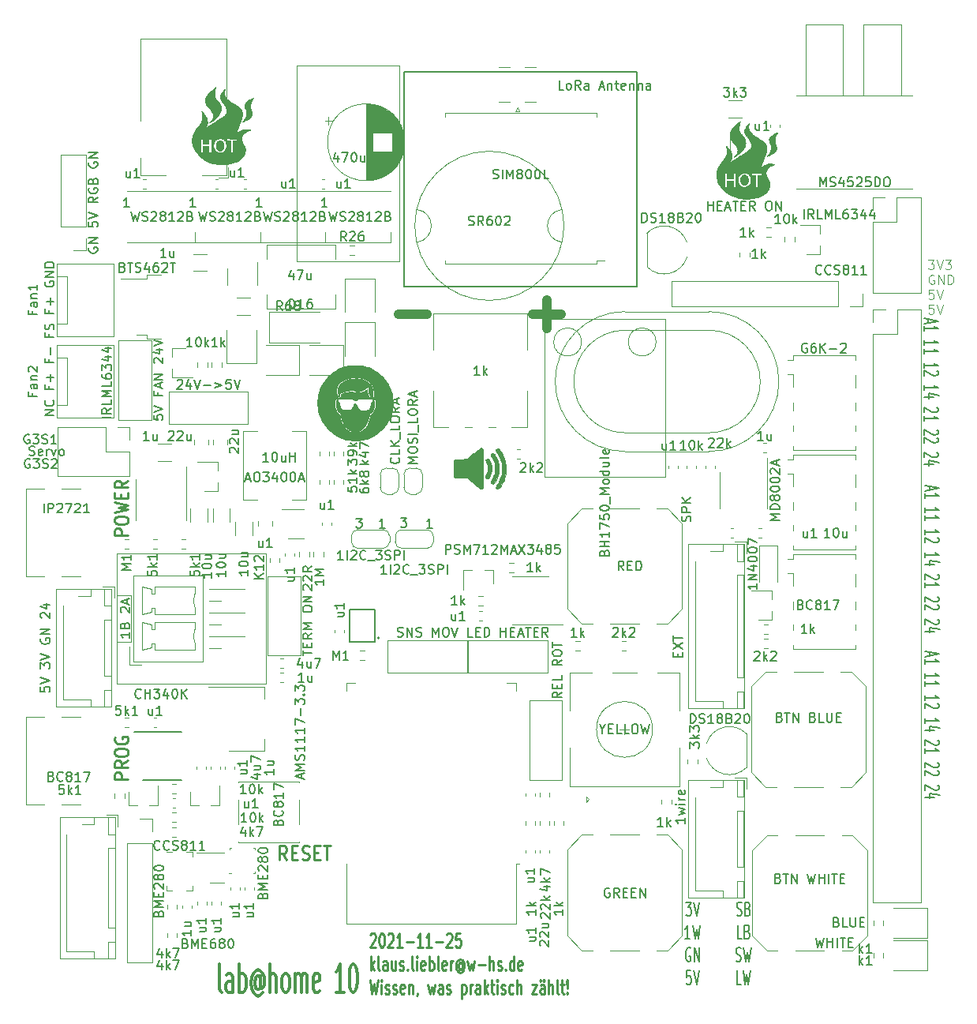
<source format=gbr>
%TF.GenerationSoftware,KiCad,Pcbnew,(5.1.8)-1*%
%TF.CreationDate,2021-11-25T19:48:05+01:00*%
%TF.ProjectId,pcbV10,70636256-3130-42e6-9b69-6361645f7063,rev?*%
%TF.SameCoordinates,Original*%
%TF.FileFunction,Legend,Top*%
%TF.FilePolarity,Positive*%
%FSLAX46Y46*%
G04 Gerber Fmt 4.6, Leading zero omitted, Abs format (unit mm)*
G04 Created by KiCad (PCBNEW (5.1.8)-1) date 2021-11-25 19:48:05*
%MOMM*%
%LPD*%
G01*
G04 APERTURE LIST*
%ADD10C,0.200000*%
%ADD11C,0.150000*%
%ADD12C,0.100000*%
%ADD13C,1.000000*%
%ADD14C,0.250000*%
%ADD15C,0.300000*%
%ADD16C,0.010000*%
%ADD17C,0.120000*%
%ADD18C,0.127000*%
G04 APERTURE END LIST*
D10*
X121107285Y-139521571D02*
X121664428Y-139521571D01*
X121364428Y-140093000D01*
X121493000Y-140093000D01*
X121578714Y-140164428D01*
X121621571Y-140235857D01*
X121664428Y-140378714D01*
X121664428Y-140735857D01*
X121621571Y-140878714D01*
X121578714Y-140950142D01*
X121493000Y-141021571D01*
X121235857Y-141021571D01*
X121150142Y-140950142D01*
X121107285Y-140878714D01*
X121921571Y-139521571D02*
X122221571Y-141021571D01*
X122521571Y-139521571D01*
X121535857Y-143471571D02*
X121021571Y-143471571D01*
X121278714Y-143471571D02*
X121278714Y-141971571D01*
X121193000Y-142185857D01*
X121107285Y-142328714D01*
X121021571Y-142400142D01*
X121835857Y-141971571D02*
X122050142Y-143471571D01*
X122221571Y-142400142D01*
X122393000Y-143471571D01*
X122607285Y-141971571D01*
X121557285Y-144493000D02*
X121471571Y-144421571D01*
X121343000Y-144421571D01*
X121214428Y-144493000D01*
X121128714Y-144635857D01*
X121085857Y-144778714D01*
X121043000Y-145064428D01*
X121043000Y-145278714D01*
X121085857Y-145564428D01*
X121128714Y-145707285D01*
X121214428Y-145850142D01*
X121343000Y-145921571D01*
X121428714Y-145921571D01*
X121557285Y-145850142D01*
X121600142Y-145778714D01*
X121600142Y-145278714D01*
X121428714Y-145278714D01*
X121985857Y-145921571D02*
X121985857Y-144421571D01*
X122500142Y-145921571D01*
X122500142Y-144421571D01*
X121621571Y-146871571D02*
X121193000Y-146871571D01*
X121150142Y-147585857D01*
X121193000Y-147514428D01*
X121278714Y-147443000D01*
X121493000Y-147443000D01*
X121578714Y-147514428D01*
X121621571Y-147585857D01*
X121664428Y-147728714D01*
X121664428Y-148085857D01*
X121621571Y-148228714D01*
X121578714Y-148300142D01*
X121493000Y-148371571D01*
X121278714Y-148371571D01*
X121193000Y-148300142D01*
X121150142Y-148228714D01*
X121921571Y-146871571D02*
X122221571Y-148371571D01*
X122521571Y-146871571D01*
D11*
X52760571Y-78596666D02*
X52760571Y-78930000D01*
X53284380Y-78930000D02*
X52284380Y-78930000D01*
X52284380Y-78453809D01*
X53236761Y-78120476D02*
X53284380Y-77977619D01*
X53284380Y-77739523D01*
X53236761Y-77644285D01*
X53189142Y-77596666D01*
X53093904Y-77549047D01*
X52998666Y-77549047D01*
X52903428Y-77596666D01*
X52855809Y-77644285D01*
X52808190Y-77739523D01*
X52760571Y-77930000D01*
X52712952Y-78025238D01*
X52665333Y-78072857D01*
X52570095Y-78120476D01*
X52474857Y-78120476D01*
X52379619Y-78072857D01*
X52332000Y-78025238D01*
X52284380Y-77930000D01*
X52284380Y-77691904D01*
X52332000Y-77549047D01*
X52760571Y-76025238D02*
X52760571Y-76358571D01*
X53284380Y-76358571D02*
X52284380Y-76358571D01*
X52284380Y-75882380D01*
X52903428Y-75501428D02*
X52903428Y-74739523D01*
X53284380Y-75120476D02*
X52522476Y-75120476D01*
X52332000Y-72977619D02*
X52284380Y-73072857D01*
X52284380Y-73215714D01*
X52332000Y-73358571D01*
X52427238Y-73453809D01*
X52522476Y-73501428D01*
X52712952Y-73549047D01*
X52855809Y-73549047D01*
X53046285Y-73501428D01*
X53141523Y-73453809D01*
X53236761Y-73358571D01*
X53284380Y-73215714D01*
X53284380Y-73120476D01*
X53236761Y-72977619D01*
X53189142Y-72930000D01*
X52855809Y-72930000D01*
X52855809Y-73120476D01*
X53284380Y-72501428D02*
X52284380Y-72501428D01*
X53284380Y-71930000D01*
X52284380Y-71930000D01*
X53284380Y-71453809D02*
X52284380Y-71453809D01*
X52284380Y-71215714D01*
X52332000Y-71072857D01*
X52427238Y-70977619D01*
X52522476Y-70930000D01*
X52712952Y-70882380D01*
X52855809Y-70882380D01*
X53046285Y-70930000D01*
X53141523Y-70977619D01*
X53236761Y-71072857D01*
X53284380Y-71215714D01*
X53284380Y-71453809D01*
X53284380Y-87335857D02*
X52284380Y-87335857D01*
X53284380Y-86764428D01*
X52284380Y-86764428D01*
X53189142Y-85716809D02*
X53236761Y-85764428D01*
X53284380Y-85907285D01*
X53284380Y-86002523D01*
X53236761Y-86145380D01*
X53141523Y-86240619D01*
X53046285Y-86288238D01*
X52855809Y-86335857D01*
X52712952Y-86335857D01*
X52522476Y-86288238D01*
X52427238Y-86240619D01*
X52332000Y-86145380D01*
X52284380Y-86002523D01*
X52284380Y-85907285D01*
X52332000Y-85764428D01*
X52379619Y-85716809D01*
X52760571Y-84193000D02*
X52760571Y-84526333D01*
X53284380Y-84526333D02*
X52284380Y-84526333D01*
X52284380Y-84050142D01*
X52903428Y-83669190D02*
X52903428Y-82907285D01*
X53284380Y-83288238D02*
X52522476Y-83288238D01*
X52760571Y-81335857D02*
X52760571Y-81669190D01*
X53284380Y-81669190D02*
X52284380Y-81669190D01*
X52284380Y-81193000D01*
X52903428Y-80812047D02*
X52903428Y-80050142D01*
X50706904Y-92019500D02*
X50611666Y-91971880D01*
X50468809Y-91971880D01*
X50325952Y-92019500D01*
X50230714Y-92114738D01*
X50183095Y-92209976D01*
X50135476Y-92400452D01*
X50135476Y-92543309D01*
X50183095Y-92733785D01*
X50230714Y-92829023D01*
X50325952Y-92924261D01*
X50468809Y-92971880D01*
X50564047Y-92971880D01*
X50706904Y-92924261D01*
X50754523Y-92876642D01*
X50754523Y-92543309D01*
X50564047Y-92543309D01*
X51087857Y-91971880D02*
X51706904Y-91971880D01*
X51373571Y-92352833D01*
X51516428Y-92352833D01*
X51611666Y-92400452D01*
X51659285Y-92448071D01*
X51706904Y-92543309D01*
X51706904Y-92781404D01*
X51659285Y-92876642D01*
X51611666Y-92924261D01*
X51516428Y-92971880D01*
X51230714Y-92971880D01*
X51135476Y-92924261D01*
X51087857Y-92876642D01*
X52087857Y-92924261D02*
X52230714Y-92971880D01*
X52468809Y-92971880D01*
X52564047Y-92924261D01*
X52611666Y-92876642D01*
X52659285Y-92781404D01*
X52659285Y-92686166D01*
X52611666Y-92590928D01*
X52564047Y-92543309D01*
X52468809Y-92495690D01*
X52278333Y-92448071D01*
X52183095Y-92400452D01*
X52135476Y-92352833D01*
X52087857Y-92257595D01*
X52087857Y-92162357D01*
X52135476Y-92067119D01*
X52183095Y-92019500D01*
X52278333Y-91971880D01*
X52516428Y-91971880D01*
X52659285Y-92019500D01*
X53040238Y-92067119D02*
X53087857Y-92019500D01*
X53183095Y-91971880D01*
X53421190Y-91971880D01*
X53516428Y-92019500D01*
X53564047Y-92067119D01*
X53611666Y-92162357D01*
X53611666Y-92257595D01*
X53564047Y-92400452D01*
X52992619Y-92971880D01*
X53611666Y-92971880D01*
X50643404Y-89416000D02*
X50548166Y-89368380D01*
X50405309Y-89368380D01*
X50262452Y-89416000D01*
X50167214Y-89511238D01*
X50119595Y-89606476D01*
X50071976Y-89796952D01*
X50071976Y-89939809D01*
X50119595Y-90130285D01*
X50167214Y-90225523D01*
X50262452Y-90320761D01*
X50405309Y-90368380D01*
X50500547Y-90368380D01*
X50643404Y-90320761D01*
X50691023Y-90273142D01*
X50691023Y-89939809D01*
X50500547Y-89939809D01*
X51024357Y-89368380D02*
X51643404Y-89368380D01*
X51310071Y-89749333D01*
X51452928Y-89749333D01*
X51548166Y-89796952D01*
X51595785Y-89844571D01*
X51643404Y-89939809D01*
X51643404Y-90177904D01*
X51595785Y-90273142D01*
X51548166Y-90320761D01*
X51452928Y-90368380D01*
X51167214Y-90368380D01*
X51071976Y-90320761D01*
X51024357Y-90273142D01*
X52024357Y-90320761D02*
X52167214Y-90368380D01*
X52405309Y-90368380D01*
X52500547Y-90320761D01*
X52548166Y-90273142D01*
X52595785Y-90177904D01*
X52595785Y-90082666D01*
X52548166Y-89987428D01*
X52500547Y-89939809D01*
X52405309Y-89892190D01*
X52214833Y-89844571D01*
X52119595Y-89796952D01*
X52071976Y-89749333D01*
X52024357Y-89654095D01*
X52024357Y-89558857D01*
X52071976Y-89463619D01*
X52119595Y-89416000D01*
X52214833Y-89368380D01*
X52452928Y-89368380D01*
X52595785Y-89416000D01*
X53548166Y-90368380D02*
X52976738Y-90368380D01*
X53262452Y-90368380D02*
X53262452Y-89368380D01*
X53167214Y-89511238D01*
X53071976Y-89606476D01*
X52976738Y-89654095D01*
D12*
X147083357Y-70648880D02*
X147702404Y-70648880D01*
X147369071Y-71029833D01*
X147511928Y-71029833D01*
X147607166Y-71077452D01*
X147654785Y-71125071D01*
X147702404Y-71220309D01*
X147702404Y-71458404D01*
X147654785Y-71553642D01*
X147607166Y-71601261D01*
X147511928Y-71648880D01*
X147226214Y-71648880D01*
X147130976Y-71601261D01*
X147083357Y-71553642D01*
X147988119Y-70648880D02*
X148321452Y-71648880D01*
X148654785Y-70648880D01*
X148892880Y-70648880D02*
X149511928Y-70648880D01*
X149178595Y-71029833D01*
X149321452Y-71029833D01*
X149416690Y-71077452D01*
X149464309Y-71125071D01*
X149511928Y-71220309D01*
X149511928Y-71458404D01*
X149464309Y-71553642D01*
X149416690Y-71601261D01*
X149321452Y-71648880D01*
X149035738Y-71648880D01*
X148940500Y-71601261D01*
X148892880Y-71553642D01*
X147702404Y-72296500D02*
X147607166Y-72248880D01*
X147464309Y-72248880D01*
X147321452Y-72296500D01*
X147226214Y-72391738D01*
X147178595Y-72486976D01*
X147130976Y-72677452D01*
X147130976Y-72820309D01*
X147178595Y-73010785D01*
X147226214Y-73106023D01*
X147321452Y-73201261D01*
X147464309Y-73248880D01*
X147559547Y-73248880D01*
X147702404Y-73201261D01*
X147750023Y-73153642D01*
X147750023Y-72820309D01*
X147559547Y-72820309D01*
X148178595Y-73248880D02*
X148178595Y-72248880D01*
X148750023Y-73248880D01*
X148750023Y-72248880D01*
X149226214Y-73248880D02*
X149226214Y-72248880D01*
X149464309Y-72248880D01*
X149607166Y-72296500D01*
X149702404Y-72391738D01*
X149750023Y-72486976D01*
X149797642Y-72677452D01*
X149797642Y-72820309D01*
X149750023Y-73010785D01*
X149702404Y-73106023D01*
X149607166Y-73201261D01*
X149464309Y-73248880D01*
X149226214Y-73248880D01*
X147654785Y-73848880D02*
X147178595Y-73848880D01*
X147130976Y-74325071D01*
X147178595Y-74277452D01*
X147273833Y-74229833D01*
X147511928Y-74229833D01*
X147607166Y-74277452D01*
X147654785Y-74325071D01*
X147702404Y-74420309D01*
X147702404Y-74658404D01*
X147654785Y-74753642D01*
X147607166Y-74801261D01*
X147511928Y-74848880D01*
X147273833Y-74848880D01*
X147178595Y-74801261D01*
X147130976Y-74753642D01*
X147988119Y-73848880D02*
X148321452Y-74848880D01*
X148654785Y-73848880D01*
X147654785Y-75448880D02*
X147178595Y-75448880D01*
X147130976Y-75925071D01*
X147178595Y-75877452D01*
X147273833Y-75829833D01*
X147511928Y-75829833D01*
X147607166Y-75877452D01*
X147654785Y-75925071D01*
X147702404Y-76020309D01*
X147702404Y-76258404D01*
X147654785Y-76353642D01*
X147607166Y-76401261D01*
X147511928Y-76448880D01*
X147273833Y-76448880D01*
X147178595Y-76401261D01*
X147130976Y-76353642D01*
X147988119Y-75448880D02*
X148321452Y-76448880D01*
X148654785Y-75448880D01*
D13*
X104676190Y-76485714D02*
X107723809Y-76485714D01*
X106200000Y-78009523D02*
X106200000Y-74961904D01*
X90276190Y-76485714D02*
X93323809Y-76485714D01*
D10*
X126546857Y-140950142D02*
X126675428Y-141021571D01*
X126889714Y-141021571D01*
X126975428Y-140950142D01*
X127018285Y-140878714D01*
X127061142Y-140735857D01*
X127061142Y-140593000D01*
X127018285Y-140450142D01*
X126975428Y-140378714D01*
X126889714Y-140307285D01*
X126718285Y-140235857D01*
X126632571Y-140164428D01*
X126589714Y-140093000D01*
X126546857Y-139950142D01*
X126546857Y-139807285D01*
X126589714Y-139664428D01*
X126632571Y-139593000D01*
X126718285Y-139521571D01*
X126932571Y-139521571D01*
X127061142Y-139593000D01*
X127746857Y-140235857D02*
X127875428Y-140307285D01*
X127918285Y-140378714D01*
X127961142Y-140521571D01*
X127961142Y-140735857D01*
X127918285Y-140878714D01*
X127875428Y-140950142D01*
X127789714Y-141021571D01*
X127446857Y-141021571D01*
X127446857Y-139521571D01*
X127746857Y-139521571D01*
X127832571Y-139593000D01*
X127875428Y-139664428D01*
X127918285Y-139807285D01*
X127918285Y-139950142D01*
X127875428Y-140093000D01*
X127832571Y-140164428D01*
X127746857Y-140235857D01*
X127446857Y-140235857D01*
X127082571Y-143471571D02*
X126654000Y-143471571D01*
X126654000Y-141971571D01*
X127682571Y-142685857D02*
X127811142Y-142757285D01*
X127854000Y-142828714D01*
X127896857Y-142971571D01*
X127896857Y-143185857D01*
X127854000Y-143328714D01*
X127811142Y-143400142D01*
X127725428Y-143471571D01*
X127382571Y-143471571D01*
X127382571Y-141971571D01*
X127682571Y-141971571D01*
X127768285Y-142043000D01*
X127811142Y-142114428D01*
X127854000Y-142257285D01*
X127854000Y-142400142D01*
X127811142Y-142543000D01*
X127768285Y-142614428D01*
X127682571Y-142685857D01*
X127382571Y-142685857D01*
X126482571Y-145850142D02*
X126611142Y-145921571D01*
X126825428Y-145921571D01*
X126911142Y-145850142D01*
X126954000Y-145778714D01*
X126996857Y-145635857D01*
X126996857Y-145493000D01*
X126954000Y-145350142D01*
X126911142Y-145278714D01*
X126825428Y-145207285D01*
X126654000Y-145135857D01*
X126568285Y-145064428D01*
X126525428Y-144993000D01*
X126482571Y-144850142D01*
X126482571Y-144707285D01*
X126525428Y-144564428D01*
X126568285Y-144493000D01*
X126654000Y-144421571D01*
X126868285Y-144421571D01*
X126996857Y-144493000D01*
X127296857Y-144421571D02*
X127511142Y-145921571D01*
X127682571Y-144850142D01*
X127854000Y-145921571D01*
X128068285Y-144421571D01*
X127018285Y-148371571D02*
X126589714Y-148371571D01*
X126589714Y-146871571D01*
X127232571Y-146871571D02*
X127446857Y-148371571D01*
X127618285Y-147300142D01*
X127789714Y-148371571D01*
X128004000Y-146871571D01*
X147197000Y-112680142D02*
X147197000Y-113108714D01*
X146768428Y-112594428D02*
X148268428Y-112894428D01*
X146768428Y-113194428D01*
X146768428Y-113965857D02*
X146768428Y-113451571D01*
X146768428Y-113708714D02*
X148268428Y-113708714D01*
X148054142Y-113622999D01*
X147911285Y-113537285D01*
X147839857Y-113451571D01*
X146768428Y-115508714D02*
X146768428Y-114994428D01*
X146768428Y-115251571D02*
X148268428Y-115251571D01*
X148054142Y-115165857D01*
X147911285Y-115080142D01*
X147839857Y-114994428D01*
X146768428Y-116365857D02*
X146768428Y-115851571D01*
X146768428Y-116108714D02*
X148268428Y-116108714D01*
X148054142Y-116022999D01*
X147911285Y-115937285D01*
X147839857Y-115851571D01*
X146768428Y-117908714D02*
X146768428Y-117394428D01*
X146768428Y-117651571D02*
X148268428Y-117651571D01*
X148054142Y-117565857D01*
X147911285Y-117480142D01*
X147839857Y-117394428D01*
X148125571Y-118251571D02*
X148197000Y-118294428D01*
X148268428Y-118380142D01*
X148268428Y-118594428D01*
X148197000Y-118680142D01*
X148125571Y-118722999D01*
X147982714Y-118765857D01*
X147839857Y-118765857D01*
X147625571Y-118722999D01*
X146768428Y-118208714D01*
X146768428Y-118765857D01*
X146768428Y-120308714D02*
X146768428Y-119794428D01*
X146768428Y-120051571D02*
X148268428Y-120051571D01*
X148054142Y-119965857D01*
X147911285Y-119880142D01*
X147839857Y-119794428D01*
X147768428Y-121080142D02*
X146768428Y-121080142D01*
X148339857Y-120865857D02*
X147268428Y-120651571D01*
X147268428Y-121208714D01*
X148125571Y-122194428D02*
X148197000Y-122237285D01*
X148268428Y-122322999D01*
X148268428Y-122537285D01*
X148197000Y-122622999D01*
X148125571Y-122665857D01*
X147982714Y-122708714D01*
X147839857Y-122708714D01*
X147625571Y-122665857D01*
X146768428Y-122151571D01*
X146768428Y-122708714D01*
X146768428Y-123565857D02*
X146768428Y-123051571D01*
X146768428Y-123308714D02*
X148268428Y-123308714D01*
X148054142Y-123222999D01*
X147911285Y-123137285D01*
X147839857Y-123051571D01*
X148125571Y-124594428D02*
X148197000Y-124637285D01*
X148268428Y-124722999D01*
X148268428Y-124937285D01*
X148197000Y-125022999D01*
X148125571Y-125065857D01*
X147982714Y-125108714D01*
X147839857Y-125108714D01*
X147625571Y-125065857D01*
X146768428Y-124551571D01*
X146768428Y-125108714D01*
X148125571Y-125451571D02*
X148197000Y-125494428D01*
X148268428Y-125580142D01*
X148268428Y-125794428D01*
X148197000Y-125880142D01*
X148125571Y-125922999D01*
X147982714Y-125965857D01*
X147839857Y-125965857D01*
X147625571Y-125922999D01*
X146768428Y-125408714D01*
X146768428Y-125965857D01*
X148125571Y-126994428D02*
X148197000Y-127037285D01*
X148268428Y-127122999D01*
X148268428Y-127337285D01*
X148197000Y-127422999D01*
X148125571Y-127465857D01*
X147982714Y-127508714D01*
X147839857Y-127508714D01*
X147625571Y-127465857D01*
X146768428Y-126951571D01*
X146768428Y-127508714D01*
X147768428Y-128280142D02*
X146768428Y-128280142D01*
X148339857Y-128065857D02*
X147268428Y-127851571D01*
X147268428Y-128408714D01*
X147197000Y-94900142D02*
X147197000Y-95328714D01*
X146768428Y-94814428D02*
X148268428Y-95114428D01*
X146768428Y-95414428D01*
X146768428Y-96185857D02*
X146768428Y-95671571D01*
X146768428Y-95928714D02*
X148268428Y-95928714D01*
X148054142Y-95842999D01*
X147911285Y-95757285D01*
X147839857Y-95671571D01*
X146768428Y-97728714D02*
X146768428Y-97214428D01*
X146768428Y-97471571D02*
X148268428Y-97471571D01*
X148054142Y-97385857D01*
X147911285Y-97300142D01*
X147839857Y-97214428D01*
X146768428Y-98585857D02*
X146768428Y-98071571D01*
X146768428Y-98328714D02*
X148268428Y-98328714D01*
X148054142Y-98242999D01*
X147911285Y-98157285D01*
X147839857Y-98071571D01*
X146768428Y-100128714D02*
X146768428Y-99614428D01*
X146768428Y-99871571D02*
X148268428Y-99871571D01*
X148054142Y-99785857D01*
X147911285Y-99700142D01*
X147839857Y-99614428D01*
X148125571Y-100471571D02*
X148197000Y-100514428D01*
X148268428Y-100600142D01*
X148268428Y-100814428D01*
X148197000Y-100900142D01*
X148125571Y-100942999D01*
X147982714Y-100985857D01*
X147839857Y-100985857D01*
X147625571Y-100942999D01*
X146768428Y-100428714D01*
X146768428Y-100985857D01*
X146768428Y-102528714D02*
X146768428Y-102014428D01*
X146768428Y-102271571D02*
X148268428Y-102271571D01*
X148054142Y-102185857D01*
X147911285Y-102100142D01*
X147839857Y-102014428D01*
X147768428Y-103300142D02*
X146768428Y-103300142D01*
X148339857Y-103085857D02*
X147268428Y-102871571D01*
X147268428Y-103428714D01*
X148125571Y-104414428D02*
X148197000Y-104457285D01*
X148268428Y-104542999D01*
X148268428Y-104757285D01*
X148197000Y-104842999D01*
X148125571Y-104885857D01*
X147982714Y-104928714D01*
X147839857Y-104928714D01*
X147625571Y-104885857D01*
X146768428Y-104371571D01*
X146768428Y-104928714D01*
X146768428Y-105785857D02*
X146768428Y-105271571D01*
X146768428Y-105528714D02*
X148268428Y-105528714D01*
X148054142Y-105442999D01*
X147911285Y-105357285D01*
X147839857Y-105271571D01*
X148125571Y-106814428D02*
X148197000Y-106857285D01*
X148268428Y-106942999D01*
X148268428Y-107157285D01*
X148197000Y-107242999D01*
X148125571Y-107285857D01*
X147982714Y-107328714D01*
X147839857Y-107328714D01*
X147625571Y-107285857D01*
X146768428Y-106771571D01*
X146768428Y-107328714D01*
X148125571Y-107671571D02*
X148197000Y-107714428D01*
X148268428Y-107800142D01*
X148268428Y-108014428D01*
X148197000Y-108100142D01*
X148125571Y-108142999D01*
X147982714Y-108185857D01*
X147839857Y-108185857D01*
X147625571Y-108142999D01*
X146768428Y-107628714D01*
X146768428Y-108185857D01*
X148125571Y-109214428D02*
X148197000Y-109257285D01*
X148268428Y-109342999D01*
X148268428Y-109557285D01*
X148197000Y-109642999D01*
X148125571Y-109685857D01*
X147982714Y-109728714D01*
X147839857Y-109728714D01*
X147625571Y-109685857D01*
X146768428Y-109171571D01*
X146768428Y-109728714D01*
X147768428Y-110500142D02*
X146768428Y-110500142D01*
X148339857Y-110285857D02*
X147268428Y-110071571D01*
X147268428Y-110628714D01*
X147070000Y-76993142D02*
X147070000Y-77421714D01*
X146641428Y-76907428D02*
X148141428Y-77207428D01*
X146641428Y-77507428D01*
X146641428Y-78278857D02*
X146641428Y-77764571D01*
X146641428Y-78021714D02*
X148141428Y-78021714D01*
X147927142Y-77935999D01*
X147784285Y-77850285D01*
X147712857Y-77764571D01*
X146641428Y-79821714D02*
X146641428Y-79307428D01*
X146641428Y-79564571D02*
X148141428Y-79564571D01*
X147927142Y-79478857D01*
X147784285Y-79393142D01*
X147712857Y-79307428D01*
X146641428Y-80678857D02*
X146641428Y-80164571D01*
X146641428Y-80421714D02*
X148141428Y-80421714D01*
X147927142Y-80335999D01*
X147784285Y-80250285D01*
X147712857Y-80164571D01*
X146641428Y-82221714D02*
X146641428Y-81707428D01*
X146641428Y-81964571D02*
X148141428Y-81964571D01*
X147927142Y-81878857D01*
X147784285Y-81793142D01*
X147712857Y-81707428D01*
X147998571Y-82564571D02*
X148070000Y-82607428D01*
X148141428Y-82693142D01*
X148141428Y-82907428D01*
X148070000Y-82993142D01*
X147998571Y-83035999D01*
X147855714Y-83078857D01*
X147712857Y-83078857D01*
X147498571Y-83035999D01*
X146641428Y-82521714D01*
X146641428Y-83078857D01*
X146641428Y-84621714D02*
X146641428Y-84107428D01*
X146641428Y-84364571D02*
X148141428Y-84364571D01*
X147927142Y-84278857D01*
X147784285Y-84193142D01*
X147712857Y-84107428D01*
X147641428Y-85393142D02*
X146641428Y-85393142D01*
X148212857Y-85178857D02*
X147141428Y-84964571D01*
X147141428Y-85521714D01*
X147998571Y-86507428D02*
X148070000Y-86550285D01*
X148141428Y-86635999D01*
X148141428Y-86850285D01*
X148070000Y-86935999D01*
X147998571Y-86978857D01*
X147855714Y-87021714D01*
X147712857Y-87021714D01*
X147498571Y-86978857D01*
X146641428Y-86464571D01*
X146641428Y-87021714D01*
X146641428Y-87878857D02*
X146641428Y-87364571D01*
X146641428Y-87621714D02*
X148141428Y-87621714D01*
X147927142Y-87535999D01*
X147784285Y-87450285D01*
X147712857Y-87364571D01*
X147998571Y-88907428D02*
X148070000Y-88950285D01*
X148141428Y-89035999D01*
X148141428Y-89250285D01*
X148070000Y-89335999D01*
X147998571Y-89378857D01*
X147855714Y-89421714D01*
X147712857Y-89421714D01*
X147498571Y-89378857D01*
X146641428Y-88864571D01*
X146641428Y-89421714D01*
X147998571Y-89764571D02*
X148070000Y-89807428D01*
X148141428Y-89893142D01*
X148141428Y-90107428D01*
X148070000Y-90193142D01*
X147998571Y-90235999D01*
X147855714Y-90278857D01*
X147712857Y-90278857D01*
X147498571Y-90235999D01*
X146641428Y-89721714D01*
X146641428Y-90278857D01*
X147998571Y-91307428D02*
X148070000Y-91350285D01*
X148141428Y-91435999D01*
X148141428Y-91650285D01*
X148070000Y-91735999D01*
X147998571Y-91778857D01*
X147855714Y-91821714D01*
X147712857Y-91821714D01*
X147498571Y-91778857D01*
X146641428Y-91264571D01*
X146641428Y-91821714D01*
X147641428Y-92593142D02*
X146641428Y-92593142D01*
X148212857Y-92378857D02*
X147141428Y-92164571D01*
X147141428Y-92721714D01*
D14*
X87220976Y-142998428D02*
X87268595Y-142927000D01*
X87363833Y-142855571D01*
X87601928Y-142855571D01*
X87697166Y-142927000D01*
X87744785Y-142998428D01*
X87792404Y-143141285D01*
X87792404Y-143284142D01*
X87744785Y-143498428D01*
X87173357Y-144355571D01*
X87792404Y-144355571D01*
X88411452Y-142855571D02*
X88506690Y-142855571D01*
X88601928Y-142927000D01*
X88649547Y-142998428D01*
X88697166Y-143141285D01*
X88744785Y-143427000D01*
X88744785Y-143784142D01*
X88697166Y-144069857D01*
X88649547Y-144212714D01*
X88601928Y-144284142D01*
X88506690Y-144355571D01*
X88411452Y-144355571D01*
X88316214Y-144284142D01*
X88268595Y-144212714D01*
X88220976Y-144069857D01*
X88173357Y-143784142D01*
X88173357Y-143427000D01*
X88220976Y-143141285D01*
X88268595Y-142998428D01*
X88316214Y-142927000D01*
X88411452Y-142855571D01*
X89125738Y-142998428D02*
X89173357Y-142927000D01*
X89268595Y-142855571D01*
X89506690Y-142855571D01*
X89601928Y-142927000D01*
X89649547Y-142998428D01*
X89697166Y-143141285D01*
X89697166Y-143284142D01*
X89649547Y-143498428D01*
X89078119Y-144355571D01*
X89697166Y-144355571D01*
X90649547Y-144355571D02*
X90078119Y-144355571D01*
X90363833Y-144355571D02*
X90363833Y-142855571D01*
X90268595Y-143069857D01*
X90173357Y-143212714D01*
X90078119Y-143284142D01*
X91078119Y-143784142D02*
X91840023Y-143784142D01*
X92840023Y-144355571D02*
X92268595Y-144355571D01*
X92554309Y-144355571D02*
X92554309Y-142855571D01*
X92459071Y-143069857D01*
X92363833Y-143212714D01*
X92268595Y-143284142D01*
X93792404Y-144355571D02*
X93220976Y-144355571D01*
X93506690Y-144355571D02*
X93506690Y-142855571D01*
X93411452Y-143069857D01*
X93316214Y-143212714D01*
X93220976Y-143284142D01*
X94220976Y-143784142D02*
X94982880Y-143784142D01*
X95411452Y-142998428D02*
X95459071Y-142927000D01*
X95554309Y-142855571D01*
X95792404Y-142855571D01*
X95887642Y-142927000D01*
X95935261Y-142998428D01*
X95982880Y-143141285D01*
X95982880Y-143284142D01*
X95935261Y-143498428D01*
X95363833Y-144355571D01*
X95982880Y-144355571D01*
X96887642Y-142855571D02*
X96411452Y-142855571D01*
X96363833Y-143569857D01*
X96411452Y-143498428D01*
X96506690Y-143427000D01*
X96744785Y-143427000D01*
X96840023Y-143498428D01*
X96887642Y-143569857D01*
X96935261Y-143712714D01*
X96935261Y-144069857D01*
X96887642Y-144212714D01*
X96840023Y-144284142D01*
X96744785Y-144355571D01*
X96506690Y-144355571D01*
X96411452Y-144284142D01*
X96363833Y-144212714D01*
X87268595Y-146855571D02*
X87268595Y-145355571D01*
X87363833Y-146284142D02*
X87649547Y-146855571D01*
X87649547Y-145855571D02*
X87268595Y-146427000D01*
X88220976Y-146855571D02*
X88125738Y-146784142D01*
X88078119Y-146641285D01*
X88078119Y-145355571D01*
X89030500Y-146855571D02*
X89030500Y-146069857D01*
X88982880Y-145927000D01*
X88887642Y-145855571D01*
X88697166Y-145855571D01*
X88601928Y-145927000D01*
X89030500Y-146784142D02*
X88935261Y-146855571D01*
X88697166Y-146855571D01*
X88601928Y-146784142D01*
X88554309Y-146641285D01*
X88554309Y-146498428D01*
X88601928Y-146355571D01*
X88697166Y-146284142D01*
X88935261Y-146284142D01*
X89030500Y-146212714D01*
X89935261Y-145855571D02*
X89935261Y-146855571D01*
X89506690Y-145855571D02*
X89506690Y-146641285D01*
X89554309Y-146784142D01*
X89649547Y-146855571D01*
X89792404Y-146855571D01*
X89887642Y-146784142D01*
X89935261Y-146712714D01*
X90363833Y-146784142D02*
X90459071Y-146855571D01*
X90649547Y-146855571D01*
X90744785Y-146784142D01*
X90792404Y-146641285D01*
X90792404Y-146569857D01*
X90744785Y-146427000D01*
X90649547Y-146355571D01*
X90506690Y-146355571D01*
X90411452Y-146284142D01*
X90363833Y-146141285D01*
X90363833Y-146069857D01*
X90411452Y-145927000D01*
X90506690Y-145855571D01*
X90649547Y-145855571D01*
X90744785Y-145927000D01*
X91220976Y-146712714D02*
X91268595Y-146784142D01*
X91220976Y-146855571D01*
X91173357Y-146784142D01*
X91220976Y-146712714D01*
X91220976Y-146855571D01*
X91840023Y-146855571D02*
X91744785Y-146784142D01*
X91697166Y-146641285D01*
X91697166Y-145355571D01*
X92220976Y-146855571D02*
X92220976Y-145855571D01*
X92220976Y-145355571D02*
X92173357Y-145427000D01*
X92220976Y-145498428D01*
X92268595Y-145427000D01*
X92220976Y-145355571D01*
X92220976Y-145498428D01*
X93078119Y-146784142D02*
X92982880Y-146855571D01*
X92792404Y-146855571D01*
X92697166Y-146784142D01*
X92649547Y-146641285D01*
X92649547Y-146069857D01*
X92697166Y-145927000D01*
X92792404Y-145855571D01*
X92982880Y-145855571D01*
X93078119Y-145927000D01*
X93125738Y-146069857D01*
X93125738Y-146212714D01*
X92649547Y-146355571D01*
X93554309Y-146855571D02*
X93554309Y-145355571D01*
X93554309Y-145927000D02*
X93649547Y-145855571D01*
X93840023Y-145855571D01*
X93935261Y-145927000D01*
X93982880Y-145998428D01*
X94030500Y-146141285D01*
X94030500Y-146569857D01*
X93982880Y-146712714D01*
X93935261Y-146784142D01*
X93840023Y-146855571D01*
X93649547Y-146855571D01*
X93554309Y-146784142D01*
X94601928Y-146855571D02*
X94506690Y-146784142D01*
X94459071Y-146641285D01*
X94459071Y-145355571D01*
X95363833Y-146784142D02*
X95268595Y-146855571D01*
X95078119Y-146855571D01*
X94982880Y-146784142D01*
X94935261Y-146641285D01*
X94935261Y-146069857D01*
X94982880Y-145927000D01*
X95078119Y-145855571D01*
X95268595Y-145855571D01*
X95363833Y-145927000D01*
X95411452Y-146069857D01*
X95411452Y-146212714D01*
X94935261Y-146355571D01*
X95840023Y-146855571D02*
X95840023Y-145855571D01*
X95840023Y-146141285D02*
X95887642Y-145998428D01*
X95935261Y-145927000D01*
X96030500Y-145855571D01*
X96125738Y-145855571D01*
X97078119Y-146141285D02*
X97030500Y-146069857D01*
X96935261Y-145998428D01*
X96840023Y-145998428D01*
X96744785Y-146069857D01*
X96697166Y-146141285D01*
X96649547Y-146284142D01*
X96649547Y-146427000D01*
X96697166Y-146569857D01*
X96744785Y-146641285D01*
X96840023Y-146712714D01*
X96935261Y-146712714D01*
X97030500Y-146641285D01*
X97078119Y-146569857D01*
X97078119Y-145998428D02*
X97078119Y-146569857D01*
X97125738Y-146641285D01*
X97173357Y-146641285D01*
X97268595Y-146569857D01*
X97316214Y-146427000D01*
X97316214Y-146069857D01*
X97220976Y-145855571D01*
X97078119Y-145712714D01*
X96887642Y-145641285D01*
X96697166Y-145712714D01*
X96554309Y-145855571D01*
X96459071Y-146069857D01*
X96411452Y-146355571D01*
X96459071Y-146641285D01*
X96554309Y-146855571D01*
X96697166Y-146998428D01*
X96887642Y-147069857D01*
X97078119Y-146998428D01*
X97220976Y-146855571D01*
X97649547Y-145855571D02*
X97840023Y-146855571D01*
X98030500Y-146141285D01*
X98220976Y-146855571D01*
X98411452Y-145855571D01*
X98792404Y-146284142D02*
X99554309Y-146284142D01*
X100030500Y-146855571D02*
X100030500Y-145355571D01*
X100459071Y-146855571D02*
X100459071Y-146069857D01*
X100411452Y-145927000D01*
X100316214Y-145855571D01*
X100173357Y-145855571D01*
X100078119Y-145927000D01*
X100030500Y-145998428D01*
X100887642Y-146784142D02*
X100982880Y-146855571D01*
X101173357Y-146855571D01*
X101268595Y-146784142D01*
X101316214Y-146641285D01*
X101316214Y-146569857D01*
X101268595Y-146427000D01*
X101173357Y-146355571D01*
X101030500Y-146355571D01*
X100935261Y-146284142D01*
X100887642Y-146141285D01*
X100887642Y-146069857D01*
X100935261Y-145927000D01*
X101030500Y-145855571D01*
X101173357Y-145855571D01*
X101268595Y-145927000D01*
X101744785Y-146712714D02*
X101792404Y-146784142D01*
X101744785Y-146855571D01*
X101697166Y-146784142D01*
X101744785Y-146712714D01*
X101744785Y-146855571D01*
X102649547Y-146855571D02*
X102649547Y-145355571D01*
X102649547Y-146784142D02*
X102554309Y-146855571D01*
X102363833Y-146855571D01*
X102268595Y-146784142D01*
X102220976Y-146712714D01*
X102173357Y-146569857D01*
X102173357Y-146141285D01*
X102220976Y-145998428D01*
X102268595Y-145927000D01*
X102363833Y-145855571D01*
X102554309Y-145855571D01*
X102649547Y-145927000D01*
X103506690Y-146784142D02*
X103411452Y-146855571D01*
X103220976Y-146855571D01*
X103125738Y-146784142D01*
X103078119Y-146641285D01*
X103078119Y-146069857D01*
X103125738Y-145927000D01*
X103220976Y-145855571D01*
X103411452Y-145855571D01*
X103506690Y-145927000D01*
X103554309Y-146069857D01*
X103554309Y-146212714D01*
X103078119Y-146355571D01*
X87173357Y-147855571D02*
X87411452Y-149355571D01*
X87601928Y-148284142D01*
X87792404Y-149355571D01*
X88030500Y-147855571D01*
X88411452Y-149355571D02*
X88411452Y-148355571D01*
X88411452Y-147855571D02*
X88363833Y-147927000D01*
X88411452Y-147998428D01*
X88459071Y-147927000D01*
X88411452Y-147855571D01*
X88411452Y-147998428D01*
X88840023Y-149284142D02*
X88935261Y-149355571D01*
X89125738Y-149355571D01*
X89220976Y-149284142D01*
X89268595Y-149141285D01*
X89268595Y-149069857D01*
X89220976Y-148927000D01*
X89125738Y-148855571D01*
X88982880Y-148855571D01*
X88887642Y-148784142D01*
X88840023Y-148641285D01*
X88840023Y-148569857D01*
X88887642Y-148427000D01*
X88982880Y-148355571D01*
X89125738Y-148355571D01*
X89220976Y-148427000D01*
X89649547Y-149284142D02*
X89744785Y-149355571D01*
X89935261Y-149355571D01*
X90030500Y-149284142D01*
X90078119Y-149141285D01*
X90078119Y-149069857D01*
X90030500Y-148927000D01*
X89935261Y-148855571D01*
X89792404Y-148855571D01*
X89697166Y-148784142D01*
X89649547Y-148641285D01*
X89649547Y-148569857D01*
X89697166Y-148427000D01*
X89792404Y-148355571D01*
X89935261Y-148355571D01*
X90030500Y-148427000D01*
X90887642Y-149284142D02*
X90792404Y-149355571D01*
X90601928Y-149355571D01*
X90506690Y-149284142D01*
X90459071Y-149141285D01*
X90459071Y-148569857D01*
X90506690Y-148427000D01*
X90601928Y-148355571D01*
X90792404Y-148355571D01*
X90887642Y-148427000D01*
X90935261Y-148569857D01*
X90935261Y-148712714D01*
X90459071Y-148855571D01*
X91363833Y-148355571D02*
X91363833Y-149355571D01*
X91363833Y-148498428D02*
X91411452Y-148427000D01*
X91506690Y-148355571D01*
X91649547Y-148355571D01*
X91744785Y-148427000D01*
X91792404Y-148569857D01*
X91792404Y-149355571D01*
X92316214Y-149284142D02*
X92316214Y-149355571D01*
X92268595Y-149498428D01*
X92220976Y-149569857D01*
X93411452Y-148355571D02*
X93601928Y-149355571D01*
X93792404Y-148641285D01*
X93982880Y-149355571D01*
X94173357Y-148355571D01*
X94982880Y-149355571D02*
X94982880Y-148569857D01*
X94935261Y-148427000D01*
X94840023Y-148355571D01*
X94649547Y-148355571D01*
X94554309Y-148427000D01*
X94982880Y-149284142D02*
X94887642Y-149355571D01*
X94649547Y-149355571D01*
X94554309Y-149284142D01*
X94506690Y-149141285D01*
X94506690Y-148998428D01*
X94554309Y-148855571D01*
X94649547Y-148784142D01*
X94887642Y-148784142D01*
X94982880Y-148712714D01*
X95411452Y-149284142D02*
X95506690Y-149355571D01*
X95697166Y-149355571D01*
X95792404Y-149284142D01*
X95840023Y-149141285D01*
X95840023Y-149069857D01*
X95792404Y-148927000D01*
X95697166Y-148855571D01*
X95554309Y-148855571D01*
X95459071Y-148784142D01*
X95411452Y-148641285D01*
X95411452Y-148569857D01*
X95459071Y-148427000D01*
X95554309Y-148355571D01*
X95697166Y-148355571D01*
X95792404Y-148427000D01*
X97030500Y-148355571D02*
X97030500Y-149855571D01*
X97030500Y-148427000D02*
X97125738Y-148355571D01*
X97316214Y-148355571D01*
X97411452Y-148427000D01*
X97459071Y-148498428D01*
X97506690Y-148641285D01*
X97506690Y-149069857D01*
X97459071Y-149212714D01*
X97411452Y-149284142D01*
X97316214Y-149355571D01*
X97125738Y-149355571D01*
X97030500Y-149284142D01*
X97935261Y-149355571D02*
X97935261Y-148355571D01*
X97935261Y-148641285D02*
X97982880Y-148498428D01*
X98030500Y-148427000D01*
X98125738Y-148355571D01*
X98220976Y-148355571D01*
X98982880Y-149355571D02*
X98982880Y-148569857D01*
X98935261Y-148427000D01*
X98840023Y-148355571D01*
X98649547Y-148355571D01*
X98554309Y-148427000D01*
X98982880Y-149284142D02*
X98887642Y-149355571D01*
X98649547Y-149355571D01*
X98554309Y-149284142D01*
X98506690Y-149141285D01*
X98506690Y-148998428D01*
X98554309Y-148855571D01*
X98649547Y-148784142D01*
X98887642Y-148784142D01*
X98982880Y-148712714D01*
X99459071Y-149355571D02*
X99459071Y-147855571D01*
X99554309Y-148784142D02*
X99840023Y-149355571D01*
X99840023Y-148355571D02*
X99459071Y-148927000D01*
X100125738Y-148355571D02*
X100506690Y-148355571D01*
X100268595Y-147855571D02*
X100268595Y-149141285D01*
X100316214Y-149284142D01*
X100411452Y-149355571D01*
X100506690Y-149355571D01*
X100840023Y-149355571D02*
X100840023Y-148355571D01*
X100840023Y-147855571D02*
X100792404Y-147927000D01*
X100840023Y-147998428D01*
X100887642Y-147927000D01*
X100840023Y-147855571D01*
X100840023Y-147998428D01*
X101268595Y-149284142D02*
X101363833Y-149355571D01*
X101554309Y-149355571D01*
X101649547Y-149284142D01*
X101697166Y-149141285D01*
X101697166Y-149069857D01*
X101649547Y-148927000D01*
X101554309Y-148855571D01*
X101411452Y-148855571D01*
X101316214Y-148784142D01*
X101268595Y-148641285D01*
X101268595Y-148569857D01*
X101316214Y-148427000D01*
X101411452Y-148355571D01*
X101554309Y-148355571D01*
X101649547Y-148427000D01*
X102554309Y-149284142D02*
X102459071Y-149355571D01*
X102268595Y-149355571D01*
X102173357Y-149284142D01*
X102125738Y-149212714D01*
X102078119Y-149069857D01*
X102078119Y-148641285D01*
X102125738Y-148498428D01*
X102173357Y-148427000D01*
X102268595Y-148355571D01*
X102459071Y-148355571D01*
X102554309Y-148427000D01*
X102982880Y-149355571D02*
X102982880Y-147855571D01*
X103411452Y-149355571D02*
X103411452Y-148569857D01*
X103363833Y-148427000D01*
X103268595Y-148355571D01*
X103125738Y-148355571D01*
X103030500Y-148427000D01*
X102982880Y-148498428D01*
X104554309Y-148355571D02*
X105078119Y-148355571D01*
X104554309Y-149355571D01*
X105078119Y-149355571D01*
X105887642Y-149355571D02*
X105887642Y-148569857D01*
X105840023Y-148427000D01*
X105744785Y-148355571D01*
X105554309Y-148355571D01*
X105459071Y-148427000D01*
X105887642Y-149284142D02*
X105792404Y-149355571D01*
X105554309Y-149355571D01*
X105459071Y-149284142D01*
X105411452Y-149141285D01*
X105411452Y-148998428D01*
X105459071Y-148855571D01*
X105554309Y-148784142D01*
X105792404Y-148784142D01*
X105887642Y-148712714D01*
X105459071Y-147855571D02*
X105506690Y-147927000D01*
X105459071Y-147998428D01*
X105411452Y-147927000D01*
X105459071Y-147855571D01*
X105459071Y-147998428D01*
X105840023Y-147855571D02*
X105887642Y-147927000D01*
X105840023Y-147998428D01*
X105792404Y-147927000D01*
X105840023Y-147855571D01*
X105840023Y-147998428D01*
X106363833Y-149355571D02*
X106363833Y-147855571D01*
X106792404Y-149355571D02*
X106792404Y-148569857D01*
X106744785Y-148427000D01*
X106649547Y-148355571D01*
X106506690Y-148355571D01*
X106411452Y-148427000D01*
X106363833Y-148498428D01*
X107411452Y-149355571D02*
X107316214Y-149284142D01*
X107268595Y-149141285D01*
X107268595Y-147855571D01*
X107649547Y-148355571D02*
X108030500Y-148355571D01*
X107792404Y-147855571D02*
X107792404Y-149141285D01*
X107840023Y-149284142D01*
X107935261Y-149355571D01*
X108030500Y-149355571D01*
X108363833Y-149212714D02*
X108411452Y-149284142D01*
X108363833Y-149355571D01*
X108316214Y-149284142D01*
X108363833Y-149212714D01*
X108363833Y-149355571D01*
X108363833Y-148784142D02*
X108316214Y-147927000D01*
X108363833Y-147855571D01*
X108411452Y-147927000D01*
X108363833Y-148784142D01*
X108363833Y-147855571D01*
D15*
X71251428Y-149185142D02*
X71108571Y-149042285D01*
X71037142Y-148756571D01*
X71037142Y-146185142D01*
X72465714Y-149185142D02*
X72465714Y-147613714D01*
X72394285Y-147328000D01*
X72251428Y-147185142D01*
X71965714Y-147185142D01*
X71822857Y-147328000D01*
X72465714Y-149042285D02*
X72322857Y-149185142D01*
X71965714Y-149185142D01*
X71822857Y-149042285D01*
X71751428Y-148756571D01*
X71751428Y-148470857D01*
X71822857Y-148185142D01*
X71965714Y-148042285D01*
X72322857Y-148042285D01*
X72465714Y-147899428D01*
X73180000Y-149185142D02*
X73180000Y-146185142D01*
X73180000Y-147328000D02*
X73322857Y-147185142D01*
X73608571Y-147185142D01*
X73751428Y-147328000D01*
X73822857Y-147470857D01*
X73894285Y-147756571D01*
X73894285Y-148613714D01*
X73822857Y-148899428D01*
X73751428Y-149042285D01*
X73608571Y-149185142D01*
X73322857Y-149185142D01*
X73180000Y-149042285D01*
X75465714Y-147756571D02*
X75394285Y-147613714D01*
X75251428Y-147470857D01*
X75108571Y-147470857D01*
X74965714Y-147613714D01*
X74894285Y-147756571D01*
X74822857Y-148042285D01*
X74822857Y-148328000D01*
X74894285Y-148613714D01*
X74965714Y-148756571D01*
X75108571Y-148899428D01*
X75251428Y-148899428D01*
X75394285Y-148756571D01*
X75465714Y-148613714D01*
X75465714Y-147470857D02*
X75465714Y-148613714D01*
X75537142Y-148756571D01*
X75608571Y-148756571D01*
X75751428Y-148613714D01*
X75822857Y-148328000D01*
X75822857Y-147613714D01*
X75680000Y-147185142D01*
X75465714Y-146899428D01*
X75180000Y-146756571D01*
X74894285Y-146899428D01*
X74680000Y-147185142D01*
X74537142Y-147613714D01*
X74465714Y-148185142D01*
X74537142Y-148756571D01*
X74680000Y-149185142D01*
X74894285Y-149470857D01*
X75180000Y-149613714D01*
X75465714Y-149470857D01*
X75680000Y-149185142D01*
X76465714Y-149185142D02*
X76465714Y-146185142D01*
X77108571Y-149185142D02*
X77108571Y-147613714D01*
X77037142Y-147328000D01*
X76894285Y-147185142D01*
X76680000Y-147185142D01*
X76537142Y-147328000D01*
X76465714Y-147470857D01*
X78037142Y-149185142D02*
X77894285Y-149042285D01*
X77822857Y-148899428D01*
X77751428Y-148613714D01*
X77751428Y-147756571D01*
X77822857Y-147470857D01*
X77894285Y-147328000D01*
X78037142Y-147185142D01*
X78251428Y-147185142D01*
X78394285Y-147328000D01*
X78465714Y-147470857D01*
X78537142Y-147756571D01*
X78537142Y-148613714D01*
X78465714Y-148899428D01*
X78394285Y-149042285D01*
X78251428Y-149185142D01*
X78037142Y-149185142D01*
X79180000Y-149185142D02*
X79180000Y-147185142D01*
X79180000Y-147470857D02*
X79251428Y-147328000D01*
X79394285Y-147185142D01*
X79608571Y-147185142D01*
X79751428Y-147328000D01*
X79822857Y-147613714D01*
X79822857Y-149185142D01*
X79822857Y-147613714D02*
X79894285Y-147328000D01*
X80037142Y-147185142D01*
X80251428Y-147185142D01*
X80394285Y-147328000D01*
X80465714Y-147613714D01*
X80465714Y-149185142D01*
X81751428Y-149042285D02*
X81608571Y-149185142D01*
X81322857Y-149185142D01*
X81180000Y-149042285D01*
X81108571Y-148756571D01*
X81108571Y-147613714D01*
X81180000Y-147328000D01*
X81322857Y-147185142D01*
X81608571Y-147185142D01*
X81751428Y-147328000D01*
X81822857Y-147613714D01*
X81822857Y-147899428D01*
X81108571Y-148185142D01*
X84394285Y-149185142D02*
X83537142Y-149185142D01*
X83965714Y-149185142D02*
X83965714Y-146185142D01*
X83822857Y-146613714D01*
X83680000Y-146899428D01*
X83537142Y-147042285D01*
X85322857Y-146185142D02*
X85465714Y-146185142D01*
X85608571Y-146328000D01*
X85680000Y-146470857D01*
X85751428Y-146756571D01*
X85822857Y-147328000D01*
X85822857Y-148042285D01*
X85751428Y-148613714D01*
X85680000Y-148899428D01*
X85608571Y-149042285D01*
X85465714Y-149185142D01*
X85322857Y-149185142D01*
X85180000Y-149042285D01*
X85108571Y-148899428D01*
X85037142Y-148613714D01*
X84965714Y-148042285D01*
X84965714Y-147328000D01*
X85037142Y-146756571D01*
X85108571Y-146470857D01*
X85180000Y-146328000D01*
X85322857Y-146185142D01*
D16*
%TO.C,IMG7*%
G36*
X127878079Y-55993257D02*
G01*
X127876605Y-56002153D01*
X127869445Y-56022693D01*
X127857961Y-56051126D01*
X127852276Y-56064292D01*
X127811700Y-56170223D01*
X127786045Y-56270822D01*
X127775144Y-56368440D01*
X127778828Y-56465431D01*
X127796931Y-56564147D01*
X127812742Y-56619310D01*
X127855465Y-56730194D01*
X127911762Y-56837876D01*
X127982060Y-56942794D01*
X128066786Y-57045385D01*
X128166368Y-57146088D01*
X128281234Y-57245338D01*
X128411809Y-57343574D01*
X128558523Y-57441233D01*
X128697567Y-57524882D01*
X128744136Y-57551729D01*
X128799789Y-57583827D01*
X128858946Y-57617960D01*
X128916028Y-57650907D01*
X128943100Y-57666538D01*
X129075592Y-57745513D01*
X129192860Y-57820944D01*
X129295964Y-57893923D01*
X129385967Y-57965541D01*
X129463929Y-58036890D01*
X129530913Y-58109063D01*
X129587980Y-58183150D01*
X129636191Y-58260243D01*
X129676609Y-58341434D01*
X129710295Y-58427814D01*
X129723736Y-58469311D01*
X129732571Y-58499883D01*
X129738753Y-58526851D01*
X129742748Y-58554451D01*
X129745022Y-58586918D01*
X129746041Y-58628487D01*
X129746270Y-58674000D01*
X129745619Y-58729163D01*
X129743202Y-58778980D01*
X129738459Y-58826692D01*
X129730832Y-58875541D01*
X129719762Y-58928767D01*
X129704688Y-58989611D01*
X129685053Y-59061315D01*
X129670963Y-59110509D01*
X129657944Y-59153246D01*
X129639551Y-59210335D01*
X129616321Y-59280256D01*
X129588792Y-59361494D01*
X129557500Y-59452529D01*
X129522982Y-59551846D01*
X129485776Y-59657925D01*
X129446417Y-59769250D01*
X129405444Y-59884304D01*
X129363393Y-60001568D01*
X129320801Y-60119525D01*
X129278204Y-60236657D01*
X129236141Y-60351448D01*
X129195148Y-60462379D01*
X129155761Y-60567933D01*
X129147118Y-60590941D01*
X129131263Y-60633975D01*
X129118174Y-60671227D01*
X129108768Y-60699939D01*
X129103964Y-60717348D01*
X129103713Y-60721269D01*
X129113187Y-60719031D01*
X129136544Y-60707417D01*
X129173625Y-60686517D01*
X129224273Y-60656420D01*
X129280817Y-60621856D01*
X129343514Y-60584920D01*
X129413676Y-60546593D01*
X129488215Y-60508325D01*
X129564045Y-60471566D01*
X129638079Y-60437764D01*
X129707230Y-60408370D01*
X129768412Y-60384833D01*
X129818537Y-60368603D01*
X129822327Y-60367570D01*
X129907752Y-60349843D01*
X130004540Y-60338504D01*
X130108403Y-60333477D01*
X130215052Y-60334687D01*
X130320198Y-60342059D01*
X130419554Y-60355517D01*
X130508830Y-60374987D01*
X130526196Y-60379922D01*
X130562918Y-60392387D01*
X130584262Y-60403225D01*
X130589615Y-60412100D01*
X130588317Y-60414039D01*
X130578426Y-60418467D01*
X130555906Y-60426239D01*
X130524435Y-60436134D01*
X130498443Y-60443847D01*
X130430092Y-60466084D01*
X130354517Y-60494735D01*
X130277692Y-60527273D01*
X130205590Y-60561172D01*
X130145367Y-60593221D01*
X130036660Y-60663838D01*
X129941795Y-60742177D01*
X129861542Y-60827550D01*
X129818779Y-60884715D01*
X129787526Y-60935811D01*
X129755045Y-60997680D01*
X129724001Y-61064611D01*
X129697062Y-61130898D01*
X129678807Y-61184367D01*
X129661482Y-61263002D01*
X129653981Y-61347788D01*
X129656389Y-61432695D01*
X129668789Y-61511692D01*
X129673940Y-61531500D01*
X129693017Y-61587745D01*
X129720393Y-61653756D01*
X129754290Y-61725695D01*
X129792928Y-61799722D01*
X129821934Y-61850883D01*
X129874103Y-61941069D01*
X129917583Y-62019429D01*
X129953356Y-62088034D01*
X129982406Y-62148956D01*
X130005716Y-62204266D01*
X130024271Y-62256036D01*
X130039053Y-62306339D01*
X130040148Y-62310541D01*
X130047890Y-62342960D01*
X130053318Y-62373122D01*
X130056806Y-62405215D01*
X130058730Y-62443429D01*
X130059467Y-62491956D01*
X130059498Y-62526333D01*
X130057037Y-62626099D01*
X130049394Y-62714051D01*
X130035490Y-62794805D01*
X130014244Y-62872974D01*
X129984577Y-62953175D01*
X129945409Y-63040023D01*
X129933682Y-63063967D01*
X129861009Y-63191352D01*
X129773364Y-63310891D01*
X129670805Y-63422546D01*
X129553387Y-63526278D01*
X129421166Y-63622047D01*
X129274196Y-63709816D01*
X129112535Y-63789545D01*
X128936237Y-63861196D01*
X128745359Y-63924730D01*
X128661403Y-63948835D01*
X128508344Y-63987308D01*
X128348469Y-64020933D01*
X128187095Y-64048792D01*
X128029538Y-64069974D01*
X127881113Y-64083562D01*
X127876445Y-64083869D01*
X127831755Y-64086098D01*
X127774291Y-64087937D01*
X127707432Y-64089371D01*
X127634555Y-64090381D01*
X127559039Y-64090950D01*
X127484262Y-64091061D01*
X127413601Y-64090695D01*
X127350436Y-64089837D01*
X127298144Y-64088468D01*
X127266700Y-64087012D01*
X127021592Y-64064039D01*
X126782266Y-64025689D01*
X126549265Y-63972105D01*
X126323135Y-63903429D01*
X126104420Y-63819804D01*
X125918434Y-63733920D01*
X125748434Y-63642922D01*
X125591660Y-63546430D01*
X125444677Y-63441969D01*
X125304047Y-63327067D01*
X125166336Y-63199249D01*
X125141445Y-63174530D01*
X125052715Y-63082837D01*
X124974476Y-62995721D01*
X124902950Y-62908636D01*
X124834361Y-62817036D01*
X124782300Y-62742233D01*
X124671006Y-62566035D01*
X124576583Y-62391023D01*
X124499015Y-62217134D01*
X124438289Y-62044306D01*
X124394387Y-61872476D01*
X124367294Y-61701580D01*
X124356995Y-61531555D01*
X124363474Y-61362338D01*
X124368813Y-61323637D01*
X125247400Y-61323637D01*
X125247400Y-62814200D01*
X125518334Y-62814200D01*
X125518334Y-62153800D01*
X126144867Y-62153800D01*
X126144867Y-62814200D01*
X126415893Y-62814200D01*
X126413776Y-62086744D01*
X126654683Y-62086744D01*
X126662263Y-62194670D01*
X126681560Y-62299874D01*
X126712315Y-62400189D01*
X126754266Y-62493444D01*
X126807154Y-62577472D01*
X126863272Y-62642799D01*
X126935072Y-62704617D01*
X127014533Y-62753592D01*
X127103017Y-62790280D01*
X127201890Y-62815236D01*
X127312516Y-62829016D01*
X127321734Y-62829641D01*
X127339562Y-62829308D01*
X127368942Y-62827257D01*
X127404622Y-62823882D01*
X127419100Y-62822295D01*
X127528665Y-62801995D01*
X127629383Y-62767487D01*
X127720588Y-62719387D01*
X127801614Y-62658314D01*
X127871795Y-62584883D01*
X127930464Y-62499714D01*
X127976956Y-62403422D01*
X128010603Y-62296627D01*
X128016953Y-62268250D01*
X128027178Y-62199487D01*
X128032129Y-62121489D01*
X128032056Y-62038537D01*
X128027210Y-61954909D01*
X128017839Y-61874887D01*
X128004194Y-61802748D01*
X127986525Y-61742774D01*
X127986231Y-61741990D01*
X127946588Y-61655848D01*
X127895246Y-61574613D01*
X127870145Y-61544200D01*
X128075267Y-61544200D01*
X128498600Y-61544200D01*
X128498600Y-62814200D01*
X128768632Y-62814200D01*
X128771200Y-62188367D01*
X128771674Y-62086960D01*
X128772239Y-61990531D01*
X128772880Y-61900413D01*
X128773581Y-61817936D01*
X128774329Y-61744431D01*
X128775107Y-61681230D01*
X128775902Y-61629662D01*
X128776699Y-61591059D01*
X128777482Y-61566752D01*
X128778223Y-61558083D01*
X128787581Y-61556608D01*
X128811499Y-61554834D01*
X128847609Y-61552880D01*
X128893545Y-61550863D01*
X128946938Y-61548902D01*
X128988016Y-61547610D01*
X129193353Y-61541589D01*
X129190993Y-61434945D01*
X129188634Y-61328300D01*
X128631950Y-61326123D01*
X128075267Y-61323945D01*
X128075267Y-61544200D01*
X127870145Y-61544200D01*
X127834631Y-61501172D01*
X127767170Y-61438416D01*
X127695288Y-61389234D01*
X127685406Y-61383806D01*
X127644108Y-61362674D01*
X127607980Y-61346852D01*
X127573171Y-61335482D01*
X127535829Y-61327707D01*
X127492105Y-61322668D01*
X127438147Y-61319507D01*
X127389467Y-61317877D01*
X127319338Y-61316578D01*
X127262612Y-61317368D01*
X127215831Y-61320802D01*
X127175533Y-61327435D01*
X127138260Y-61337821D01*
X127100550Y-61352517D01*
X127062463Y-61370337D01*
X126965411Y-61426543D01*
X126881831Y-61492930D01*
X126811526Y-61569688D01*
X126754296Y-61657004D01*
X126746736Y-61671200D01*
X126704846Y-61768325D01*
X126675714Y-61871403D01*
X126659080Y-61978265D01*
X126654683Y-62086744D01*
X126413776Y-62086744D01*
X126411567Y-61328300D01*
X126278217Y-61325969D01*
X126144867Y-61323637D01*
X126144867Y-61916734D01*
X125518553Y-61916734D01*
X125516327Y-61622517D01*
X125514100Y-61328300D01*
X125380750Y-61325969D01*
X125247400Y-61323637D01*
X124368813Y-61323637D01*
X124386716Y-61193865D01*
X124392764Y-61163200D01*
X124431422Y-61011571D01*
X124485278Y-60856331D01*
X124553528Y-60699397D01*
X124635365Y-60542690D01*
X124695842Y-60441256D01*
X124741331Y-60370980D01*
X124790709Y-60299490D01*
X124845705Y-60224467D01*
X124908048Y-60143595D01*
X124979467Y-60054554D01*
X125032102Y-59990566D01*
X125102286Y-59905239D01*
X125162213Y-59830603D01*
X125213052Y-59764850D01*
X125255971Y-59706170D01*
X125292136Y-59652755D01*
X125322717Y-59602797D01*
X125348880Y-59554488D01*
X125371794Y-59506020D01*
X125392627Y-59455583D01*
X125412474Y-59401576D01*
X125428731Y-59353459D01*
X125441511Y-59310584D01*
X125451222Y-59269844D01*
X125458271Y-59228128D01*
X125463066Y-59182329D01*
X125466014Y-59129338D01*
X125467525Y-59066046D01*
X125468005Y-58989346D01*
X125468013Y-58978171D01*
X125467672Y-58897832D01*
X125466363Y-58831192D01*
X125463729Y-58775030D01*
X125459409Y-58726121D01*
X125453045Y-58681243D01*
X125444279Y-58637174D01*
X125432751Y-58590690D01*
X125419664Y-58543940D01*
X125408710Y-58504750D01*
X125400115Y-58471277D01*
X125394709Y-58446960D01*
X125393323Y-58435239D01*
X125393376Y-58435041D01*
X125399830Y-58437807D01*
X125415725Y-58451070D01*
X125438982Y-58472919D01*
X125467519Y-58501440D01*
X125482521Y-58516980D01*
X125598196Y-58645632D01*
X125699727Y-58774272D01*
X125786806Y-58902288D01*
X125859123Y-59029069D01*
X125916370Y-59154004D01*
X125958236Y-59276483D01*
X125984412Y-59395893D01*
X125994590Y-59511624D01*
X125994716Y-59529133D01*
X125992956Y-59583060D01*
X125987769Y-59637588D01*
X125978649Y-59694614D01*
X125965090Y-59756033D01*
X125946585Y-59823740D01*
X125922631Y-59899631D01*
X125892720Y-59985600D01*
X125856346Y-60083544D01*
X125825250Y-60164134D01*
X125805039Y-60216123D01*
X125786667Y-60263862D01*
X125771130Y-60304722D01*
X125759424Y-60336076D01*
X125752545Y-60355296D01*
X125751406Y-60358867D01*
X125745366Y-60380034D01*
X125760497Y-60358867D01*
X125782561Y-60329499D01*
X125812767Y-60291324D01*
X125847956Y-60248145D01*
X125884970Y-60203768D01*
X125920651Y-60161997D01*
X125951839Y-60126634D01*
X125966898Y-60110271D01*
X125983352Y-60093433D01*
X126001558Y-60076155D01*
X126022327Y-60057892D01*
X126046470Y-60038097D01*
X126074796Y-60016226D01*
X126108117Y-59991732D01*
X126147243Y-59964070D01*
X126192985Y-59932694D01*
X126246154Y-59897058D01*
X126307560Y-59856617D01*
X126378013Y-59810825D01*
X126458326Y-59759136D01*
X126549307Y-59701005D01*
X126651768Y-59635885D01*
X126766520Y-59563231D01*
X126894373Y-59482498D01*
X126974600Y-59431913D01*
X127106185Y-59348859D01*
X127224208Y-59274070D01*
X127329534Y-59206943D01*
X127423029Y-59146876D01*
X127505558Y-59093267D01*
X127577986Y-59045513D01*
X127641177Y-59003013D01*
X127695997Y-58965164D01*
X127743311Y-58931364D01*
X127783983Y-58901011D01*
X127818880Y-58873503D01*
X127848865Y-58848237D01*
X127874804Y-58824612D01*
X127897561Y-58802024D01*
X127918003Y-58779872D01*
X127928291Y-58767988D01*
X127992953Y-58681222D01*
X128041213Y-58592398D01*
X128073176Y-58500837D01*
X128088948Y-58405860D01*
X128088636Y-58306785D01*
X128072347Y-58202934D01*
X128040186Y-58093626D01*
X128035719Y-58081334D01*
X128017191Y-58034027D01*
X127996616Y-57987472D01*
X127972943Y-57939930D01*
X127945117Y-57889659D01*
X127912089Y-57834921D01*
X127872805Y-57773975D01*
X127826213Y-57705081D01*
X127771262Y-57626499D01*
X127706899Y-57536490D01*
X127702940Y-57531000D01*
X127640351Y-57443849D01*
X127587109Y-57368747D01*
X127542314Y-57304264D01*
X127505066Y-57248968D01*
X127474465Y-57201429D01*
X127449610Y-57160216D01*
X127429600Y-57123898D01*
X127413536Y-57091043D01*
X127400518Y-57060221D01*
X127391853Y-57036540D01*
X127382421Y-57007719D01*
X127375908Y-56982833D01*
X127371792Y-56957586D01*
X127369551Y-56927680D01*
X127368663Y-56888820D01*
X127368582Y-56845200D01*
X127368914Y-56795859D01*
X127370061Y-56758962D01*
X127372639Y-56730020D01*
X127377266Y-56704544D01*
X127384560Y-56678046D01*
X127395137Y-56646038D01*
X127396523Y-56642000D01*
X127432779Y-56552023D01*
X127480122Y-56461635D01*
X127539504Y-56369433D01*
X127611878Y-56274016D01*
X127698196Y-56173982D01*
X127757785Y-56110426D01*
X127793517Y-56073708D01*
X127825197Y-56041854D01*
X127851001Y-56016640D01*
X127869106Y-55999841D01*
X127877692Y-55993233D01*
X127878079Y-55993257D01*
G37*
X127878079Y-55993257D02*
X127876605Y-56002153D01*
X127869445Y-56022693D01*
X127857961Y-56051126D01*
X127852276Y-56064292D01*
X127811700Y-56170223D01*
X127786045Y-56270822D01*
X127775144Y-56368440D01*
X127778828Y-56465431D01*
X127796931Y-56564147D01*
X127812742Y-56619310D01*
X127855465Y-56730194D01*
X127911762Y-56837876D01*
X127982060Y-56942794D01*
X128066786Y-57045385D01*
X128166368Y-57146088D01*
X128281234Y-57245338D01*
X128411809Y-57343574D01*
X128558523Y-57441233D01*
X128697567Y-57524882D01*
X128744136Y-57551729D01*
X128799789Y-57583827D01*
X128858946Y-57617960D01*
X128916028Y-57650907D01*
X128943100Y-57666538D01*
X129075592Y-57745513D01*
X129192860Y-57820944D01*
X129295964Y-57893923D01*
X129385967Y-57965541D01*
X129463929Y-58036890D01*
X129530913Y-58109063D01*
X129587980Y-58183150D01*
X129636191Y-58260243D01*
X129676609Y-58341434D01*
X129710295Y-58427814D01*
X129723736Y-58469311D01*
X129732571Y-58499883D01*
X129738753Y-58526851D01*
X129742748Y-58554451D01*
X129745022Y-58586918D01*
X129746041Y-58628487D01*
X129746270Y-58674000D01*
X129745619Y-58729163D01*
X129743202Y-58778980D01*
X129738459Y-58826692D01*
X129730832Y-58875541D01*
X129719762Y-58928767D01*
X129704688Y-58989611D01*
X129685053Y-59061315D01*
X129670963Y-59110509D01*
X129657944Y-59153246D01*
X129639551Y-59210335D01*
X129616321Y-59280256D01*
X129588792Y-59361494D01*
X129557500Y-59452529D01*
X129522982Y-59551846D01*
X129485776Y-59657925D01*
X129446417Y-59769250D01*
X129405444Y-59884304D01*
X129363393Y-60001568D01*
X129320801Y-60119525D01*
X129278204Y-60236657D01*
X129236141Y-60351448D01*
X129195148Y-60462379D01*
X129155761Y-60567933D01*
X129147118Y-60590941D01*
X129131263Y-60633975D01*
X129118174Y-60671227D01*
X129108768Y-60699939D01*
X129103964Y-60717348D01*
X129103713Y-60721269D01*
X129113187Y-60719031D01*
X129136544Y-60707417D01*
X129173625Y-60686517D01*
X129224273Y-60656420D01*
X129280817Y-60621856D01*
X129343514Y-60584920D01*
X129413676Y-60546593D01*
X129488215Y-60508325D01*
X129564045Y-60471566D01*
X129638079Y-60437764D01*
X129707230Y-60408370D01*
X129768412Y-60384833D01*
X129818537Y-60368603D01*
X129822327Y-60367570D01*
X129907752Y-60349843D01*
X130004540Y-60338504D01*
X130108403Y-60333477D01*
X130215052Y-60334687D01*
X130320198Y-60342059D01*
X130419554Y-60355517D01*
X130508830Y-60374987D01*
X130526196Y-60379922D01*
X130562918Y-60392387D01*
X130584262Y-60403225D01*
X130589615Y-60412100D01*
X130588317Y-60414039D01*
X130578426Y-60418467D01*
X130555906Y-60426239D01*
X130524435Y-60436134D01*
X130498443Y-60443847D01*
X130430092Y-60466084D01*
X130354517Y-60494735D01*
X130277692Y-60527273D01*
X130205590Y-60561172D01*
X130145367Y-60593221D01*
X130036660Y-60663838D01*
X129941795Y-60742177D01*
X129861542Y-60827550D01*
X129818779Y-60884715D01*
X129787526Y-60935811D01*
X129755045Y-60997680D01*
X129724001Y-61064611D01*
X129697062Y-61130898D01*
X129678807Y-61184367D01*
X129661482Y-61263002D01*
X129653981Y-61347788D01*
X129656389Y-61432695D01*
X129668789Y-61511692D01*
X129673940Y-61531500D01*
X129693017Y-61587745D01*
X129720393Y-61653756D01*
X129754290Y-61725695D01*
X129792928Y-61799722D01*
X129821934Y-61850883D01*
X129874103Y-61941069D01*
X129917583Y-62019429D01*
X129953356Y-62088034D01*
X129982406Y-62148956D01*
X130005716Y-62204266D01*
X130024271Y-62256036D01*
X130039053Y-62306339D01*
X130040148Y-62310541D01*
X130047890Y-62342960D01*
X130053318Y-62373122D01*
X130056806Y-62405215D01*
X130058730Y-62443429D01*
X130059467Y-62491956D01*
X130059498Y-62526333D01*
X130057037Y-62626099D01*
X130049394Y-62714051D01*
X130035490Y-62794805D01*
X130014244Y-62872974D01*
X129984577Y-62953175D01*
X129945409Y-63040023D01*
X129933682Y-63063967D01*
X129861009Y-63191352D01*
X129773364Y-63310891D01*
X129670805Y-63422546D01*
X129553387Y-63526278D01*
X129421166Y-63622047D01*
X129274196Y-63709816D01*
X129112535Y-63789545D01*
X128936237Y-63861196D01*
X128745359Y-63924730D01*
X128661403Y-63948835D01*
X128508344Y-63987308D01*
X128348469Y-64020933D01*
X128187095Y-64048792D01*
X128029538Y-64069974D01*
X127881113Y-64083562D01*
X127876445Y-64083869D01*
X127831755Y-64086098D01*
X127774291Y-64087937D01*
X127707432Y-64089371D01*
X127634555Y-64090381D01*
X127559039Y-64090950D01*
X127484262Y-64091061D01*
X127413601Y-64090695D01*
X127350436Y-64089837D01*
X127298144Y-64088468D01*
X127266700Y-64087012D01*
X127021592Y-64064039D01*
X126782266Y-64025689D01*
X126549265Y-63972105D01*
X126323135Y-63903429D01*
X126104420Y-63819804D01*
X125918434Y-63733920D01*
X125748434Y-63642922D01*
X125591660Y-63546430D01*
X125444677Y-63441969D01*
X125304047Y-63327067D01*
X125166336Y-63199249D01*
X125141445Y-63174530D01*
X125052715Y-63082837D01*
X124974476Y-62995721D01*
X124902950Y-62908636D01*
X124834361Y-62817036D01*
X124782300Y-62742233D01*
X124671006Y-62566035D01*
X124576583Y-62391023D01*
X124499015Y-62217134D01*
X124438289Y-62044306D01*
X124394387Y-61872476D01*
X124367294Y-61701580D01*
X124356995Y-61531555D01*
X124363474Y-61362338D01*
X124368813Y-61323637D01*
X125247400Y-61323637D01*
X125247400Y-62814200D01*
X125518334Y-62814200D01*
X125518334Y-62153800D01*
X126144867Y-62153800D01*
X126144867Y-62814200D01*
X126415893Y-62814200D01*
X126413776Y-62086744D01*
X126654683Y-62086744D01*
X126662263Y-62194670D01*
X126681560Y-62299874D01*
X126712315Y-62400189D01*
X126754266Y-62493444D01*
X126807154Y-62577472D01*
X126863272Y-62642799D01*
X126935072Y-62704617D01*
X127014533Y-62753592D01*
X127103017Y-62790280D01*
X127201890Y-62815236D01*
X127312516Y-62829016D01*
X127321734Y-62829641D01*
X127339562Y-62829308D01*
X127368942Y-62827257D01*
X127404622Y-62823882D01*
X127419100Y-62822295D01*
X127528665Y-62801995D01*
X127629383Y-62767487D01*
X127720588Y-62719387D01*
X127801614Y-62658314D01*
X127871795Y-62584883D01*
X127930464Y-62499714D01*
X127976956Y-62403422D01*
X128010603Y-62296627D01*
X128016953Y-62268250D01*
X128027178Y-62199487D01*
X128032129Y-62121489D01*
X128032056Y-62038537D01*
X128027210Y-61954909D01*
X128017839Y-61874887D01*
X128004194Y-61802748D01*
X127986525Y-61742774D01*
X127986231Y-61741990D01*
X127946588Y-61655848D01*
X127895246Y-61574613D01*
X127870145Y-61544200D01*
X128075267Y-61544200D01*
X128498600Y-61544200D01*
X128498600Y-62814200D01*
X128768632Y-62814200D01*
X128771200Y-62188367D01*
X128771674Y-62086960D01*
X128772239Y-61990531D01*
X128772880Y-61900413D01*
X128773581Y-61817936D01*
X128774329Y-61744431D01*
X128775107Y-61681230D01*
X128775902Y-61629662D01*
X128776699Y-61591059D01*
X128777482Y-61566752D01*
X128778223Y-61558083D01*
X128787581Y-61556608D01*
X128811499Y-61554834D01*
X128847609Y-61552880D01*
X128893545Y-61550863D01*
X128946938Y-61548902D01*
X128988016Y-61547610D01*
X129193353Y-61541589D01*
X129190993Y-61434945D01*
X129188634Y-61328300D01*
X128631950Y-61326123D01*
X128075267Y-61323945D01*
X128075267Y-61544200D01*
X127870145Y-61544200D01*
X127834631Y-61501172D01*
X127767170Y-61438416D01*
X127695288Y-61389234D01*
X127685406Y-61383806D01*
X127644108Y-61362674D01*
X127607980Y-61346852D01*
X127573171Y-61335482D01*
X127535829Y-61327707D01*
X127492105Y-61322668D01*
X127438147Y-61319507D01*
X127389467Y-61317877D01*
X127319338Y-61316578D01*
X127262612Y-61317368D01*
X127215831Y-61320802D01*
X127175533Y-61327435D01*
X127138260Y-61337821D01*
X127100550Y-61352517D01*
X127062463Y-61370337D01*
X126965411Y-61426543D01*
X126881831Y-61492930D01*
X126811526Y-61569688D01*
X126754296Y-61657004D01*
X126746736Y-61671200D01*
X126704846Y-61768325D01*
X126675714Y-61871403D01*
X126659080Y-61978265D01*
X126654683Y-62086744D01*
X126413776Y-62086744D01*
X126411567Y-61328300D01*
X126278217Y-61325969D01*
X126144867Y-61323637D01*
X126144867Y-61916734D01*
X125518553Y-61916734D01*
X125516327Y-61622517D01*
X125514100Y-61328300D01*
X125380750Y-61325969D01*
X125247400Y-61323637D01*
X124368813Y-61323637D01*
X124386716Y-61193865D01*
X124392764Y-61163200D01*
X124431422Y-61011571D01*
X124485278Y-60856331D01*
X124553528Y-60699397D01*
X124635365Y-60542690D01*
X124695842Y-60441256D01*
X124741331Y-60370980D01*
X124790709Y-60299490D01*
X124845705Y-60224467D01*
X124908048Y-60143595D01*
X124979467Y-60054554D01*
X125032102Y-59990566D01*
X125102286Y-59905239D01*
X125162213Y-59830603D01*
X125213052Y-59764850D01*
X125255971Y-59706170D01*
X125292136Y-59652755D01*
X125322717Y-59602797D01*
X125348880Y-59554488D01*
X125371794Y-59506020D01*
X125392627Y-59455583D01*
X125412474Y-59401576D01*
X125428731Y-59353459D01*
X125441511Y-59310584D01*
X125451222Y-59269844D01*
X125458271Y-59228128D01*
X125463066Y-59182329D01*
X125466014Y-59129338D01*
X125467525Y-59066046D01*
X125468005Y-58989346D01*
X125468013Y-58978171D01*
X125467672Y-58897832D01*
X125466363Y-58831192D01*
X125463729Y-58775030D01*
X125459409Y-58726121D01*
X125453045Y-58681243D01*
X125444279Y-58637174D01*
X125432751Y-58590690D01*
X125419664Y-58543940D01*
X125408710Y-58504750D01*
X125400115Y-58471277D01*
X125394709Y-58446960D01*
X125393323Y-58435239D01*
X125393376Y-58435041D01*
X125399830Y-58437807D01*
X125415725Y-58451070D01*
X125438982Y-58472919D01*
X125467519Y-58501440D01*
X125482521Y-58516980D01*
X125598196Y-58645632D01*
X125699727Y-58774272D01*
X125786806Y-58902288D01*
X125859123Y-59029069D01*
X125916370Y-59154004D01*
X125958236Y-59276483D01*
X125984412Y-59395893D01*
X125994590Y-59511624D01*
X125994716Y-59529133D01*
X125992956Y-59583060D01*
X125987769Y-59637588D01*
X125978649Y-59694614D01*
X125965090Y-59756033D01*
X125946585Y-59823740D01*
X125922631Y-59899631D01*
X125892720Y-59985600D01*
X125856346Y-60083544D01*
X125825250Y-60164134D01*
X125805039Y-60216123D01*
X125786667Y-60263862D01*
X125771130Y-60304722D01*
X125759424Y-60336076D01*
X125752545Y-60355296D01*
X125751406Y-60358867D01*
X125745366Y-60380034D01*
X125760497Y-60358867D01*
X125782561Y-60329499D01*
X125812767Y-60291324D01*
X125847956Y-60248145D01*
X125884970Y-60203768D01*
X125920651Y-60161997D01*
X125951839Y-60126634D01*
X125966898Y-60110271D01*
X125983352Y-60093433D01*
X126001558Y-60076155D01*
X126022327Y-60057892D01*
X126046470Y-60038097D01*
X126074796Y-60016226D01*
X126108117Y-59991732D01*
X126147243Y-59964070D01*
X126192985Y-59932694D01*
X126246154Y-59897058D01*
X126307560Y-59856617D01*
X126378013Y-59810825D01*
X126458326Y-59759136D01*
X126549307Y-59701005D01*
X126651768Y-59635885D01*
X126766520Y-59563231D01*
X126894373Y-59482498D01*
X126974600Y-59431913D01*
X127106185Y-59348859D01*
X127224208Y-59274070D01*
X127329534Y-59206943D01*
X127423029Y-59146876D01*
X127505558Y-59093267D01*
X127577986Y-59045513D01*
X127641177Y-59003013D01*
X127695997Y-58965164D01*
X127743311Y-58931364D01*
X127783983Y-58901011D01*
X127818880Y-58873503D01*
X127848865Y-58848237D01*
X127874804Y-58824612D01*
X127897561Y-58802024D01*
X127918003Y-58779872D01*
X127928291Y-58767988D01*
X127992953Y-58681222D01*
X128041213Y-58592398D01*
X128073176Y-58500837D01*
X128088948Y-58405860D01*
X128088636Y-58306785D01*
X128072347Y-58202934D01*
X128040186Y-58093626D01*
X128035719Y-58081334D01*
X128017191Y-58034027D01*
X127996616Y-57987472D01*
X127972943Y-57939930D01*
X127945117Y-57889659D01*
X127912089Y-57834921D01*
X127872805Y-57773975D01*
X127826213Y-57705081D01*
X127771262Y-57626499D01*
X127706899Y-57536490D01*
X127702940Y-57531000D01*
X127640351Y-57443849D01*
X127587109Y-57368747D01*
X127542314Y-57304264D01*
X127505066Y-57248968D01*
X127474465Y-57201429D01*
X127449610Y-57160216D01*
X127429600Y-57123898D01*
X127413536Y-57091043D01*
X127400518Y-57060221D01*
X127391853Y-57036540D01*
X127382421Y-57007719D01*
X127375908Y-56982833D01*
X127371792Y-56957586D01*
X127369551Y-56927680D01*
X127368663Y-56888820D01*
X127368582Y-56845200D01*
X127368914Y-56795859D01*
X127370061Y-56758962D01*
X127372639Y-56730020D01*
X127377266Y-56704544D01*
X127384560Y-56678046D01*
X127395137Y-56646038D01*
X127396523Y-56642000D01*
X127432779Y-56552023D01*
X127480122Y-56461635D01*
X127539504Y-56369433D01*
X127611878Y-56274016D01*
X127698196Y-56173982D01*
X127757785Y-56110426D01*
X127793517Y-56073708D01*
X127825197Y-56041854D01*
X127851001Y-56016640D01*
X127869106Y-55999841D01*
X127877692Y-55993233D01*
X127878079Y-55993257D01*
G36*
X126898970Y-55805506D02*
G01*
X126894315Y-55826793D01*
X126885608Y-55857727D01*
X126873662Y-55895156D01*
X126872842Y-55897592D01*
X126830469Y-56034567D01*
X126798837Y-56164297D01*
X126777084Y-56291872D01*
X126764349Y-56422382D01*
X126759770Y-56560917D01*
X126759748Y-56565800D01*
X126760150Y-56639172D01*
X126762349Y-56699039D01*
X126766917Y-56748784D01*
X126774429Y-56791792D01*
X126785459Y-56831447D01*
X126800580Y-56871132D01*
X126818010Y-56909356D01*
X126839453Y-56949447D01*
X126866798Y-56992093D01*
X126901464Y-57039143D01*
X126944869Y-57092444D01*
X126998429Y-57153843D01*
X127044934Y-57205034D01*
X127117888Y-57285962D01*
X127179511Y-57358220D01*
X127231432Y-57424031D01*
X127275282Y-57485622D01*
X127312690Y-57545217D01*
X127345287Y-57605042D01*
X127360053Y-57635234D01*
X127402511Y-57733218D01*
X127433430Y-57824567D01*
X127453900Y-57913923D01*
X127465015Y-58005929D01*
X127467922Y-58094034D01*
X127463224Y-58199542D01*
X127448742Y-58299022D01*
X127423454Y-58396437D01*
X127386335Y-58495746D01*
X127337562Y-58598595D01*
X127292801Y-58678164D01*
X127241224Y-58756045D01*
X127180938Y-58834687D01*
X127110047Y-58916536D01*
X127026659Y-59004038D01*
X127013307Y-59017450D01*
X126849112Y-59171824D01*
X126680975Y-59310431D01*
X126507640Y-59434222D01*
X126327853Y-59544148D01*
X126293033Y-59563451D01*
X126225300Y-59600406D01*
X126331312Y-59494920D01*
X126407710Y-59413925D01*
X126470266Y-59336011D01*
X126520921Y-59258127D01*
X126561618Y-59177227D01*
X126594300Y-59090261D01*
X126599284Y-59074375D01*
X126608607Y-59041966D01*
X126615025Y-59013379D01*
X126619083Y-58983995D01*
X126621324Y-58949194D01*
X126622291Y-58904358D01*
X126622464Y-58877200D01*
X126621644Y-58811882D01*
X126617888Y-58758215D01*
X126610047Y-58711014D01*
X126596970Y-58665091D01*
X126577510Y-58615260D01*
X126552122Y-58559700D01*
X126524262Y-58506560D01*
X126489924Y-58451236D01*
X126447814Y-58392008D01*
X126396638Y-58327158D01*
X126335099Y-58254968D01*
X126261904Y-58173719D01*
X126258694Y-58170234D01*
X126179836Y-58083560D01*
X126112213Y-58006684D01*
X126054579Y-57937961D01*
X126005687Y-57875746D01*
X125964288Y-57818395D01*
X125929135Y-57764264D01*
X125898981Y-57711709D01*
X125875297Y-57664842D01*
X125842599Y-57589804D01*
X125818576Y-57518704D01*
X125802419Y-57447241D01*
X125793323Y-57371119D01*
X125790479Y-57286039D01*
X125791731Y-57220088D01*
X125799695Y-57114796D01*
X125816566Y-57016747D01*
X125843443Y-56922864D01*
X125881424Y-56830070D01*
X125931609Y-56735287D01*
X125995095Y-56635436D01*
X126006260Y-56619217D01*
X126069925Y-56533454D01*
X126144440Y-56443062D01*
X126227516Y-56350230D01*
X126316860Y-56257148D01*
X126410183Y-56166009D01*
X126505193Y-56079001D01*
X126599600Y-55998315D01*
X126691113Y-55926143D01*
X126777440Y-55864674D01*
X126830705Y-55830887D01*
X126859390Y-55814496D01*
X126882692Y-55802594D01*
X126896766Y-55797095D01*
X126898760Y-55797021D01*
X126898970Y-55805506D01*
G37*
X126898970Y-55805506D02*
X126894315Y-55826793D01*
X126885608Y-55857727D01*
X126873662Y-55895156D01*
X126872842Y-55897592D01*
X126830469Y-56034567D01*
X126798837Y-56164297D01*
X126777084Y-56291872D01*
X126764349Y-56422382D01*
X126759770Y-56560917D01*
X126759748Y-56565800D01*
X126760150Y-56639172D01*
X126762349Y-56699039D01*
X126766917Y-56748784D01*
X126774429Y-56791792D01*
X126785459Y-56831447D01*
X126800580Y-56871132D01*
X126818010Y-56909356D01*
X126839453Y-56949447D01*
X126866798Y-56992093D01*
X126901464Y-57039143D01*
X126944869Y-57092444D01*
X126998429Y-57153843D01*
X127044934Y-57205034D01*
X127117888Y-57285962D01*
X127179511Y-57358220D01*
X127231432Y-57424031D01*
X127275282Y-57485622D01*
X127312690Y-57545217D01*
X127345287Y-57605042D01*
X127360053Y-57635234D01*
X127402511Y-57733218D01*
X127433430Y-57824567D01*
X127453900Y-57913923D01*
X127465015Y-58005929D01*
X127467922Y-58094034D01*
X127463224Y-58199542D01*
X127448742Y-58299022D01*
X127423454Y-58396437D01*
X127386335Y-58495746D01*
X127337562Y-58598595D01*
X127292801Y-58678164D01*
X127241224Y-58756045D01*
X127180938Y-58834687D01*
X127110047Y-58916536D01*
X127026659Y-59004038D01*
X127013307Y-59017450D01*
X126849112Y-59171824D01*
X126680975Y-59310431D01*
X126507640Y-59434222D01*
X126327853Y-59544148D01*
X126293033Y-59563451D01*
X126225300Y-59600406D01*
X126331312Y-59494920D01*
X126407710Y-59413925D01*
X126470266Y-59336011D01*
X126520921Y-59258127D01*
X126561618Y-59177227D01*
X126594300Y-59090261D01*
X126599284Y-59074375D01*
X126608607Y-59041966D01*
X126615025Y-59013379D01*
X126619083Y-58983995D01*
X126621324Y-58949194D01*
X126622291Y-58904358D01*
X126622464Y-58877200D01*
X126621644Y-58811882D01*
X126617888Y-58758215D01*
X126610047Y-58711014D01*
X126596970Y-58665091D01*
X126577510Y-58615260D01*
X126552122Y-58559700D01*
X126524262Y-58506560D01*
X126489924Y-58451236D01*
X126447814Y-58392008D01*
X126396638Y-58327158D01*
X126335099Y-58254968D01*
X126261904Y-58173719D01*
X126258694Y-58170234D01*
X126179836Y-58083560D01*
X126112213Y-58006684D01*
X126054579Y-57937961D01*
X126005687Y-57875746D01*
X125964288Y-57818395D01*
X125929135Y-57764264D01*
X125898981Y-57711709D01*
X125875297Y-57664842D01*
X125842599Y-57589804D01*
X125818576Y-57518704D01*
X125802419Y-57447241D01*
X125793323Y-57371119D01*
X125790479Y-57286039D01*
X125791731Y-57220088D01*
X125799695Y-57114796D01*
X125816566Y-57016747D01*
X125843443Y-56922864D01*
X125881424Y-56830070D01*
X125931609Y-56735287D01*
X125995095Y-56635436D01*
X126006260Y-56619217D01*
X126069925Y-56533454D01*
X126144440Y-56443062D01*
X126227516Y-56350230D01*
X126316860Y-56257148D01*
X126410183Y-56166009D01*
X126505193Y-56079001D01*
X126599600Y-55998315D01*
X126691113Y-55926143D01*
X126777440Y-55864674D01*
X126830705Y-55830887D01*
X126859390Y-55814496D01*
X126882692Y-55802594D01*
X126896766Y-55797095D01*
X126898760Y-55797021D01*
X126898970Y-55805506D01*
G36*
X130908598Y-56983309D02*
G01*
X130906180Y-56991899D01*
X130896002Y-57011881D01*
X130879598Y-57040493D01*
X130858498Y-57074970D01*
X130852779Y-57084008D01*
X130794817Y-57180829D01*
X130747018Y-57274456D01*
X130706037Y-57371900D01*
X130678900Y-57448277D01*
X130659452Y-57510735D01*
X130644938Y-57568150D01*
X130634737Y-57624888D01*
X130628229Y-57685316D01*
X130624791Y-57753803D01*
X130623803Y-57834714D01*
X130623803Y-57835578D01*
X130625225Y-57930624D01*
X130629897Y-58013251D01*
X130638589Y-58087788D01*
X130652072Y-58158567D01*
X130671116Y-58229919D01*
X130696492Y-58306174D01*
X130717570Y-58362554D01*
X130741422Y-58425483D01*
X130759345Y-58476475D01*
X130772159Y-58519123D01*
X130780686Y-58557018D01*
X130785746Y-58593755D01*
X130788162Y-58632925D01*
X130788753Y-58674000D01*
X130787157Y-58734194D01*
X130781326Y-58782860D01*
X130769866Y-58825165D01*
X130751383Y-58866276D01*
X130724815Y-58910843D01*
X130696379Y-58949724D01*
X130657747Y-58995293D01*
X130612270Y-59044073D01*
X130563297Y-59092592D01*
X130514179Y-59137374D01*
X130475567Y-59169322D01*
X130405651Y-59219155D01*
X130321375Y-59271066D01*
X130224994Y-59323869D01*
X130118764Y-59376378D01*
X130004941Y-59427405D01*
X129914294Y-59464643D01*
X129866575Y-59483443D01*
X129832356Y-59496740D01*
X129809402Y-59505294D01*
X129795481Y-59509866D01*
X129788359Y-59511218D01*
X129785804Y-59510110D01*
X129785534Y-59508525D01*
X129790537Y-59500966D01*
X129804299Y-59482662D01*
X129824944Y-59456046D01*
X129850598Y-59423551D01*
X129862170Y-59409042D01*
X129939497Y-59307828D01*
X130008778Y-59207920D01*
X130068851Y-59111261D01*
X130118551Y-59019798D01*
X130156717Y-58935474D01*
X130174337Y-58886825D01*
X130196318Y-58805433D01*
X130210132Y-58721521D01*
X130216529Y-58629754D01*
X130217186Y-58582048D01*
X130216398Y-58524673D01*
X130213599Y-58475688D01*
X130207896Y-58431596D01*
X130198396Y-58388902D01*
X130184208Y-58344108D01*
X130164438Y-58293718D01*
X130138195Y-58234236D01*
X130116444Y-58187336D01*
X130086348Y-58122926D01*
X130062693Y-58071032D01*
X130044651Y-58028878D01*
X130031393Y-57993685D01*
X130022092Y-57962676D01*
X130015920Y-57933074D01*
X130012048Y-57902102D01*
X130009648Y-57866982D01*
X130007892Y-57824938D01*
X130007823Y-57823053D01*
X130006236Y-57775519D01*
X130005823Y-57740906D01*
X130007018Y-57715218D01*
X130010253Y-57694457D01*
X130015963Y-57674628D01*
X130024581Y-57651734D01*
X130027080Y-57645464D01*
X130070770Y-57554467D01*
X130127123Y-57469017D01*
X130196896Y-57388389D01*
X130280846Y-57311856D01*
X130379729Y-57238693D01*
X130494303Y-57168174D01*
X130564516Y-57130131D01*
X130607047Y-57108735D01*
X130654264Y-57086145D01*
X130703695Y-57063414D01*
X130752868Y-57041597D01*
X130799312Y-57021749D01*
X130840556Y-57004925D01*
X130874127Y-56992179D01*
X130897554Y-56984566D01*
X130908367Y-56983140D01*
X130908598Y-56983309D01*
G37*
X130908598Y-56983309D02*
X130906180Y-56991899D01*
X130896002Y-57011881D01*
X130879598Y-57040493D01*
X130858498Y-57074970D01*
X130852779Y-57084008D01*
X130794817Y-57180829D01*
X130747018Y-57274456D01*
X130706037Y-57371900D01*
X130678900Y-57448277D01*
X130659452Y-57510735D01*
X130644938Y-57568150D01*
X130634737Y-57624888D01*
X130628229Y-57685316D01*
X130624791Y-57753803D01*
X130623803Y-57834714D01*
X130623803Y-57835578D01*
X130625225Y-57930624D01*
X130629897Y-58013251D01*
X130638589Y-58087788D01*
X130652072Y-58158567D01*
X130671116Y-58229919D01*
X130696492Y-58306174D01*
X130717570Y-58362554D01*
X130741422Y-58425483D01*
X130759345Y-58476475D01*
X130772159Y-58519123D01*
X130780686Y-58557018D01*
X130785746Y-58593755D01*
X130788162Y-58632925D01*
X130788753Y-58674000D01*
X130787157Y-58734194D01*
X130781326Y-58782860D01*
X130769866Y-58825165D01*
X130751383Y-58866276D01*
X130724815Y-58910843D01*
X130696379Y-58949724D01*
X130657747Y-58995293D01*
X130612270Y-59044073D01*
X130563297Y-59092592D01*
X130514179Y-59137374D01*
X130475567Y-59169322D01*
X130405651Y-59219155D01*
X130321375Y-59271066D01*
X130224994Y-59323869D01*
X130118764Y-59376378D01*
X130004941Y-59427405D01*
X129914294Y-59464643D01*
X129866575Y-59483443D01*
X129832356Y-59496740D01*
X129809402Y-59505294D01*
X129795481Y-59509866D01*
X129788359Y-59511218D01*
X129785804Y-59510110D01*
X129785534Y-59508525D01*
X129790537Y-59500966D01*
X129804299Y-59482662D01*
X129824944Y-59456046D01*
X129850598Y-59423551D01*
X129862170Y-59409042D01*
X129939497Y-59307828D01*
X130008778Y-59207920D01*
X130068851Y-59111261D01*
X130118551Y-59019798D01*
X130156717Y-58935474D01*
X130174337Y-58886825D01*
X130196318Y-58805433D01*
X130210132Y-58721521D01*
X130216529Y-58629754D01*
X130217186Y-58582048D01*
X130216398Y-58524673D01*
X130213599Y-58475688D01*
X130207896Y-58431596D01*
X130198396Y-58388902D01*
X130184208Y-58344108D01*
X130164438Y-58293718D01*
X130138195Y-58234236D01*
X130116444Y-58187336D01*
X130086348Y-58122926D01*
X130062693Y-58071032D01*
X130044651Y-58028878D01*
X130031393Y-57993685D01*
X130022092Y-57962676D01*
X130015920Y-57933074D01*
X130012048Y-57902102D01*
X130009648Y-57866982D01*
X130007892Y-57824938D01*
X130007823Y-57823053D01*
X130006236Y-57775519D01*
X130005823Y-57740906D01*
X130007018Y-57715218D01*
X130010253Y-57694457D01*
X130015963Y-57674628D01*
X130024581Y-57651734D01*
X130027080Y-57645464D01*
X130070770Y-57554467D01*
X130127123Y-57469017D01*
X130196896Y-57388389D01*
X130280846Y-57311856D01*
X130379729Y-57238693D01*
X130494303Y-57168174D01*
X130564516Y-57130131D01*
X130607047Y-57108735D01*
X130654264Y-57086145D01*
X130703695Y-57063414D01*
X130752868Y-57041597D01*
X130799312Y-57021749D01*
X130840556Y-57004925D01*
X130874127Y-56992179D01*
X130897554Y-56984566D01*
X130908367Y-56983140D01*
X130908598Y-56983309D01*
G36*
X127408151Y-61526448D02*
G01*
X127480120Y-61547869D01*
X127547438Y-61584181D01*
X127605505Y-61632492D01*
X127652644Y-61688733D01*
X127689584Y-61752820D01*
X127717134Y-61826775D01*
X127736102Y-61912617D01*
X127744689Y-61980695D01*
X127747491Y-62029240D01*
X127747759Y-62084140D01*
X127745758Y-62141126D01*
X127741754Y-62195928D01*
X127736014Y-62244277D01*
X127728802Y-62281902D01*
X127725178Y-62294110D01*
X127694812Y-62366034D01*
X127657215Y-62432203D01*
X127614256Y-62490386D01*
X127567805Y-62538350D01*
X127519728Y-62573862D01*
X127474104Y-62594075D01*
X127454164Y-62597368D01*
X127421804Y-62600047D01*
X127381531Y-62601834D01*
X127338723Y-62602451D01*
X127292784Y-62602087D01*
X127259572Y-62600686D01*
X127234890Y-62597661D01*
X127214538Y-62592422D01*
X127194317Y-62584380D01*
X127187469Y-62581250D01*
X127132176Y-62546581D01*
X127080247Y-62495885D01*
X127032287Y-62429842D01*
X126998346Y-62368762D01*
X126953434Y-62278411D01*
X126953434Y-61861700D01*
X126980340Y-61800864D01*
X127022850Y-61717249D01*
X127069524Y-61649571D01*
X127120862Y-61597235D01*
X127177360Y-61559647D01*
X127185828Y-61555472D01*
X127258857Y-61529855D01*
X127333681Y-61520312D01*
X127408151Y-61526448D01*
G37*
X127408151Y-61526448D02*
X127480120Y-61547869D01*
X127547438Y-61584181D01*
X127605505Y-61632492D01*
X127652644Y-61688733D01*
X127689584Y-61752820D01*
X127717134Y-61826775D01*
X127736102Y-61912617D01*
X127744689Y-61980695D01*
X127747491Y-62029240D01*
X127747759Y-62084140D01*
X127745758Y-62141126D01*
X127741754Y-62195928D01*
X127736014Y-62244277D01*
X127728802Y-62281902D01*
X127725178Y-62294110D01*
X127694812Y-62366034D01*
X127657215Y-62432203D01*
X127614256Y-62490386D01*
X127567805Y-62538350D01*
X127519728Y-62573862D01*
X127474104Y-62594075D01*
X127454164Y-62597368D01*
X127421804Y-62600047D01*
X127381531Y-62601834D01*
X127338723Y-62602451D01*
X127292784Y-62602087D01*
X127259572Y-62600686D01*
X127234890Y-62597661D01*
X127214538Y-62592422D01*
X127194317Y-62584380D01*
X127187469Y-62581250D01*
X127132176Y-62546581D01*
X127080247Y-62495885D01*
X127032287Y-62429842D01*
X126998346Y-62368762D01*
X126953434Y-62278411D01*
X126953434Y-61861700D01*
X126980340Y-61800864D01*
X127022850Y-61717249D01*
X127069524Y-61649571D01*
X127120862Y-61597235D01*
X127177360Y-61559647D01*
X127185828Y-61555472D01*
X127258857Y-61529855D01*
X127333681Y-61520312D01*
X127408151Y-61526448D01*
D17*
%TO.C,SW12*%
X73097000Y-133087500D02*
X79557000Y-133087500D01*
X73097000Y-128557500D02*
X73097000Y-131157500D01*
X73097000Y-126627500D02*
X79557000Y-126627500D01*
X79557000Y-128557500D02*
X79557000Y-131157500D01*
X73097000Y-126657500D02*
X73097000Y-126627500D01*
X73097000Y-133087500D02*
X73097000Y-133057500D01*
X79557000Y-133087500D02*
X79557000Y-133057500D01*
X79557000Y-126627500D02*
X79557000Y-126657500D01*
%TO.C,D16*%
X76356000Y-76264500D02*
X76356000Y-79564500D01*
X76356000Y-79564500D02*
X81756000Y-79564500D01*
X76356000Y-76264500D02*
X81756000Y-76264500D01*
%TO.C,U21*%
X64752500Y-72242000D02*
X63252500Y-72242000D01*
X63252500Y-72242000D02*
X63252500Y-72712000D01*
X63252500Y-72712000D02*
X60422500Y-72712000D01*
X64752500Y-79142000D02*
X63252500Y-79142000D01*
X63252500Y-79142000D02*
X63252500Y-78672000D01*
X63252500Y-78672000D02*
X62152500Y-78672000D01*
%TO.C,J12*%
X141130000Y-139580000D02*
X146330000Y-139580000D01*
X141130000Y-78560000D02*
X141130000Y-139580000D01*
X146330000Y-75960000D02*
X146330000Y-139580000D01*
X141130000Y-78560000D02*
X143730000Y-78560000D01*
X143730000Y-78560000D02*
X143730000Y-75960000D01*
X143730000Y-75960000D02*
X146330000Y-75960000D01*
X141130000Y-77290000D02*
X141130000Y-75960000D01*
X141130000Y-75960000D02*
X142460000Y-75960000D01*
%TO.C,J19*%
X141100500Y-74228000D02*
X146300500Y-74228000D01*
X141100500Y-66548000D02*
X141100500Y-74228000D01*
X146300500Y-63948000D02*
X146300500Y-74228000D01*
X141100500Y-66548000D02*
X143700500Y-66548000D01*
X143700500Y-66548000D02*
X143700500Y-63948000D01*
X143700500Y-63948000D02*
X146300500Y-63948000D01*
X141100500Y-65278000D02*
X141100500Y-63948000D01*
X141100500Y-63948000D02*
X142430500Y-63948000D01*
%TO.C,J18*%
X70933000Y-61806000D02*
X71983000Y-61806000D01*
X71983000Y-60756000D02*
X71983000Y-61806000D01*
X62583000Y-55706000D02*
X62583000Y-46906000D01*
X62583000Y-46906000D02*
X71783000Y-46906000D01*
X65283000Y-61606000D02*
X62583000Y-61606000D01*
X62583000Y-61606000D02*
X62583000Y-59706000D01*
X71783000Y-46906000D02*
X71783000Y-61606000D01*
X71783000Y-61606000D02*
X69183000Y-61606000D01*
%TO.C,L2*%
X80362000Y-96410000D02*
X78862000Y-96410000D01*
X80362000Y-89010000D02*
X78862000Y-89010000D01*
X80362000Y-96410000D02*
X80362000Y-89010000D01*
X73562000Y-89010000D02*
X75062000Y-89010000D01*
X73562000Y-96410000D02*
X75062000Y-96410000D01*
X73562000Y-89010000D02*
X73562000Y-96410000D01*
%TO.C,L1*%
X76119500Y-75853500D02*
X76119500Y-74353500D01*
X83519500Y-75853500D02*
X83519500Y-74353500D01*
X76119500Y-75853500D02*
X83519500Y-75853500D01*
X83519500Y-69053500D02*
X83519500Y-70553500D01*
X76119500Y-69053500D02*
X76119500Y-70553500D01*
X83519500Y-69053500D02*
X76119500Y-69053500D01*
%TO.C,U4*%
X139150000Y-53039000D02*
X145350000Y-53039000D01*
X139150000Y-53039000D02*
X132950000Y-53039000D01*
X132950000Y-63039000D02*
X145350000Y-63039000D01*
X133950000Y-53039000D02*
X133950000Y-45439000D01*
X133950000Y-45439000D02*
X137950000Y-45439000D01*
X137950000Y-45439000D02*
X137950000Y-53039000D01*
X140150000Y-53039000D02*
X140150000Y-45439000D01*
X140150000Y-45439000D02*
X144150000Y-45439000D01*
X144150000Y-45439000D02*
X144150000Y-53039000D01*
%TO.C,SP1*%
X123563000Y-89193000D02*
X114563000Y-89193000D01*
X123563000Y-78193000D02*
X114563000Y-78193000D01*
X123563000Y-91193000D02*
X114563000Y-91193000D01*
X123563000Y-76193000D02*
X114563000Y-76193000D01*
X123563000Y-78193000D02*
G75*
G02*
X123563000Y-89193000I0J-5500000D01*
G01*
X114563000Y-89193000D02*
G75*
G02*
X114563000Y-78193000I0J5500000D01*
G01*
X114563000Y-91193000D02*
G75*
G02*
X114563000Y-76193000I0J7500000D01*
G01*
X123563000Y-76193000D02*
G75*
G02*
X123563000Y-91193000I0J-7500000D01*
G01*
%TO.C,C2*%
X106428000Y-133971420D02*
X106428000Y-134252580D01*
X105408000Y-133971420D02*
X105408000Y-134252580D01*
%TO.C,R47*%
X83297500Y-91677258D02*
X83297500Y-91202742D01*
X84342500Y-91677258D02*
X84342500Y-91202742D01*
%TO.C,C32*%
X72750000Y-100152252D02*
X72750000Y-98729748D01*
X74570000Y-100152252D02*
X74570000Y-98729748D01*
%TO.C,C22*%
X70337000Y-98755252D02*
X70337000Y-97332748D01*
X72157000Y-98755252D02*
X72157000Y-97332748D01*
%TO.C,SW11*%
X65600000Y-88237000D02*
X65600000Y-86487000D01*
X74100000Y-88237000D02*
X65600000Y-88237000D01*
X74100000Y-84737000D02*
X74100000Y-88237000D01*
X65600000Y-84737000D02*
X74100000Y-84737000D01*
X65600000Y-86487000D02*
X65600000Y-84737000D01*
%TO.C,U11*%
X80128000Y-97423000D02*
X77698000Y-97423000D01*
X78368000Y-100493000D02*
X80128000Y-100493000D01*
%TO.C,R46*%
X81773500Y-91202742D02*
X81773500Y-91677258D01*
X82818500Y-91202742D02*
X82818500Y-91677258D01*
%TO.C,R45*%
X84342500Y-94725258D02*
X84342500Y-94250742D01*
X83297500Y-94725258D02*
X83297500Y-94250742D01*
%TO.C,R32*%
X80659500Y-102472258D02*
X80659500Y-101997742D01*
X79614500Y-102472258D02*
X79614500Y-101997742D01*
%TO.C,R31*%
X81773500Y-94250742D02*
X81773500Y-94725258D01*
X82818500Y-94250742D02*
X82818500Y-94725258D01*
%TO.C,R27*%
X82183500Y-102472258D02*
X82183500Y-101997742D01*
X81138500Y-102472258D02*
X81138500Y-101997742D01*
%TO.C,C37*%
X69823000Y-90431252D02*
X69823000Y-89908748D01*
X68353000Y-90431252D02*
X68353000Y-89908748D01*
%TO.C,C36*%
X71855000Y-90431252D02*
X71855000Y-89908748D01*
X70385000Y-90431252D02*
X70385000Y-89908748D01*
%TO.C,C35*%
X78103000Y-102094420D02*
X78103000Y-102375580D01*
X79123000Y-102094420D02*
X79123000Y-102375580D01*
%TO.C,C34*%
X83060000Y-99073580D02*
X83060000Y-98792420D01*
X82040000Y-99073580D02*
X82040000Y-98792420D01*
%TO.C,C33*%
X76681000Y-99194252D02*
X76681000Y-98671748D01*
X75211000Y-99194252D02*
X75211000Y-98671748D01*
D16*
%TO.C,IMG3*%
G36*
X71147151Y-57843448D02*
G01*
X71219120Y-57864869D01*
X71286438Y-57901181D01*
X71344505Y-57949492D01*
X71391644Y-58005733D01*
X71428584Y-58069820D01*
X71456134Y-58143775D01*
X71475102Y-58229617D01*
X71483689Y-58297695D01*
X71486491Y-58346240D01*
X71486759Y-58401140D01*
X71484758Y-58458126D01*
X71480754Y-58512928D01*
X71475014Y-58561277D01*
X71467802Y-58598902D01*
X71464178Y-58611110D01*
X71433812Y-58683034D01*
X71396215Y-58749203D01*
X71353256Y-58807386D01*
X71306805Y-58855350D01*
X71258728Y-58890862D01*
X71213104Y-58911075D01*
X71193164Y-58914368D01*
X71160804Y-58917047D01*
X71120531Y-58918834D01*
X71077723Y-58919451D01*
X71031784Y-58919087D01*
X70998572Y-58917686D01*
X70973890Y-58914661D01*
X70953538Y-58909422D01*
X70933317Y-58901380D01*
X70926469Y-58898250D01*
X70871176Y-58863581D01*
X70819247Y-58812885D01*
X70771287Y-58746842D01*
X70737346Y-58685762D01*
X70692434Y-58595411D01*
X70692434Y-58178700D01*
X70719340Y-58117864D01*
X70761850Y-58034249D01*
X70808524Y-57966571D01*
X70859862Y-57914235D01*
X70916360Y-57876647D01*
X70924828Y-57872472D01*
X70997857Y-57846855D01*
X71072681Y-57837312D01*
X71147151Y-57843448D01*
G37*
X71147151Y-57843448D02*
X71219120Y-57864869D01*
X71286438Y-57901181D01*
X71344505Y-57949492D01*
X71391644Y-58005733D01*
X71428584Y-58069820D01*
X71456134Y-58143775D01*
X71475102Y-58229617D01*
X71483689Y-58297695D01*
X71486491Y-58346240D01*
X71486759Y-58401140D01*
X71484758Y-58458126D01*
X71480754Y-58512928D01*
X71475014Y-58561277D01*
X71467802Y-58598902D01*
X71464178Y-58611110D01*
X71433812Y-58683034D01*
X71396215Y-58749203D01*
X71353256Y-58807386D01*
X71306805Y-58855350D01*
X71258728Y-58890862D01*
X71213104Y-58911075D01*
X71193164Y-58914368D01*
X71160804Y-58917047D01*
X71120531Y-58918834D01*
X71077723Y-58919451D01*
X71031784Y-58919087D01*
X70998572Y-58917686D01*
X70973890Y-58914661D01*
X70953538Y-58909422D01*
X70933317Y-58901380D01*
X70926469Y-58898250D01*
X70871176Y-58863581D01*
X70819247Y-58812885D01*
X70771287Y-58746842D01*
X70737346Y-58685762D01*
X70692434Y-58595411D01*
X70692434Y-58178700D01*
X70719340Y-58117864D01*
X70761850Y-58034249D01*
X70808524Y-57966571D01*
X70859862Y-57914235D01*
X70916360Y-57876647D01*
X70924828Y-57872472D01*
X70997857Y-57846855D01*
X71072681Y-57837312D01*
X71147151Y-57843448D01*
G36*
X74647598Y-53300309D02*
G01*
X74645180Y-53308899D01*
X74635002Y-53328881D01*
X74618598Y-53357493D01*
X74597498Y-53391970D01*
X74591779Y-53401008D01*
X74533817Y-53497829D01*
X74486018Y-53591456D01*
X74445037Y-53688900D01*
X74417900Y-53765277D01*
X74398452Y-53827735D01*
X74383938Y-53885150D01*
X74373737Y-53941888D01*
X74367229Y-54002316D01*
X74363791Y-54070803D01*
X74362803Y-54151714D01*
X74362803Y-54152578D01*
X74364225Y-54247624D01*
X74368897Y-54330251D01*
X74377589Y-54404788D01*
X74391072Y-54475567D01*
X74410116Y-54546919D01*
X74435492Y-54623174D01*
X74456570Y-54679554D01*
X74480422Y-54742483D01*
X74498345Y-54793475D01*
X74511159Y-54836123D01*
X74519686Y-54874018D01*
X74524746Y-54910755D01*
X74527162Y-54949925D01*
X74527753Y-54991000D01*
X74526157Y-55051194D01*
X74520326Y-55099860D01*
X74508866Y-55142165D01*
X74490383Y-55183276D01*
X74463815Y-55227843D01*
X74435379Y-55266724D01*
X74396747Y-55312293D01*
X74351270Y-55361073D01*
X74302297Y-55409592D01*
X74253179Y-55454374D01*
X74214567Y-55486322D01*
X74144651Y-55536155D01*
X74060375Y-55588066D01*
X73963994Y-55640869D01*
X73857764Y-55693378D01*
X73743941Y-55744405D01*
X73653294Y-55781643D01*
X73605575Y-55800443D01*
X73571356Y-55813740D01*
X73548402Y-55822294D01*
X73534481Y-55826866D01*
X73527359Y-55828218D01*
X73524804Y-55827110D01*
X73524534Y-55825525D01*
X73529537Y-55817966D01*
X73543299Y-55799662D01*
X73563944Y-55773046D01*
X73589598Y-55740551D01*
X73601170Y-55726042D01*
X73678497Y-55624828D01*
X73747778Y-55524920D01*
X73807851Y-55428261D01*
X73857551Y-55336798D01*
X73895717Y-55252474D01*
X73913337Y-55203825D01*
X73935318Y-55122433D01*
X73949132Y-55038521D01*
X73955529Y-54946754D01*
X73956186Y-54899048D01*
X73955398Y-54841673D01*
X73952599Y-54792688D01*
X73946896Y-54748596D01*
X73937396Y-54705902D01*
X73923208Y-54661108D01*
X73903438Y-54610718D01*
X73877195Y-54551236D01*
X73855444Y-54504336D01*
X73825348Y-54439926D01*
X73801693Y-54388032D01*
X73783651Y-54345878D01*
X73770393Y-54310685D01*
X73761092Y-54279676D01*
X73754920Y-54250074D01*
X73751048Y-54219102D01*
X73748648Y-54183982D01*
X73746892Y-54141938D01*
X73746823Y-54140053D01*
X73745236Y-54092519D01*
X73744823Y-54057906D01*
X73746018Y-54032218D01*
X73749253Y-54011457D01*
X73754963Y-53991628D01*
X73763581Y-53968734D01*
X73766080Y-53962464D01*
X73809770Y-53871467D01*
X73866123Y-53786017D01*
X73935896Y-53705389D01*
X74019846Y-53628856D01*
X74118729Y-53555693D01*
X74233303Y-53485174D01*
X74303516Y-53447131D01*
X74346047Y-53425735D01*
X74393264Y-53403145D01*
X74442695Y-53380414D01*
X74491868Y-53358597D01*
X74538312Y-53338749D01*
X74579556Y-53321925D01*
X74613127Y-53309179D01*
X74636554Y-53301566D01*
X74647367Y-53300140D01*
X74647598Y-53300309D01*
G37*
X74647598Y-53300309D02*
X74645180Y-53308899D01*
X74635002Y-53328881D01*
X74618598Y-53357493D01*
X74597498Y-53391970D01*
X74591779Y-53401008D01*
X74533817Y-53497829D01*
X74486018Y-53591456D01*
X74445037Y-53688900D01*
X74417900Y-53765277D01*
X74398452Y-53827735D01*
X74383938Y-53885150D01*
X74373737Y-53941888D01*
X74367229Y-54002316D01*
X74363791Y-54070803D01*
X74362803Y-54151714D01*
X74362803Y-54152578D01*
X74364225Y-54247624D01*
X74368897Y-54330251D01*
X74377589Y-54404788D01*
X74391072Y-54475567D01*
X74410116Y-54546919D01*
X74435492Y-54623174D01*
X74456570Y-54679554D01*
X74480422Y-54742483D01*
X74498345Y-54793475D01*
X74511159Y-54836123D01*
X74519686Y-54874018D01*
X74524746Y-54910755D01*
X74527162Y-54949925D01*
X74527753Y-54991000D01*
X74526157Y-55051194D01*
X74520326Y-55099860D01*
X74508866Y-55142165D01*
X74490383Y-55183276D01*
X74463815Y-55227843D01*
X74435379Y-55266724D01*
X74396747Y-55312293D01*
X74351270Y-55361073D01*
X74302297Y-55409592D01*
X74253179Y-55454374D01*
X74214567Y-55486322D01*
X74144651Y-55536155D01*
X74060375Y-55588066D01*
X73963994Y-55640869D01*
X73857764Y-55693378D01*
X73743941Y-55744405D01*
X73653294Y-55781643D01*
X73605575Y-55800443D01*
X73571356Y-55813740D01*
X73548402Y-55822294D01*
X73534481Y-55826866D01*
X73527359Y-55828218D01*
X73524804Y-55827110D01*
X73524534Y-55825525D01*
X73529537Y-55817966D01*
X73543299Y-55799662D01*
X73563944Y-55773046D01*
X73589598Y-55740551D01*
X73601170Y-55726042D01*
X73678497Y-55624828D01*
X73747778Y-55524920D01*
X73807851Y-55428261D01*
X73857551Y-55336798D01*
X73895717Y-55252474D01*
X73913337Y-55203825D01*
X73935318Y-55122433D01*
X73949132Y-55038521D01*
X73955529Y-54946754D01*
X73956186Y-54899048D01*
X73955398Y-54841673D01*
X73952599Y-54792688D01*
X73946896Y-54748596D01*
X73937396Y-54705902D01*
X73923208Y-54661108D01*
X73903438Y-54610718D01*
X73877195Y-54551236D01*
X73855444Y-54504336D01*
X73825348Y-54439926D01*
X73801693Y-54388032D01*
X73783651Y-54345878D01*
X73770393Y-54310685D01*
X73761092Y-54279676D01*
X73754920Y-54250074D01*
X73751048Y-54219102D01*
X73748648Y-54183982D01*
X73746892Y-54141938D01*
X73746823Y-54140053D01*
X73745236Y-54092519D01*
X73744823Y-54057906D01*
X73746018Y-54032218D01*
X73749253Y-54011457D01*
X73754963Y-53991628D01*
X73763581Y-53968734D01*
X73766080Y-53962464D01*
X73809770Y-53871467D01*
X73866123Y-53786017D01*
X73935896Y-53705389D01*
X74019846Y-53628856D01*
X74118729Y-53555693D01*
X74233303Y-53485174D01*
X74303516Y-53447131D01*
X74346047Y-53425735D01*
X74393264Y-53403145D01*
X74442695Y-53380414D01*
X74491868Y-53358597D01*
X74538312Y-53338749D01*
X74579556Y-53321925D01*
X74613127Y-53309179D01*
X74636554Y-53301566D01*
X74647367Y-53300140D01*
X74647598Y-53300309D01*
G36*
X70637970Y-52122506D02*
G01*
X70633315Y-52143793D01*
X70624608Y-52174727D01*
X70612662Y-52212156D01*
X70611842Y-52214592D01*
X70569469Y-52351567D01*
X70537837Y-52481297D01*
X70516084Y-52608872D01*
X70503349Y-52739382D01*
X70498770Y-52877917D01*
X70498748Y-52882800D01*
X70499150Y-52956172D01*
X70501349Y-53016039D01*
X70505917Y-53065784D01*
X70513429Y-53108792D01*
X70524459Y-53148447D01*
X70539580Y-53188132D01*
X70557010Y-53226356D01*
X70578453Y-53266447D01*
X70605798Y-53309093D01*
X70640464Y-53356143D01*
X70683869Y-53409444D01*
X70737429Y-53470843D01*
X70783934Y-53522034D01*
X70856888Y-53602962D01*
X70918511Y-53675220D01*
X70970432Y-53741031D01*
X71014282Y-53802622D01*
X71051690Y-53862217D01*
X71084287Y-53922042D01*
X71099053Y-53952234D01*
X71141511Y-54050218D01*
X71172430Y-54141567D01*
X71192900Y-54230923D01*
X71204015Y-54322929D01*
X71206922Y-54411034D01*
X71202224Y-54516542D01*
X71187742Y-54616022D01*
X71162454Y-54713437D01*
X71125335Y-54812746D01*
X71076562Y-54915595D01*
X71031801Y-54995164D01*
X70980224Y-55073045D01*
X70919938Y-55151687D01*
X70849047Y-55233536D01*
X70765659Y-55321038D01*
X70752307Y-55334450D01*
X70588112Y-55488824D01*
X70419975Y-55627431D01*
X70246640Y-55751222D01*
X70066853Y-55861148D01*
X70032033Y-55880451D01*
X69964300Y-55917406D01*
X70070312Y-55811920D01*
X70146710Y-55730925D01*
X70209266Y-55653011D01*
X70259921Y-55575127D01*
X70300618Y-55494227D01*
X70333300Y-55407261D01*
X70338284Y-55391375D01*
X70347607Y-55358966D01*
X70354025Y-55330379D01*
X70358083Y-55300995D01*
X70360324Y-55266194D01*
X70361291Y-55221358D01*
X70361464Y-55194200D01*
X70360644Y-55128882D01*
X70356888Y-55075215D01*
X70349047Y-55028014D01*
X70335970Y-54982091D01*
X70316510Y-54932260D01*
X70291122Y-54876700D01*
X70263262Y-54823560D01*
X70228924Y-54768236D01*
X70186814Y-54709008D01*
X70135638Y-54644158D01*
X70074099Y-54571968D01*
X70000904Y-54490719D01*
X69997694Y-54487234D01*
X69918836Y-54400560D01*
X69851213Y-54323684D01*
X69793579Y-54254961D01*
X69744687Y-54192746D01*
X69703288Y-54135395D01*
X69668135Y-54081264D01*
X69637981Y-54028709D01*
X69614297Y-53981842D01*
X69581599Y-53906804D01*
X69557576Y-53835704D01*
X69541419Y-53764241D01*
X69532323Y-53688119D01*
X69529479Y-53603039D01*
X69530731Y-53537088D01*
X69538695Y-53431796D01*
X69555566Y-53333747D01*
X69582443Y-53239864D01*
X69620424Y-53147070D01*
X69670609Y-53052287D01*
X69734095Y-52952436D01*
X69745260Y-52936217D01*
X69808925Y-52850454D01*
X69883440Y-52760062D01*
X69966516Y-52667230D01*
X70055860Y-52574148D01*
X70149183Y-52483009D01*
X70244193Y-52396001D01*
X70338600Y-52315315D01*
X70430113Y-52243143D01*
X70516440Y-52181674D01*
X70569705Y-52147887D01*
X70598390Y-52131496D01*
X70621692Y-52119594D01*
X70635766Y-52114095D01*
X70637760Y-52114021D01*
X70637970Y-52122506D01*
G37*
X70637970Y-52122506D02*
X70633315Y-52143793D01*
X70624608Y-52174727D01*
X70612662Y-52212156D01*
X70611842Y-52214592D01*
X70569469Y-52351567D01*
X70537837Y-52481297D01*
X70516084Y-52608872D01*
X70503349Y-52739382D01*
X70498770Y-52877917D01*
X70498748Y-52882800D01*
X70499150Y-52956172D01*
X70501349Y-53016039D01*
X70505917Y-53065784D01*
X70513429Y-53108792D01*
X70524459Y-53148447D01*
X70539580Y-53188132D01*
X70557010Y-53226356D01*
X70578453Y-53266447D01*
X70605798Y-53309093D01*
X70640464Y-53356143D01*
X70683869Y-53409444D01*
X70737429Y-53470843D01*
X70783934Y-53522034D01*
X70856888Y-53602962D01*
X70918511Y-53675220D01*
X70970432Y-53741031D01*
X71014282Y-53802622D01*
X71051690Y-53862217D01*
X71084287Y-53922042D01*
X71099053Y-53952234D01*
X71141511Y-54050218D01*
X71172430Y-54141567D01*
X71192900Y-54230923D01*
X71204015Y-54322929D01*
X71206922Y-54411034D01*
X71202224Y-54516542D01*
X71187742Y-54616022D01*
X71162454Y-54713437D01*
X71125335Y-54812746D01*
X71076562Y-54915595D01*
X71031801Y-54995164D01*
X70980224Y-55073045D01*
X70919938Y-55151687D01*
X70849047Y-55233536D01*
X70765659Y-55321038D01*
X70752307Y-55334450D01*
X70588112Y-55488824D01*
X70419975Y-55627431D01*
X70246640Y-55751222D01*
X70066853Y-55861148D01*
X70032033Y-55880451D01*
X69964300Y-55917406D01*
X70070312Y-55811920D01*
X70146710Y-55730925D01*
X70209266Y-55653011D01*
X70259921Y-55575127D01*
X70300618Y-55494227D01*
X70333300Y-55407261D01*
X70338284Y-55391375D01*
X70347607Y-55358966D01*
X70354025Y-55330379D01*
X70358083Y-55300995D01*
X70360324Y-55266194D01*
X70361291Y-55221358D01*
X70361464Y-55194200D01*
X70360644Y-55128882D01*
X70356888Y-55075215D01*
X70349047Y-55028014D01*
X70335970Y-54982091D01*
X70316510Y-54932260D01*
X70291122Y-54876700D01*
X70263262Y-54823560D01*
X70228924Y-54768236D01*
X70186814Y-54709008D01*
X70135638Y-54644158D01*
X70074099Y-54571968D01*
X70000904Y-54490719D01*
X69997694Y-54487234D01*
X69918836Y-54400560D01*
X69851213Y-54323684D01*
X69793579Y-54254961D01*
X69744687Y-54192746D01*
X69703288Y-54135395D01*
X69668135Y-54081264D01*
X69637981Y-54028709D01*
X69614297Y-53981842D01*
X69581599Y-53906804D01*
X69557576Y-53835704D01*
X69541419Y-53764241D01*
X69532323Y-53688119D01*
X69529479Y-53603039D01*
X69530731Y-53537088D01*
X69538695Y-53431796D01*
X69555566Y-53333747D01*
X69582443Y-53239864D01*
X69620424Y-53147070D01*
X69670609Y-53052287D01*
X69734095Y-52952436D01*
X69745260Y-52936217D01*
X69808925Y-52850454D01*
X69883440Y-52760062D01*
X69966516Y-52667230D01*
X70055860Y-52574148D01*
X70149183Y-52483009D01*
X70244193Y-52396001D01*
X70338600Y-52315315D01*
X70430113Y-52243143D01*
X70516440Y-52181674D01*
X70569705Y-52147887D01*
X70598390Y-52131496D01*
X70621692Y-52119594D01*
X70635766Y-52114095D01*
X70637760Y-52114021D01*
X70637970Y-52122506D01*
G36*
X71617079Y-52310257D02*
G01*
X71615605Y-52319153D01*
X71608445Y-52339693D01*
X71596961Y-52368126D01*
X71591276Y-52381292D01*
X71550700Y-52487223D01*
X71525045Y-52587822D01*
X71514144Y-52685440D01*
X71517828Y-52782431D01*
X71535931Y-52881147D01*
X71551742Y-52936310D01*
X71594465Y-53047194D01*
X71650762Y-53154876D01*
X71721060Y-53259794D01*
X71805786Y-53362385D01*
X71905368Y-53463088D01*
X72020234Y-53562338D01*
X72150809Y-53660574D01*
X72297523Y-53758233D01*
X72436567Y-53841882D01*
X72483136Y-53868729D01*
X72538789Y-53900827D01*
X72597946Y-53934960D01*
X72655028Y-53967907D01*
X72682100Y-53983538D01*
X72814592Y-54062513D01*
X72931860Y-54137944D01*
X73034964Y-54210923D01*
X73124967Y-54282541D01*
X73202929Y-54353890D01*
X73269913Y-54426063D01*
X73326980Y-54500150D01*
X73375191Y-54577243D01*
X73415609Y-54658434D01*
X73449295Y-54744814D01*
X73462736Y-54786311D01*
X73471571Y-54816883D01*
X73477753Y-54843851D01*
X73481748Y-54871451D01*
X73484022Y-54903918D01*
X73485041Y-54945487D01*
X73485270Y-54991000D01*
X73484619Y-55046163D01*
X73482202Y-55095980D01*
X73477459Y-55143692D01*
X73469832Y-55192541D01*
X73458762Y-55245767D01*
X73443688Y-55306611D01*
X73424053Y-55378315D01*
X73409963Y-55427509D01*
X73396944Y-55470246D01*
X73378551Y-55527335D01*
X73355321Y-55597256D01*
X73327792Y-55678494D01*
X73296500Y-55769529D01*
X73261982Y-55868846D01*
X73224776Y-55974925D01*
X73185417Y-56086250D01*
X73144444Y-56201304D01*
X73102393Y-56318568D01*
X73059801Y-56436525D01*
X73017204Y-56553657D01*
X72975141Y-56668448D01*
X72934148Y-56779379D01*
X72894761Y-56884933D01*
X72886118Y-56907941D01*
X72870263Y-56950975D01*
X72857174Y-56988227D01*
X72847768Y-57016939D01*
X72842964Y-57034348D01*
X72842713Y-57038269D01*
X72852187Y-57036031D01*
X72875544Y-57024417D01*
X72912625Y-57003517D01*
X72963273Y-56973420D01*
X73019817Y-56938856D01*
X73082514Y-56901920D01*
X73152676Y-56863593D01*
X73227215Y-56825325D01*
X73303045Y-56788566D01*
X73377079Y-56754764D01*
X73446230Y-56725370D01*
X73507412Y-56701833D01*
X73557537Y-56685603D01*
X73561327Y-56684570D01*
X73646752Y-56666843D01*
X73743540Y-56655504D01*
X73847403Y-56650477D01*
X73954052Y-56651687D01*
X74059198Y-56659059D01*
X74158554Y-56672517D01*
X74247830Y-56691987D01*
X74265196Y-56696922D01*
X74301918Y-56709387D01*
X74323262Y-56720225D01*
X74328615Y-56729100D01*
X74327317Y-56731039D01*
X74317426Y-56735467D01*
X74294906Y-56743239D01*
X74263435Y-56753134D01*
X74237443Y-56760847D01*
X74169092Y-56783084D01*
X74093517Y-56811735D01*
X74016692Y-56844273D01*
X73944590Y-56878172D01*
X73884367Y-56910221D01*
X73775660Y-56980838D01*
X73680795Y-57059177D01*
X73600542Y-57144550D01*
X73557779Y-57201715D01*
X73526526Y-57252811D01*
X73494045Y-57314680D01*
X73463001Y-57381611D01*
X73436062Y-57447898D01*
X73417807Y-57501367D01*
X73400482Y-57580002D01*
X73392981Y-57664788D01*
X73395389Y-57749695D01*
X73407789Y-57828692D01*
X73412940Y-57848500D01*
X73432017Y-57904745D01*
X73459393Y-57970756D01*
X73493290Y-58042695D01*
X73531928Y-58116722D01*
X73560934Y-58167883D01*
X73613103Y-58258069D01*
X73656583Y-58336429D01*
X73692356Y-58405034D01*
X73721406Y-58465956D01*
X73744716Y-58521266D01*
X73763271Y-58573036D01*
X73778053Y-58623339D01*
X73779148Y-58627541D01*
X73786890Y-58659960D01*
X73792318Y-58690122D01*
X73795806Y-58722215D01*
X73797730Y-58760429D01*
X73798467Y-58808956D01*
X73798498Y-58843333D01*
X73796037Y-58943099D01*
X73788394Y-59031051D01*
X73774490Y-59111805D01*
X73753244Y-59189974D01*
X73723577Y-59270175D01*
X73684409Y-59357023D01*
X73672682Y-59380967D01*
X73600009Y-59508352D01*
X73512364Y-59627891D01*
X73409805Y-59739546D01*
X73292387Y-59843278D01*
X73160166Y-59939047D01*
X73013196Y-60026816D01*
X72851535Y-60106545D01*
X72675237Y-60178196D01*
X72484359Y-60241730D01*
X72400403Y-60265835D01*
X72247344Y-60304308D01*
X72087469Y-60337933D01*
X71926095Y-60365792D01*
X71768538Y-60386974D01*
X71620113Y-60400562D01*
X71615445Y-60400869D01*
X71570755Y-60403098D01*
X71513291Y-60404937D01*
X71446432Y-60406371D01*
X71373555Y-60407381D01*
X71298039Y-60407950D01*
X71223262Y-60408061D01*
X71152601Y-60407695D01*
X71089436Y-60406837D01*
X71037144Y-60405468D01*
X71005700Y-60404012D01*
X70760592Y-60381039D01*
X70521266Y-60342689D01*
X70288265Y-60289105D01*
X70062135Y-60220429D01*
X69843420Y-60136804D01*
X69657434Y-60050920D01*
X69487434Y-59959922D01*
X69330660Y-59863430D01*
X69183677Y-59758969D01*
X69043047Y-59644067D01*
X68905336Y-59516249D01*
X68880445Y-59491530D01*
X68791715Y-59399837D01*
X68713476Y-59312721D01*
X68641950Y-59225636D01*
X68573361Y-59134036D01*
X68521300Y-59059233D01*
X68410006Y-58883035D01*
X68315583Y-58708023D01*
X68238015Y-58534134D01*
X68177289Y-58361306D01*
X68133387Y-58189476D01*
X68106294Y-58018580D01*
X68095995Y-57848555D01*
X68102474Y-57679338D01*
X68107813Y-57640637D01*
X68986400Y-57640637D01*
X68986400Y-59131200D01*
X69257334Y-59131200D01*
X69257334Y-58470800D01*
X69883867Y-58470800D01*
X69883867Y-59131200D01*
X70154893Y-59131200D01*
X70152776Y-58403744D01*
X70393683Y-58403744D01*
X70401263Y-58511670D01*
X70420560Y-58616874D01*
X70451315Y-58717189D01*
X70493266Y-58810444D01*
X70546154Y-58894472D01*
X70602272Y-58959799D01*
X70674072Y-59021617D01*
X70753533Y-59070592D01*
X70842017Y-59107280D01*
X70940890Y-59132236D01*
X71051516Y-59146016D01*
X71060734Y-59146641D01*
X71078562Y-59146308D01*
X71107942Y-59144257D01*
X71143622Y-59140882D01*
X71158100Y-59139295D01*
X71267665Y-59118995D01*
X71368383Y-59084487D01*
X71459588Y-59036387D01*
X71540614Y-58975314D01*
X71610795Y-58901883D01*
X71669464Y-58816714D01*
X71715956Y-58720422D01*
X71749603Y-58613627D01*
X71755953Y-58585250D01*
X71766178Y-58516487D01*
X71771129Y-58438489D01*
X71771056Y-58355537D01*
X71766210Y-58271909D01*
X71756839Y-58191887D01*
X71743194Y-58119748D01*
X71725525Y-58059774D01*
X71725231Y-58058990D01*
X71685588Y-57972848D01*
X71634246Y-57891613D01*
X71609145Y-57861200D01*
X71814267Y-57861200D01*
X72237600Y-57861200D01*
X72237600Y-59131200D01*
X72507632Y-59131200D01*
X72510200Y-58505367D01*
X72510674Y-58403960D01*
X72511239Y-58307531D01*
X72511880Y-58217413D01*
X72512581Y-58134936D01*
X72513329Y-58061431D01*
X72514107Y-57998230D01*
X72514902Y-57946662D01*
X72515699Y-57908059D01*
X72516482Y-57883752D01*
X72517223Y-57875083D01*
X72526581Y-57873608D01*
X72550499Y-57871834D01*
X72586609Y-57869880D01*
X72632545Y-57867863D01*
X72685938Y-57865902D01*
X72727016Y-57864610D01*
X72932353Y-57858589D01*
X72929993Y-57751945D01*
X72927634Y-57645300D01*
X72370950Y-57643123D01*
X71814267Y-57640945D01*
X71814267Y-57861200D01*
X71609145Y-57861200D01*
X71573631Y-57818172D01*
X71506170Y-57755416D01*
X71434288Y-57706234D01*
X71424406Y-57700806D01*
X71383108Y-57679674D01*
X71346980Y-57663852D01*
X71312171Y-57652482D01*
X71274829Y-57644707D01*
X71231105Y-57639668D01*
X71177147Y-57636507D01*
X71128467Y-57634877D01*
X71058338Y-57633578D01*
X71001612Y-57634368D01*
X70954831Y-57637802D01*
X70914533Y-57644435D01*
X70877260Y-57654821D01*
X70839550Y-57669517D01*
X70801463Y-57687337D01*
X70704411Y-57743543D01*
X70620831Y-57809930D01*
X70550526Y-57886688D01*
X70493296Y-57974004D01*
X70485736Y-57988200D01*
X70443846Y-58085325D01*
X70414714Y-58188403D01*
X70398080Y-58295265D01*
X70393683Y-58403744D01*
X70152776Y-58403744D01*
X70150567Y-57645300D01*
X70017217Y-57642969D01*
X69883867Y-57640637D01*
X69883867Y-58233734D01*
X69257553Y-58233734D01*
X69255327Y-57939517D01*
X69253100Y-57645300D01*
X69119750Y-57642969D01*
X68986400Y-57640637D01*
X68107813Y-57640637D01*
X68125716Y-57510865D01*
X68131764Y-57480200D01*
X68170422Y-57328571D01*
X68224278Y-57173331D01*
X68292528Y-57016397D01*
X68374365Y-56859690D01*
X68434842Y-56758256D01*
X68480331Y-56687980D01*
X68529709Y-56616490D01*
X68584705Y-56541467D01*
X68647048Y-56460595D01*
X68718467Y-56371554D01*
X68771102Y-56307566D01*
X68841286Y-56222239D01*
X68901213Y-56147603D01*
X68952052Y-56081850D01*
X68994971Y-56023170D01*
X69031136Y-55969755D01*
X69061717Y-55919797D01*
X69087880Y-55871488D01*
X69110794Y-55823020D01*
X69131627Y-55772583D01*
X69151474Y-55718576D01*
X69167731Y-55670459D01*
X69180511Y-55627584D01*
X69190222Y-55586844D01*
X69197271Y-55545128D01*
X69202066Y-55499329D01*
X69205014Y-55446338D01*
X69206525Y-55383046D01*
X69207005Y-55306346D01*
X69207013Y-55295171D01*
X69206672Y-55214832D01*
X69205363Y-55148192D01*
X69202729Y-55092030D01*
X69198409Y-55043121D01*
X69192045Y-54998243D01*
X69183279Y-54954174D01*
X69171751Y-54907690D01*
X69158664Y-54860940D01*
X69147710Y-54821750D01*
X69139115Y-54788277D01*
X69133709Y-54763960D01*
X69132323Y-54752239D01*
X69132376Y-54752041D01*
X69138830Y-54754807D01*
X69154725Y-54768070D01*
X69177982Y-54789919D01*
X69206519Y-54818440D01*
X69221521Y-54833980D01*
X69337196Y-54962632D01*
X69438727Y-55091272D01*
X69525806Y-55219288D01*
X69598123Y-55346069D01*
X69655370Y-55471004D01*
X69697236Y-55593483D01*
X69723412Y-55712893D01*
X69733590Y-55828624D01*
X69733716Y-55846133D01*
X69731956Y-55900060D01*
X69726769Y-55954588D01*
X69717649Y-56011614D01*
X69704090Y-56073033D01*
X69685585Y-56140740D01*
X69661631Y-56216631D01*
X69631720Y-56302600D01*
X69595346Y-56400544D01*
X69564250Y-56481134D01*
X69544039Y-56533123D01*
X69525667Y-56580862D01*
X69510130Y-56621722D01*
X69498424Y-56653076D01*
X69491545Y-56672296D01*
X69490406Y-56675867D01*
X69484366Y-56697034D01*
X69499497Y-56675867D01*
X69521561Y-56646499D01*
X69551767Y-56608324D01*
X69586956Y-56565145D01*
X69623970Y-56520768D01*
X69659651Y-56478997D01*
X69690839Y-56443634D01*
X69705898Y-56427271D01*
X69722352Y-56410433D01*
X69740558Y-56393155D01*
X69761327Y-56374892D01*
X69785470Y-56355097D01*
X69813796Y-56333226D01*
X69847117Y-56308732D01*
X69886243Y-56281070D01*
X69931985Y-56249694D01*
X69985154Y-56214058D01*
X70046560Y-56173617D01*
X70117013Y-56127825D01*
X70197326Y-56076136D01*
X70288307Y-56018005D01*
X70390768Y-55952885D01*
X70505520Y-55880231D01*
X70633373Y-55799498D01*
X70713600Y-55748913D01*
X70845185Y-55665859D01*
X70963208Y-55591070D01*
X71068534Y-55523943D01*
X71162029Y-55463876D01*
X71244558Y-55410267D01*
X71316986Y-55362513D01*
X71380177Y-55320013D01*
X71434997Y-55282164D01*
X71482311Y-55248364D01*
X71522983Y-55218011D01*
X71557880Y-55190503D01*
X71587865Y-55165237D01*
X71613804Y-55141612D01*
X71636561Y-55119024D01*
X71657003Y-55096872D01*
X71667291Y-55084988D01*
X71731953Y-54998222D01*
X71780213Y-54909398D01*
X71812176Y-54817837D01*
X71827948Y-54722860D01*
X71827636Y-54623785D01*
X71811347Y-54519934D01*
X71779186Y-54410626D01*
X71774719Y-54398334D01*
X71756191Y-54351027D01*
X71735616Y-54304472D01*
X71711943Y-54256930D01*
X71684117Y-54206659D01*
X71651089Y-54151921D01*
X71611805Y-54090975D01*
X71565213Y-54022081D01*
X71510262Y-53943499D01*
X71445899Y-53853490D01*
X71441940Y-53848000D01*
X71379351Y-53760849D01*
X71326109Y-53685747D01*
X71281314Y-53621264D01*
X71244066Y-53565968D01*
X71213465Y-53518429D01*
X71188610Y-53477216D01*
X71168600Y-53440898D01*
X71152536Y-53408043D01*
X71139518Y-53377221D01*
X71130853Y-53353540D01*
X71121421Y-53324719D01*
X71114908Y-53299833D01*
X71110792Y-53274586D01*
X71108551Y-53244680D01*
X71107663Y-53205820D01*
X71107582Y-53162200D01*
X71107914Y-53112859D01*
X71109061Y-53075962D01*
X71111639Y-53047020D01*
X71116266Y-53021544D01*
X71123560Y-52995046D01*
X71134137Y-52963038D01*
X71135523Y-52959000D01*
X71171779Y-52869023D01*
X71219122Y-52778635D01*
X71278504Y-52686433D01*
X71350878Y-52591016D01*
X71437196Y-52490982D01*
X71496785Y-52427426D01*
X71532517Y-52390708D01*
X71564197Y-52358854D01*
X71590001Y-52333640D01*
X71608106Y-52316841D01*
X71616692Y-52310233D01*
X71617079Y-52310257D01*
G37*
X71617079Y-52310257D02*
X71615605Y-52319153D01*
X71608445Y-52339693D01*
X71596961Y-52368126D01*
X71591276Y-52381292D01*
X71550700Y-52487223D01*
X71525045Y-52587822D01*
X71514144Y-52685440D01*
X71517828Y-52782431D01*
X71535931Y-52881147D01*
X71551742Y-52936310D01*
X71594465Y-53047194D01*
X71650762Y-53154876D01*
X71721060Y-53259794D01*
X71805786Y-53362385D01*
X71905368Y-53463088D01*
X72020234Y-53562338D01*
X72150809Y-53660574D01*
X72297523Y-53758233D01*
X72436567Y-53841882D01*
X72483136Y-53868729D01*
X72538789Y-53900827D01*
X72597946Y-53934960D01*
X72655028Y-53967907D01*
X72682100Y-53983538D01*
X72814592Y-54062513D01*
X72931860Y-54137944D01*
X73034964Y-54210923D01*
X73124967Y-54282541D01*
X73202929Y-54353890D01*
X73269913Y-54426063D01*
X73326980Y-54500150D01*
X73375191Y-54577243D01*
X73415609Y-54658434D01*
X73449295Y-54744814D01*
X73462736Y-54786311D01*
X73471571Y-54816883D01*
X73477753Y-54843851D01*
X73481748Y-54871451D01*
X73484022Y-54903918D01*
X73485041Y-54945487D01*
X73485270Y-54991000D01*
X73484619Y-55046163D01*
X73482202Y-55095980D01*
X73477459Y-55143692D01*
X73469832Y-55192541D01*
X73458762Y-55245767D01*
X73443688Y-55306611D01*
X73424053Y-55378315D01*
X73409963Y-55427509D01*
X73396944Y-55470246D01*
X73378551Y-55527335D01*
X73355321Y-55597256D01*
X73327792Y-55678494D01*
X73296500Y-55769529D01*
X73261982Y-55868846D01*
X73224776Y-55974925D01*
X73185417Y-56086250D01*
X73144444Y-56201304D01*
X73102393Y-56318568D01*
X73059801Y-56436525D01*
X73017204Y-56553657D01*
X72975141Y-56668448D01*
X72934148Y-56779379D01*
X72894761Y-56884933D01*
X72886118Y-56907941D01*
X72870263Y-56950975D01*
X72857174Y-56988227D01*
X72847768Y-57016939D01*
X72842964Y-57034348D01*
X72842713Y-57038269D01*
X72852187Y-57036031D01*
X72875544Y-57024417D01*
X72912625Y-57003517D01*
X72963273Y-56973420D01*
X73019817Y-56938856D01*
X73082514Y-56901920D01*
X73152676Y-56863593D01*
X73227215Y-56825325D01*
X73303045Y-56788566D01*
X73377079Y-56754764D01*
X73446230Y-56725370D01*
X73507412Y-56701833D01*
X73557537Y-56685603D01*
X73561327Y-56684570D01*
X73646752Y-56666843D01*
X73743540Y-56655504D01*
X73847403Y-56650477D01*
X73954052Y-56651687D01*
X74059198Y-56659059D01*
X74158554Y-56672517D01*
X74247830Y-56691987D01*
X74265196Y-56696922D01*
X74301918Y-56709387D01*
X74323262Y-56720225D01*
X74328615Y-56729100D01*
X74327317Y-56731039D01*
X74317426Y-56735467D01*
X74294906Y-56743239D01*
X74263435Y-56753134D01*
X74237443Y-56760847D01*
X74169092Y-56783084D01*
X74093517Y-56811735D01*
X74016692Y-56844273D01*
X73944590Y-56878172D01*
X73884367Y-56910221D01*
X73775660Y-56980838D01*
X73680795Y-57059177D01*
X73600542Y-57144550D01*
X73557779Y-57201715D01*
X73526526Y-57252811D01*
X73494045Y-57314680D01*
X73463001Y-57381611D01*
X73436062Y-57447898D01*
X73417807Y-57501367D01*
X73400482Y-57580002D01*
X73392981Y-57664788D01*
X73395389Y-57749695D01*
X73407789Y-57828692D01*
X73412940Y-57848500D01*
X73432017Y-57904745D01*
X73459393Y-57970756D01*
X73493290Y-58042695D01*
X73531928Y-58116722D01*
X73560934Y-58167883D01*
X73613103Y-58258069D01*
X73656583Y-58336429D01*
X73692356Y-58405034D01*
X73721406Y-58465956D01*
X73744716Y-58521266D01*
X73763271Y-58573036D01*
X73778053Y-58623339D01*
X73779148Y-58627541D01*
X73786890Y-58659960D01*
X73792318Y-58690122D01*
X73795806Y-58722215D01*
X73797730Y-58760429D01*
X73798467Y-58808956D01*
X73798498Y-58843333D01*
X73796037Y-58943099D01*
X73788394Y-59031051D01*
X73774490Y-59111805D01*
X73753244Y-59189974D01*
X73723577Y-59270175D01*
X73684409Y-59357023D01*
X73672682Y-59380967D01*
X73600009Y-59508352D01*
X73512364Y-59627891D01*
X73409805Y-59739546D01*
X73292387Y-59843278D01*
X73160166Y-59939047D01*
X73013196Y-60026816D01*
X72851535Y-60106545D01*
X72675237Y-60178196D01*
X72484359Y-60241730D01*
X72400403Y-60265835D01*
X72247344Y-60304308D01*
X72087469Y-60337933D01*
X71926095Y-60365792D01*
X71768538Y-60386974D01*
X71620113Y-60400562D01*
X71615445Y-60400869D01*
X71570755Y-60403098D01*
X71513291Y-60404937D01*
X71446432Y-60406371D01*
X71373555Y-60407381D01*
X71298039Y-60407950D01*
X71223262Y-60408061D01*
X71152601Y-60407695D01*
X71089436Y-60406837D01*
X71037144Y-60405468D01*
X71005700Y-60404012D01*
X70760592Y-60381039D01*
X70521266Y-60342689D01*
X70288265Y-60289105D01*
X70062135Y-60220429D01*
X69843420Y-60136804D01*
X69657434Y-60050920D01*
X69487434Y-59959922D01*
X69330660Y-59863430D01*
X69183677Y-59758969D01*
X69043047Y-59644067D01*
X68905336Y-59516249D01*
X68880445Y-59491530D01*
X68791715Y-59399837D01*
X68713476Y-59312721D01*
X68641950Y-59225636D01*
X68573361Y-59134036D01*
X68521300Y-59059233D01*
X68410006Y-58883035D01*
X68315583Y-58708023D01*
X68238015Y-58534134D01*
X68177289Y-58361306D01*
X68133387Y-58189476D01*
X68106294Y-58018580D01*
X68095995Y-57848555D01*
X68102474Y-57679338D01*
X68107813Y-57640637D01*
X68986400Y-57640637D01*
X68986400Y-59131200D01*
X69257334Y-59131200D01*
X69257334Y-58470800D01*
X69883867Y-58470800D01*
X69883867Y-59131200D01*
X70154893Y-59131200D01*
X70152776Y-58403744D01*
X70393683Y-58403744D01*
X70401263Y-58511670D01*
X70420560Y-58616874D01*
X70451315Y-58717189D01*
X70493266Y-58810444D01*
X70546154Y-58894472D01*
X70602272Y-58959799D01*
X70674072Y-59021617D01*
X70753533Y-59070592D01*
X70842017Y-59107280D01*
X70940890Y-59132236D01*
X71051516Y-59146016D01*
X71060734Y-59146641D01*
X71078562Y-59146308D01*
X71107942Y-59144257D01*
X71143622Y-59140882D01*
X71158100Y-59139295D01*
X71267665Y-59118995D01*
X71368383Y-59084487D01*
X71459588Y-59036387D01*
X71540614Y-58975314D01*
X71610795Y-58901883D01*
X71669464Y-58816714D01*
X71715956Y-58720422D01*
X71749603Y-58613627D01*
X71755953Y-58585250D01*
X71766178Y-58516487D01*
X71771129Y-58438489D01*
X71771056Y-58355537D01*
X71766210Y-58271909D01*
X71756839Y-58191887D01*
X71743194Y-58119748D01*
X71725525Y-58059774D01*
X71725231Y-58058990D01*
X71685588Y-57972848D01*
X71634246Y-57891613D01*
X71609145Y-57861200D01*
X71814267Y-57861200D01*
X72237600Y-57861200D01*
X72237600Y-59131200D01*
X72507632Y-59131200D01*
X72510200Y-58505367D01*
X72510674Y-58403960D01*
X72511239Y-58307531D01*
X72511880Y-58217413D01*
X72512581Y-58134936D01*
X72513329Y-58061431D01*
X72514107Y-57998230D01*
X72514902Y-57946662D01*
X72515699Y-57908059D01*
X72516482Y-57883752D01*
X72517223Y-57875083D01*
X72526581Y-57873608D01*
X72550499Y-57871834D01*
X72586609Y-57869880D01*
X72632545Y-57867863D01*
X72685938Y-57865902D01*
X72727016Y-57864610D01*
X72932353Y-57858589D01*
X72929993Y-57751945D01*
X72927634Y-57645300D01*
X72370950Y-57643123D01*
X71814267Y-57640945D01*
X71814267Y-57861200D01*
X71609145Y-57861200D01*
X71573631Y-57818172D01*
X71506170Y-57755416D01*
X71434288Y-57706234D01*
X71424406Y-57700806D01*
X71383108Y-57679674D01*
X71346980Y-57663852D01*
X71312171Y-57652482D01*
X71274829Y-57644707D01*
X71231105Y-57639668D01*
X71177147Y-57636507D01*
X71128467Y-57634877D01*
X71058338Y-57633578D01*
X71001612Y-57634368D01*
X70954831Y-57637802D01*
X70914533Y-57644435D01*
X70877260Y-57654821D01*
X70839550Y-57669517D01*
X70801463Y-57687337D01*
X70704411Y-57743543D01*
X70620831Y-57809930D01*
X70550526Y-57886688D01*
X70493296Y-57974004D01*
X70485736Y-57988200D01*
X70443846Y-58085325D01*
X70414714Y-58188403D01*
X70398080Y-58295265D01*
X70393683Y-58403744D01*
X70152776Y-58403744D01*
X70150567Y-57645300D01*
X70017217Y-57642969D01*
X69883867Y-57640637D01*
X69883867Y-58233734D01*
X69257553Y-58233734D01*
X69255327Y-57939517D01*
X69253100Y-57645300D01*
X69119750Y-57642969D01*
X68986400Y-57640637D01*
X68107813Y-57640637D01*
X68125716Y-57510865D01*
X68131764Y-57480200D01*
X68170422Y-57328571D01*
X68224278Y-57173331D01*
X68292528Y-57016397D01*
X68374365Y-56859690D01*
X68434842Y-56758256D01*
X68480331Y-56687980D01*
X68529709Y-56616490D01*
X68584705Y-56541467D01*
X68647048Y-56460595D01*
X68718467Y-56371554D01*
X68771102Y-56307566D01*
X68841286Y-56222239D01*
X68901213Y-56147603D01*
X68952052Y-56081850D01*
X68994971Y-56023170D01*
X69031136Y-55969755D01*
X69061717Y-55919797D01*
X69087880Y-55871488D01*
X69110794Y-55823020D01*
X69131627Y-55772583D01*
X69151474Y-55718576D01*
X69167731Y-55670459D01*
X69180511Y-55627584D01*
X69190222Y-55586844D01*
X69197271Y-55545128D01*
X69202066Y-55499329D01*
X69205014Y-55446338D01*
X69206525Y-55383046D01*
X69207005Y-55306346D01*
X69207013Y-55295171D01*
X69206672Y-55214832D01*
X69205363Y-55148192D01*
X69202729Y-55092030D01*
X69198409Y-55043121D01*
X69192045Y-54998243D01*
X69183279Y-54954174D01*
X69171751Y-54907690D01*
X69158664Y-54860940D01*
X69147710Y-54821750D01*
X69139115Y-54788277D01*
X69133709Y-54763960D01*
X69132323Y-54752239D01*
X69132376Y-54752041D01*
X69138830Y-54754807D01*
X69154725Y-54768070D01*
X69177982Y-54789919D01*
X69206519Y-54818440D01*
X69221521Y-54833980D01*
X69337196Y-54962632D01*
X69438727Y-55091272D01*
X69525806Y-55219288D01*
X69598123Y-55346069D01*
X69655370Y-55471004D01*
X69697236Y-55593483D01*
X69723412Y-55712893D01*
X69733590Y-55828624D01*
X69733716Y-55846133D01*
X69731956Y-55900060D01*
X69726769Y-55954588D01*
X69717649Y-56011614D01*
X69704090Y-56073033D01*
X69685585Y-56140740D01*
X69661631Y-56216631D01*
X69631720Y-56302600D01*
X69595346Y-56400544D01*
X69564250Y-56481134D01*
X69544039Y-56533123D01*
X69525667Y-56580862D01*
X69510130Y-56621722D01*
X69498424Y-56653076D01*
X69491545Y-56672296D01*
X69490406Y-56675867D01*
X69484366Y-56697034D01*
X69499497Y-56675867D01*
X69521561Y-56646499D01*
X69551767Y-56608324D01*
X69586956Y-56565145D01*
X69623970Y-56520768D01*
X69659651Y-56478997D01*
X69690839Y-56443634D01*
X69705898Y-56427271D01*
X69722352Y-56410433D01*
X69740558Y-56393155D01*
X69761327Y-56374892D01*
X69785470Y-56355097D01*
X69813796Y-56333226D01*
X69847117Y-56308732D01*
X69886243Y-56281070D01*
X69931985Y-56249694D01*
X69985154Y-56214058D01*
X70046560Y-56173617D01*
X70117013Y-56127825D01*
X70197326Y-56076136D01*
X70288307Y-56018005D01*
X70390768Y-55952885D01*
X70505520Y-55880231D01*
X70633373Y-55799498D01*
X70713600Y-55748913D01*
X70845185Y-55665859D01*
X70963208Y-55591070D01*
X71068534Y-55523943D01*
X71162029Y-55463876D01*
X71244558Y-55410267D01*
X71316986Y-55362513D01*
X71380177Y-55320013D01*
X71434997Y-55282164D01*
X71482311Y-55248364D01*
X71522983Y-55218011D01*
X71557880Y-55190503D01*
X71587865Y-55165237D01*
X71613804Y-55141612D01*
X71636561Y-55119024D01*
X71657003Y-55096872D01*
X71667291Y-55084988D01*
X71731953Y-54998222D01*
X71780213Y-54909398D01*
X71812176Y-54817837D01*
X71827948Y-54722860D01*
X71827636Y-54623785D01*
X71811347Y-54519934D01*
X71779186Y-54410626D01*
X71774719Y-54398334D01*
X71756191Y-54351027D01*
X71735616Y-54304472D01*
X71711943Y-54256930D01*
X71684117Y-54206659D01*
X71651089Y-54151921D01*
X71611805Y-54090975D01*
X71565213Y-54022081D01*
X71510262Y-53943499D01*
X71445899Y-53853490D01*
X71441940Y-53848000D01*
X71379351Y-53760849D01*
X71326109Y-53685747D01*
X71281314Y-53621264D01*
X71244066Y-53565968D01*
X71213465Y-53518429D01*
X71188610Y-53477216D01*
X71168600Y-53440898D01*
X71152536Y-53408043D01*
X71139518Y-53377221D01*
X71130853Y-53353540D01*
X71121421Y-53324719D01*
X71114908Y-53299833D01*
X71110792Y-53274586D01*
X71108551Y-53244680D01*
X71107663Y-53205820D01*
X71107582Y-53162200D01*
X71107914Y-53112859D01*
X71109061Y-53075962D01*
X71111639Y-53047020D01*
X71116266Y-53021544D01*
X71123560Y-52995046D01*
X71134137Y-52963038D01*
X71135523Y-52959000D01*
X71171779Y-52869023D01*
X71219122Y-52778635D01*
X71278504Y-52686433D01*
X71350878Y-52591016D01*
X71437196Y-52490982D01*
X71496785Y-52427426D01*
X71532517Y-52390708D01*
X71564197Y-52358854D01*
X71590001Y-52333640D01*
X71608106Y-52316841D01*
X71616692Y-52310233D01*
X71617079Y-52310257D01*
D17*
%TO.C,SW10*%
X63726000Y-87816000D02*
X61976000Y-87816000D01*
X63726000Y-79316000D02*
X63726000Y-87816000D01*
X60226000Y-79316000D02*
X63726000Y-79316000D01*
X60226000Y-87816000D02*
X60226000Y-79316000D01*
X61976000Y-87816000D02*
X60226000Y-87816000D01*
%TO.C,J15*%
X61417000Y-114098000D02*
X61417000Y-112098000D01*
X62667000Y-114098000D02*
X61417000Y-114098000D01*
X68417000Y-105688000D02*
X68417000Y-106438000D01*
X64117000Y-105688000D02*
X68417000Y-105688000D01*
X64117000Y-106438000D02*
X64117000Y-105688000D01*
X63767000Y-106438000D02*
X64117000Y-106438000D01*
X63767000Y-105938000D02*
X63767000Y-106438000D01*
X62767000Y-105688000D02*
X63767000Y-105938000D01*
X62767000Y-108688000D02*
X62767000Y-105688000D01*
X63767000Y-108438000D02*
X62767000Y-108688000D01*
X63767000Y-107938000D02*
X63767000Y-108438000D01*
X64117000Y-107938000D02*
X63767000Y-107938000D01*
X64117000Y-108688000D02*
X64117000Y-107938000D01*
X68417000Y-108688000D02*
X64117000Y-108688000D01*
X68417000Y-107938000D02*
X68417000Y-108688000D01*
X68417000Y-109498000D02*
X68417000Y-110248000D01*
X64117000Y-109498000D02*
X68417000Y-109498000D01*
X64117000Y-110248000D02*
X64117000Y-109498000D01*
X63767000Y-110248000D02*
X64117000Y-110248000D01*
X63767000Y-109748000D02*
X63767000Y-110248000D01*
X62767000Y-109498000D02*
X63767000Y-109748000D01*
X62767000Y-112498000D02*
X62767000Y-109498000D01*
X63767000Y-112248000D02*
X62767000Y-112498000D01*
X63767000Y-111748000D02*
X63767000Y-112248000D01*
X64117000Y-111748000D02*
X63767000Y-111748000D01*
X64117000Y-112498000D02*
X64117000Y-111748000D01*
X68417000Y-112498000D02*
X64117000Y-112498000D01*
X68417000Y-111748000D02*
X68417000Y-112498000D01*
X61807000Y-104478000D02*
X61807000Y-113708000D01*
X69277000Y-104478000D02*
X61807000Y-104478000D01*
X69277000Y-113708000D02*
X69277000Y-104478000D01*
X61807000Y-113708000D02*
X69277000Y-113708000D01*
X68416845Y-106438353D02*
G75*
G03*
X68417000Y-107938000I1700155J-749647D01*
G01*
X68416845Y-110248353D02*
G75*
G03*
X68417000Y-111748000I1700155J-749647D01*
G01*
%TO.C,J17*%
X137414000Y-72965000D02*
X137414000Y-75625000D01*
X137414000Y-72965000D02*
X119574000Y-72965000D01*
X119574000Y-72965000D02*
X119574000Y-75625000D01*
X137414000Y-75625000D02*
X119574000Y-75625000D01*
X140014000Y-75625000D02*
X138684000Y-75625000D01*
X140014000Y-74295000D02*
X140014000Y-75625000D01*
%TO.C,U7*%
X70040500Y-137436500D02*
X71540500Y-137436500D01*
X68540500Y-134216500D02*
X71540500Y-134216500D01*
%TO.C,J16*%
X62484000Y-130623000D02*
X63814000Y-130623000D01*
X63814000Y-130623000D02*
X63814000Y-131953000D01*
X63814000Y-133223000D02*
X63814000Y-145983000D01*
X61154000Y-145983000D02*
X63814000Y-145983000D01*
X61154000Y-133223000D02*
X61154000Y-145983000D01*
X61154000Y-133223000D02*
X63814000Y-133223000D01*
D16*
%TO.C,IMG2*%
G36*
X85738521Y-81948611D02*
G01*
X85906836Y-81956306D01*
X86069617Y-81969733D01*
X86144100Y-81978125D01*
X86364260Y-82011520D01*
X86580524Y-82056935D01*
X86792652Y-82114285D01*
X87000405Y-82183482D01*
X87203543Y-82264442D01*
X87401829Y-82357079D01*
X87595023Y-82461307D01*
X87744300Y-82552049D01*
X87907041Y-82662428D01*
X88068141Y-82784130D01*
X88226159Y-82915781D01*
X88379654Y-83056005D01*
X88527185Y-83203428D01*
X88667312Y-83356674D01*
X88798594Y-83514369D01*
X88916476Y-83670775D01*
X89040688Y-83855063D01*
X89153117Y-84044017D01*
X89253772Y-84237665D01*
X89342661Y-84436035D01*
X89419794Y-84639157D01*
X89485179Y-84847059D01*
X89538825Y-85059770D01*
X89580742Y-85277319D01*
X89610938Y-85499735D01*
X89629422Y-85727046D01*
X89636203Y-85959282D01*
X89636231Y-85987141D01*
X89635953Y-86050306D01*
X89635288Y-86104329D01*
X89634089Y-86152764D01*
X89632210Y-86199165D01*
X89629507Y-86247087D01*
X89625832Y-86300086D01*
X89621040Y-86361715D01*
X89620667Y-86366350D01*
X89597041Y-86582569D01*
X89561352Y-86796784D01*
X89513842Y-87008273D01*
X89454756Y-87216316D01*
X89384339Y-87420191D01*
X89302833Y-87619180D01*
X89210483Y-87812560D01*
X89107534Y-87999612D01*
X89019693Y-88141175D01*
X88898903Y-88315910D01*
X88768064Y-88486019D01*
X88628175Y-88650547D01*
X88480236Y-88808538D01*
X88325247Y-88959036D01*
X88164207Y-89101086D01*
X87998115Y-89233732D01*
X87827971Y-89356019D01*
X87654774Y-89466990D01*
X87597873Y-89500530D01*
X87411274Y-89601746D01*
X87222100Y-89691472D01*
X87029622Y-89769927D01*
X86833106Y-89837328D01*
X86631824Y-89893896D01*
X86425042Y-89939848D01*
X86212031Y-89975403D01*
X85992060Y-90000779D01*
X85899625Y-90008296D01*
X85840132Y-90011690D01*
X85770911Y-90014170D01*
X85694900Y-90015738D01*
X85615038Y-90016397D01*
X85534264Y-90016150D01*
X85455516Y-90014999D01*
X85381733Y-90012948D01*
X85315853Y-90009998D01*
X85280500Y-90007736D01*
X85051689Y-89985072D01*
X84828643Y-89951107D01*
X84611203Y-89905778D01*
X84399212Y-89849016D01*
X84192509Y-89780757D01*
X83990938Y-89700936D01*
X83794338Y-89609485D01*
X83602552Y-89506339D01*
X83415421Y-89391433D01*
X83232786Y-89264701D01*
X83054490Y-89126076D01*
X82955639Y-89042496D01*
X82919607Y-89010177D01*
X82876984Y-88970390D01*
X82829673Y-88925035D01*
X82779578Y-88876017D01*
X82728602Y-88825237D01*
X82678647Y-88774599D01*
X82631618Y-88726004D01*
X82589417Y-88681355D01*
X82553948Y-88642555D01*
X82541852Y-88628848D01*
X82396773Y-88453485D01*
X82263713Y-88274412D01*
X82142560Y-88091359D01*
X82033205Y-87904055D01*
X81935537Y-87712227D01*
X81849444Y-87515604D01*
X81774816Y-87313916D01*
X81711543Y-87106891D01*
X81659513Y-86894257D01*
X81618616Y-86675744D01*
X81588742Y-86451079D01*
X81571736Y-86252050D01*
X81570057Y-86216731D01*
X81568803Y-86171171D01*
X81567963Y-86117557D01*
X81567521Y-86058074D01*
X81567464Y-85994908D01*
X81567591Y-85968598D01*
X83357120Y-85968598D01*
X83358270Y-86090569D01*
X83369726Y-86214259D01*
X83391347Y-86337016D01*
X83392217Y-86340950D01*
X83408426Y-86406086D01*
X83428715Y-86475032D01*
X83452521Y-86546623D01*
X83479283Y-86619700D01*
X83508435Y-86693099D01*
X83539416Y-86765659D01*
X83571661Y-86836218D01*
X83604609Y-86903615D01*
X83637696Y-86966687D01*
X83670359Y-87024273D01*
X83702035Y-87075212D01*
X83732161Y-87118340D01*
X83760174Y-87152497D01*
X83785510Y-87176520D01*
X83802323Y-87187145D01*
X83819877Y-87192934D01*
X83844232Y-87198148D01*
X83865188Y-87201085D01*
X83907201Y-87205378D01*
X83949920Y-87425626D01*
X83966598Y-87511087D01*
X83981374Y-87585355D01*
X83994593Y-87649737D01*
X84006600Y-87705541D01*
X84017742Y-87754074D01*
X84028366Y-87796643D01*
X84038815Y-87834553D01*
X84049438Y-87869114D01*
X84060579Y-87901630D01*
X84072585Y-87933410D01*
X84085802Y-87965761D01*
X84100576Y-87999989D01*
X84104035Y-88007825D01*
X84142087Y-88086318D01*
X84189244Y-88171116D01*
X84244501Y-88260832D01*
X84306857Y-88354084D01*
X84375307Y-88449484D01*
X84448849Y-88545649D01*
X84526479Y-88641193D01*
X84607194Y-88734731D01*
X84689990Y-88824878D01*
X84714067Y-88850002D01*
X84772759Y-88908789D01*
X84825911Y-88957841D01*
X84874866Y-88998096D01*
X84920965Y-89030491D01*
X84965550Y-89055964D01*
X85009964Y-89075455D01*
X85055549Y-89089901D01*
X85058250Y-89090601D01*
X85089532Y-89098586D01*
X85116962Y-89105328D01*
X85141943Y-89110934D01*
X85165876Y-89115512D01*
X85190164Y-89119169D01*
X85216210Y-89122011D01*
X85245417Y-89124145D01*
X85279187Y-89125679D01*
X85318923Y-89126720D01*
X85366028Y-89127375D01*
X85421903Y-89127750D01*
X85487952Y-89127954D01*
X85549158Y-89128064D01*
X85626892Y-89128049D01*
X85697497Y-89127745D01*
X85760094Y-89127166D01*
X85813805Y-89126328D01*
X85857752Y-89125246D01*
X85891055Y-89123933D01*
X85912837Y-89122406D01*
X85917458Y-89121841D01*
X85977288Y-89112515D01*
X86026967Y-89103401D01*
X86068999Y-89093611D01*
X86105886Y-89082257D01*
X86140129Y-89068449D01*
X86174231Y-89051299D01*
X86210694Y-89029918D01*
X86252021Y-89003418D01*
X86253338Y-89002550D01*
X86296367Y-88973202D01*
X86346102Y-88937645D01*
X86399695Y-88898041D01*
X86454296Y-88856551D01*
X86507060Y-88815336D01*
X86555138Y-88776555D01*
X86591775Y-88745758D01*
X86685112Y-88656856D01*
X86770784Y-88557917D01*
X86848807Y-88448913D01*
X86919200Y-88329814D01*
X86981980Y-88200590D01*
X87037166Y-88061213D01*
X87066578Y-87972900D01*
X87077398Y-87937136D01*
X87090830Y-87891142D01*
X87106305Y-87836981D01*
X87123254Y-87776717D01*
X87141109Y-87712414D01*
X87159300Y-87646136D01*
X87177258Y-87579947D01*
X87194416Y-87515912D01*
X87210203Y-87456095D01*
X87224052Y-87402559D01*
X87227537Y-87388847D01*
X87237765Y-87349028D01*
X87247204Y-87313418D01*
X87255348Y-87283842D01*
X87261687Y-87262128D01*
X87265714Y-87250101D01*
X87266632Y-87248340D01*
X87274867Y-87244186D01*
X87291042Y-87237984D01*
X87303745Y-87233666D01*
X87331099Y-87222652D01*
X87362254Y-87206858D01*
X87392623Y-87188890D01*
X87417616Y-87171351D01*
X87425757Y-87164415D01*
X87442232Y-87145518D01*
X87462813Y-87116237D01*
X87486820Y-87077951D01*
X87513572Y-87032041D01*
X87542387Y-86979884D01*
X87572586Y-86922861D01*
X87603487Y-86862351D01*
X87634409Y-86799733D01*
X87664673Y-86736387D01*
X87693596Y-86673691D01*
X87720498Y-86613026D01*
X87744699Y-86555770D01*
X87765517Y-86503303D01*
X87782272Y-86457004D01*
X87794283Y-86418253D01*
X87794582Y-86417150D01*
X87803700Y-86380835D01*
X87811218Y-86344612D01*
X87817373Y-86306416D01*
X87822405Y-86264181D01*
X87826551Y-86215842D01*
X87830051Y-86159334D01*
X87833143Y-86092590D01*
X87833714Y-86078334D01*
X87836265Y-85997951D01*
X87837027Y-85929040D01*
X87835836Y-85870477D01*
X87832528Y-85821138D01*
X87826938Y-85779899D01*
X87818902Y-85745636D01*
X87808257Y-85717226D01*
X87794838Y-85693545D01*
X87778480Y-85673468D01*
X87773917Y-85668884D01*
X87754785Y-85654375D01*
X87726180Y-85637809D01*
X87690875Y-85620502D01*
X87651642Y-85603769D01*
X87611251Y-85588926D01*
X87593487Y-85583230D01*
X87541100Y-85567278D01*
X87541100Y-85741498D01*
X87562311Y-85749168D01*
X87593880Y-85767209D01*
X87619655Y-85796441D01*
X87639694Y-85836940D01*
X87645673Y-85854816D01*
X87656765Y-85893647D01*
X87664776Y-85927215D01*
X87670065Y-85958805D01*
X87672992Y-85991698D01*
X87673918Y-86029178D01*
X87673202Y-86074527D01*
X87672428Y-86098744D01*
X87662895Y-86235658D01*
X87644186Y-86364063D01*
X87616219Y-86484315D01*
X87578912Y-86596768D01*
X87534590Y-86697006D01*
X87517498Y-86728629D01*
X87494759Y-86767174D01*
X87468259Y-86809749D01*
X87439882Y-86853465D01*
X87411515Y-86895430D01*
X87385042Y-86932754D01*
X87362349Y-86962548D01*
X87357610Y-86968334D01*
X87325317Y-87003522D01*
X87295216Y-87028385D01*
X87265076Y-87044501D01*
X87238947Y-87052259D01*
X87204550Y-87063966D01*
X87178170Y-87082472D01*
X87161794Y-87106359D01*
X87161307Y-87107583D01*
X87158172Y-87118248D01*
X87152728Y-87139534D01*
X87145399Y-87169658D01*
X87136613Y-87206840D01*
X87126794Y-87249297D01*
X87116370Y-87295249D01*
X87115348Y-87299800D01*
X87079249Y-87449548D01*
X87039063Y-87595687D01*
X86995377Y-87736452D01*
X86948775Y-87870079D01*
X86899842Y-87994801D01*
X86849163Y-88108855D01*
X86842751Y-88122240D01*
X86807045Y-88190974D01*
X86765738Y-88260636D01*
X86718155Y-88332098D01*
X86663620Y-88406232D01*
X86601457Y-88483910D01*
X86530990Y-88566004D01*
X86451543Y-88653387D01*
X86362441Y-88746931D01*
X86344125Y-88765718D01*
X86300610Y-88809683D01*
X86263894Y-88845441D01*
X86232356Y-88874296D01*
X86204377Y-88897550D01*
X86178338Y-88916507D01*
X86152620Y-88932470D01*
X86125603Y-88946742D01*
X86109949Y-88954184D01*
X86087034Y-88964377D01*
X86064994Y-88973131D01*
X86042763Y-88980509D01*
X86019281Y-88986573D01*
X85993483Y-88991385D01*
X85964307Y-88995009D01*
X85930691Y-88997505D01*
X85891572Y-88998938D01*
X85845887Y-88999368D01*
X85792573Y-88998858D01*
X85730567Y-88997472D01*
X85658808Y-88995270D01*
X85576231Y-88992315D01*
X85505925Y-88989618D01*
X85425012Y-88986408D01*
X85355586Y-88983473D01*
X85296443Y-88980650D01*
X85246376Y-88977777D01*
X85204181Y-88974692D01*
X85168652Y-88971231D01*
X85138584Y-88967233D01*
X85112773Y-88962534D01*
X85090012Y-88956973D01*
X85069097Y-88950386D01*
X85048822Y-88942612D01*
X85027982Y-88933487D01*
X85005372Y-88922849D01*
X85003260Y-88921837D01*
X84942612Y-88888153D01*
X84880514Y-88844493D01*
X84816595Y-88790493D01*
X84750484Y-88725790D01*
X84681812Y-88650023D01*
X84610207Y-88562828D01*
X84535300Y-88463842D01*
X84534621Y-88462912D01*
X84445644Y-88335936D01*
X84366827Y-88212819D01*
X84298382Y-88093958D01*
X84240522Y-87979748D01*
X84193461Y-87870585D01*
X84157410Y-87766865D01*
X84153545Y-87753811D01*
X84148955Y-87735834D01*
X84142346Y-87706910D01*
X84134039Y-87668577D01*
X84124351Y-87622370D01*
X84113602Y-87569828D01*
X84102109Y-87512487D01*
X84090192Y-87451883D01*
X84079827Y-87398225D01*
X84068161Y-87337592D01*
X84057009Y-87280164D01*
X84046636Y-87227272D01*
X84037308Y-87180246D01*
X84029291Y-87140417D01*
X84022850Y-87109115D01*
X84018251Y-87087671D01*
X84015802Y-87077550D01*
X84000020Y-87046082D01*
X83974698Y-87022987D01*
X83939822Y-87008253D01*
X83924775Y-87004968D01*
X83893266Y-86994191D01*
X83859945Y-86973532D01*
X83827546Y-86944970D01*
X83804160Y-86917796D01*
X83776192Y-86875765D01*
X83747210Y-86822685D01*
X83717836Y-86760105D01*
X83688693Y-86689570D01*
X83660402Y-86612626D01*
X83633586Y-86530820D01*
X83608868Y-86445699D01*
X83598718Y-86407207D01*
X83568781Y-86278414D01*
X83547124Y-86158770D01*
X83533690Y-86047849D01*
X83528418Y-85945221D01*
X83528761Y-85899121D01*
X83529836Y-85865005D01*
X83531174Y-85840935D01*
X83533283Y-85824263D01*
X83536674Y-85812337D01*
X83541858Y-85802508D01*
X83549344Y-85792124D01*
X83549364Y-85792098D01*
X83563572Y-85778153D01*
X83584495Y-85762913D01*
X83608322Y-85748606D01*
X83631241Y-85737459D01*
X83649440Y-85731699D01*
X83653312Y-85731355D01*
X83656672Y-85727993D01*
X83659014Y-85716974D01*
X83660465Y-85696893D01*
X83661151Y-85666343D01*
X83661250Y-85643382D01*
X83661250Y-85555414D01*
X83627912Y-85557918D01*
X83587259Y-85563025D01*
X83546269Y-85571743D01*
X83509308Y-85582956D01*
X83481092Y-85595357D01*
X83455229Y-85611691D01*
X83434008Y-85629983D01*
X83416712Y-85651835D01*
X83402624Y-85678846D01*
X83391025Y-85712614D01*
X83381200Y-85754741D01*
X83372429Y-85806824D01*
X83366414Y-85850995D01*
X83357120Y-85968598D01*
X81567591Y-85968598D01*
X81567778Y-85930243D01*
X81568450Y-85866266D01*
X81569466Y-85805162D01*
X81570812Y-85749116D01*
X81572476Y-85700315D01*
X81574442Y-85660944D01*
X81575523Y-85645625D01*
X81585372Y-85553550D01*
X83743800Y-85553550D01*
X83743800Y-85831476D01*
X83767612Y-85851994D01*
X83787329Y-85867605D01*
X83810995Y-85884486D01*
X83823175Y-85892475D01*
X83837771Y-85901989D01*
X83850211Y-85911433D01*
X83860960Y-85922022D01*
X83870484Y-85934971D01*
X83879247Y-85951496D01*
X83887716Y-85972810D01*
X83896355Y-86000129D01*
X83905630Y-86034667D01*
X83916008Y-86077640D01*
X83927952Y-86130263D01*
X83941929Y-86193750D01*
X83946338Y-86213950D01*
X83961259Y-86281853D01*
X83974119Y-86338819D01*
X83985396Y-86386356D01*
X83995564Y-86425971D01*
X84005100Y-86459171D01*
X84014480Y-86487465D01*
X84024179Y-86512359D01*
X84034674Y-86535360D01*
X84046441Y-86557977D01*
X84059955Y-86581716D01*
X84065345Y-86590836D01*
X84089647Y-86628130D01*
X84114869Y-86658505D01*
X84142762Y-86682860D01*
X84175075Y-86702093D01*
X84213558Y-86717103D01*
X84259961Y-86728789D01*
X84316035Y-86738049D01*
X84362925Y-86743672D01*
X84480768Y-86754405D01*
X84594286Y-86761068D01*
X84701843Y-86763644D01*
X84801798Y-86762113D01*
X84892515Y-86756458D01*
X84948532Y-86750188D01*
X85009195Y-86740768D01*
X85059265Y-86730057D01*
X85100842Y-86717183D01*
X85136025Y-86701272D01*
X85166915Y-86681450D01*
X85195611Y-86656844D01*
X85211242Y-86640931D01*
X85223458Y-86627065D01*
X85235467Y-86611484D01*
X85247839Y-86593089D01*
X85261147Y-86570781D01*
X85275964Y-86543462D01*
X85292862Y-86510031D01*
X85312414Y-86469391D01*
X85335191Y-86420441D01*
X85361767Y-86362083D01*
X85392713Y-86293218D01*
X85395016Y-86288070D01*
X85421697Y-86229710D01*
X85444690Y-86182408D01*
X85464536Y-86145243D01*
X85481772Y-86117296D01*
X85496939Y-86097648D01*
X85510574Y-86085380D01*
X85515610Y-86082388D01*
X85530812Y-86077883D01*
X85552734Y-86074958D01*
X85567343Y-86074343D01*
X85590173Y-86075344D01*
X85606673Y-86079948D01*
X85623135Y-86090339D01*
X85630843Y-86096382D01*
X85652823Y-86113976D01*
X85677062Y-86133226D01*
X85687270Y-86141279D01*
X85695428Y-86148107D01*
X85702998Y-86155780D01*
X85710691Y-86165585D01*
X85719217Y-86178808D01*
X85729287Y-86196733D01*
X85741611Y-86220648D01*
X85756900Y-86251837D01*
X85775864Y-86291587D01*
X85799213Y-86341184D01*
X85807500Y-86358859D01*
X85830193Y-86406898D01*
X85852203Y-86452756D01*
X85872704Y-86494769D01*
X85890871Y-86531271D01*
X85905879Y-86560599D01*
X85916903Y-86581087D01*
X85921362Y-86588600D01*
X85939342Y-86613388D01*
X85962920Y-86641601D01*
X85989793Y-86670899D01*
X86017657Y-86698946D01*
X86044210Y-86723400D01*
X86067148Y-86741925D01*
X86081034Y-86750745D01*
X86114931Y-86764789D01*
X86157411Y-86777537D01*
X86204356Y-86787834D01*
X86225468Y-86791304D01*
X86253772Y-86794295D01*
X86290266Y-86796087D01*
X86335670Y-86796671D01*
X86390708Y-86796038D01*
X86456102Y-86794177D01*
X86532572Y-86791081D01*
X86620842Y-86786738D01*
X86636225Y-86785921D01*
X86696495Y-86782606D01*
X86745604Y-86779678D01*
X86785080Y-86776984D01*
X86816449Y-86774374D01*
X86841240Y-86771696D01*
X86860980Y-86768800D01*
X86877196Y-86765534D01*
X86891415Y-86761747D01*
X86896575Y-86760152D01*
X86972100Y-86730477D01*
X87037975Y-86692622D01*
X87094525Y-86646265D01*
X87142076Y-86591084D01*
X87180953Y-86526757D01*
X87211483Y-86452964D01*
X87213339Y-86447363D01*
X87218712Y-86427416D01*
X87225520Y-86396572D01*
X87233444Y-86356514D01*
X87242166Y-86308924D01*
X87251369Y-86255483D01*
X87260735Y-86197874D01*
X87261918Y-86190358D01*
X87271186Y-86131338D01*
X87278898Y-86083521D01*
X87285524Y-86045576D01*
X87291534Y-86016168D01*
X87297397Y-85993964D01*
X87303583Y-85977631D01*
X87310561Y-85965836D01*
X87318801Y-85957244D01*
X87328772Y-85950523D01*
X87340945Y-85944340D01*
X87350066Y-85940068D01*
X87368606Y-85928978D01*
X87391472Y-85911900D01*
X87414327Y-85892132D01*
X87418862Y-85887808D01*
X87458550Y-85849191D01*
X87458550Y-85566250D01*
X85884287Y-85566250D01*
X85831631Y-85619242D01*
X85795666Y-85652900D01*
X85762762Y-85677347D01*
X85729593Y-85694349D01*
X85692829Y-85705671D01*
X85656544Y-85712109D01*
X85619948Y-85715616D01*
X85586676Y-85714998D01*
X85554753Y-85709528D01*
X85522204Y-85698477D01*
X85487055Y-85681120D01*
X85447332Y-85656728D01*
X85401061Y-85624576D01*
X85382997Y-85611388D01*
X85304520Y-85553550D01*
X83743800Y-85553550D01*
X81585372Y-85553550D01*
X81599920Y-85417564D01*
X81635849Y-85194774D01*
X81683332Y-84977205D01*
X81742393Y-84764808D01*
X81770691Y-84681800D01*
X83599954Y-84681800D01*
X83600220Y-84691260D01*
X83604375Y-84829096D01*
X83674087Y-85119148D01*
X83688164Y-85177767D01*
X83701290Y-85232517D01*
X83713174Y-85282180D01*
X83723526Y-85325538D01*
X83732055Y-85361370D01*
X83738470Y-85388460D01*
X83742481Y-85405587D01*
X83743800Y-85411525D01*
X83749719Y-85412466D01*
X83765755Y-85413224D01*
X83789324Y-85413712D01*
X83812571Y-85413850D01*
X83881342Y-85413850D01*
X83876802Y-85393193D01*
X83940491Y-85393193D01*
X83961208Y-85401934D01*
X83975749Y-85405777D01*
X83996596Y-85408669D01*
X84019794Y-85410400D01*
X84041388Y-85410757D01*
X84057422Y-85409531D01*
X84063484Y-85407384D01*
X84064484Y-85400444D01*
X84065681Y-85382588D01*
X84066996Y-85355598D01*
X84068348Y-85321256D01*
X84069657Y-85281342D01*
X84070481Y-85251925D01*
X84071908Y-85195821D01*
X84073157Y-85150986D01*
X84074561Y-85115998D01*
X84076453Y-85089434D01*
X84079164Y-85069872D01*
X84083028Y-85055892D01*
X84088378Y-85046071D01*
X84095545Y-85038988D01*
X84104863Y-85033221D01*
X84116664Y-85027349D01*
X84123858Y-85023798D01*
X84154021Y-85009555D01*
X84192930Y-84992604D01*
X84238150Y-84973879D01*
X84287245Y-84954313D01*
X84337780Y-84934837D01*
X84387321Y-84916386D01*
X84433431Y-84899891D01*
X84473677Y-84886285D01*
X84505622Y-84876502D01*
X84514805Y-84874049D01*
X84560137Y-84863909D01*
X84615002Y-84853677D01*
X84676245Y-84843838D01*
X84740710Y-84834877D01*
X84805245Y-84827280D01*
X84843345Y-84823518D01*
X84875397Y-84821006D01*
X84916211Y-84818411D01*
X84963561Y-84815819D01*
X85015224Y-84813319D01*
X85068976Y-84810997D01*
X85122593Y-84808940D01*
X85173850Y-84807237D01*
X85220524Y-84805974D01*
X85260390Y-84805238D01*
X85291223Y-84805116D01*
X85305171Y-84805401D01*
X85358417Y-84807425D01*
X85289296Y-84847554D01*
X85220175Y-84887684D01*
X85575775Y-84884632D01*
X85662340Y-84883805D01*
X85737601Y-84882863D01*
X85802952Y-84881721D01*
X85859786Y-84880298D01*
X85909500Y-84878511D01*
X85953488Y-84876277D01*
X85993145Y-84873515D01*
X86029865Y-84870142D01*
X86065043Y-84866075D01*
X86100075Y-84861232D01*
X86136354Y-84855530D01*
X86172675Y-84849343D01*
X86299505Y-84822792D01*
X86416491Y-84789046D01*
X86524538Y-84747679D01*
X86624546Y-84698263D01*
X86717421Y-84640371D01*
X86804065Y-84573577D01*
X86856741Y-84525885D01*
X86872313Y-84511643D01*
X86884023Y-84502280D01*
X86889250Y-84499832D01*
X86889685Y-84506887D01*
X86888990Y-84523954D01*
X86887313Y-84548407D01*
X86885021Y-84575239D01*
X86881786Y-84635154D01*
X86882186Y-84701404D01*
X86885916Y-84770755D01*
X86892672Y-84839969D01*
X86902149Y-84905810D01*
X86914043Y-84965041D01*
X86925675Y-85007309D01*
X86936990Y-85038545D01*
X86952626Y-85076624D01*
X86970734Y-85117462D01*
X86989466Y-85156974D01*
X87006973Y-85191076D01*
X87016261Y-85207475D01*
X87025922Y-85225338D01*
X87038844Y-85251643D01*
X87053456Y-85283084D01*
X87068192Y-85316356D01*
X87070698Y-85322194D01*
X87084250Y-85353370D01*
X87096849Y-85381327D01*
X87107296Y-85403481D01*
X87114394Y-85417245D01*
X87115650Y-85419289D01*
X87126821Y-85429232D01*
X87144972Y-85439735D01*
X87164799Y-85448124D01*
X87179868Y-85451671D01*
X87185859Y-85447525D01*
X87197756Y-85436405D01*
X87212427Y-85421304D01*
X87228039Y-85403252D01*
X87240113Y-85386801D01*
X87245510Y-85376741D01*
X87245300Y-85368434D01*
X87241339Y-85352828D01*
X87233326Y-85329096D01*
X87220959Y-85296411D01*
X87203939Y-85253945D01*
X87181964Y-85200871D01*
X87178696Y-85193074D01*
X87158893Y-85146325D01*
X87139147Y-85100517D01*
X87120411Y-85057799D01*
X87103637Y-85020323D01*
X87089776Y-84990237D01*
X87079782Y-84969693D01*
X87079605Y-84969350D01*
X87056449Y-84917295D01*
X87038052Y-84859524D01*
X87024242Y-84794875D01*
X87014847Y-84722187D01*
X87009695Y-84640298D01*
X87008613Y-84548047D01*
X87009569Y-84496778D01*
X87011893Y-84436713D01*
X87015463Y-84376273D01*
X87020043Y-84318100D01*
X87025402Y-84264835D01*
X87031303Y-84219122D01*
X87037192Y-84185126D01*
X87037621Y-84179217D01*
X87034889Y-84177844D01*
X87027892Y-84181851D01*
X87015529Y-84192081D01*
X86996697Y-84209378D01*
X86970293Y-84234586D01*
X86961608Y-84242969D01*
X86872530Y-84322761D01*
X86776304Y-84396545D01*
X86671285Y-84465464D01*
X86555830Y-84530661D01*
X86525100Y-84546534D01*
X86384422Y-84612799D01*
X86246461Y-84667220D01*
X86110199Y-84710089D01*
X85974617Y-84741701D01*
X85838698Y-84762351D01*
X85751148Y-84769943D01*
X85678871Y-84774413D01*
X85711460Y-84726118D01*
X85725807Y-84704266D01*
X85736932Y-84686193D01*
X85743221Y-84674576D01*
X85744050Y-84672060D01*
X85737888Y-84668704D01*
X85720158Y-84665378D01*
X85691991Y-84662138D01*
X85654518Y-84659036D01*
X85608870Y-84656128D01*
X85556180Y-84653467D01*
X85497578Y-84651108D01*
X85434195Y-84649104D01*
X85367164Y-84647511D01*
X85297615Y-84646382D01*
X85226681Y-84645772D01*
X85193581Y-84645680D01*
X84982837Y-84645500D01*
X84825281Y-84677667D01*
X84717263Y-84700545D01*
X84611701Y-84724509D01*
X84509750Y-84749230D01*
X84412564Y-84774381D01*
X84321298Y-84799634D01*
X84237107Y-84824660D01*
X84161146Y-84849131D01*
X84094570Y-84872719D01*
X84038532Y-84895096D01*
X84003636Y-84911124D01*
X83943825Y-84940775D01*
X83940491Y-85393193D01*
X83876802Y-85393193D01*
X83841908Y-85234462D01*
X83831214Y-85186114D01*
X83820829Y-85139720D01*
X83811222Y-85097335D01*
X83802865Y-85061016D01*
X83796225Y-85032819D01*
X83791773Y-85014801D01*
X83791509Y-85013800D01*
X83781954Y-84974601D01*
X83774431Y-84935635D01*
X83768648Y-84894339D01*
X83764309Y-84848151D01*
X83761123Y-84794508D01*
X83758793Y-84730848D01*
X83758709Y-84727890D01*
X83757664Y-84631917D01*
X83760461Y-84545715D01*
X83767394Y-84466861D01*
X83778759Y-84392931D01*
X83794852Y-84321503D01*
X83815968Y-84250152D01*
X83817525Y-84245450D01*
X83844115Y-84175815D01*
X83876209Y-84111301D01*
X83914820Y-84050740D01*
X83960960Y-83992965D01*
X84015642Y-83936807D01*
X84079879Y-83881099D01*
X84154682Y-83824673D01*
X84222371Y-83778521D01*
X84332451Y-83712354D01*
X84453490Y-83650963D01*
X84584562Y-83594639D01*
X84724744Y-83543675D01*
X84873110Y-83498365D01*
X85028738Y-83459002D01*
X85190701Y-83425878D01*
X85358075Y-83399287D01*
X85458300Y-83386858D01*
X85490115Y-83384249D01*
X85532333Y-83382177D01*
X85582669Y-83380641D01*
X85638837Y-83379637D01*
X85698551Y-83379163D01*
X85759525Y-83379217D01*
X85819475Y-83379796D01*
X85876115Y-83380898D01*
X85927159Y-83382520D01*
X85970321Y-83384661D01*
X86003317Y-83387317D01*
X86004400Y-83387434D01*
X86098154Y-83399224D01*
X86185231Y-83413122D01*
X86263313Y-83428733D01*
X86303474Y-83438393D01*
X86406239Y-83468640D01*
X86511762Y-83506553D01*
X86616681Y-83550659D01*
X86717636Y-83599483D01*
X86811265Y-83651552D01*
X86861650Y-83683159D01*
X86906526Y-83714020D01*
X86941505Y-83741253D01*
X86968290Y-83766404D01*
X86988582Y-83791022D01*
X86999912Y-83808905D01*
X87020840Y-83839567D01*
X87049089Y-83869442D01*
X87086278Y-83900030D01*
X87133155Y-83932271D01*
X87173327Y-83958922D01*
X87204712Y-83981861D01*
X87229798Y-84003218D01*
X87251077Y-84025121D01*
X87271037Y-84049699D01*
X87272009Y-84050988D01*
X87289831Y-84075950D01*
X87305493Y-84101103D01*
X87320096Y-84128744D01*
X87334739Y-84161174D01*
X87350524Y-84200690D01*
X87368550Y-84249592D01*
X87372875Y-84261696D01*
X87407214Y-84366223D01*
X87435103Y-84469515D01*
X87456859Y-84573732D01*
X87472797Y-84681035D01*
X87483235Y-84793582D01*
X87488489Y-84913533D01*
X87488877Y-85043048D01*
X87488740Y-85051900D01*
X87487745Y-85104496D01*
X87486559Y-85146837D01*
X87484991Y-85181366D01*
X87482848Y-85210527D01*
X87479936Y-85236765D01*
X87476064Y-85262522D01*
X87471040Y-85290245D01*
X87469232Y-85299550D01*
X87462698Y-85332990D01*
X87456758Y-85363736D01*
X87451997Y-85388724D01*
X87449002Y-85404894D01*
X87448683Y-85406707D01*
X87444976Y-85428139D01*
X87483598Y-85425345D01*
X87516986Y-85419953D01*
X87539597Y-85409679D01*
X87555748Y-85395964D01*
X87569341Y-85379970D01*
X87580623Y-85360511D01*
X87589841Y-85336402D01*
X87597239Y-85306456D01*
X87603065Y-85269487D01*
X87607565Y-85224310D01*
X87610984Y-85169737D01*
X87613569Y-85104584D01*
X87615168Y-85045550D01*
X87616370Y-84955872D01*
X87615466Y-84877030D01*
X87612354Y-84807317D01*
X87606929Y-84745029D01*
X87599089Y-84688460D01*
X87590915Y-84645750D01*
X87585629Y-84619730D01*
X87578952Y-84584490D01*
X87571488Y-84543355D01*
X87563841Y-84499646D01*
X87557426Y-84461600D01*
X87550099Y-84418771D01*
X87543066Y-84382398D01*
X87535533Y-84350162D01*
X87526705Y-84319745D01*
X87515787Y-84288826D01*
X87501987Y-84255088D01*
X87484508Y-84216210D01*
X87462558Y-84169875D01*
X87445280Y-84134174D01*
X87422345Y-84088051D01*
X87401604Y-84049434D01*
X87381384Y-84016223D01*
X87360011Y-83986316D01*
X87335812Y-83957611D01*
X87307114Y-83928009D01*
X87272243Y-83895407D01*
X87229526Y-83857704D01*
X87215296Y-83845400D01*
X87191743Y-83824001D01*
X87162693Y-83795935D01*
X87131027Y-83764079D01*
X87099626Y-83731310D01*
X87082287Y-83712599D01*
X87049062Y-83677314D01*
X87017949Y-83646379D01*
X86990790Y-83621543D01*
X86969423Y-83604553D01*
X86966425Y-83602522D01*
X86933551Y-83582925D01*
X86890347Y-83560090D01*
X86838544Y-83534755D01*
X86779873Y-83507656D01*
X86716065Y-83479532D01*
X86648852Y-83451119D01*
X86579965Y-83423154D01*
X86511135Y-83396375D01*
X86444095Y-83371519D01*
X86380574Y-83349323D01*
X86342255Y-83336754D01*
X86225043Y-83302631D01*
X86108124Y-83274740D01*
X85993192Y-83253313D01*
X85881943Y-83238581D01*
X85776070Y-83230778D01*
X85677268Y-83230135D01*
X85601175Y-83235276D01*
X85471771Y-83250706D01*
X85341992Y-83269214D01*
X85213789Y-83290416D01*
X85089115Y-83313927D01*
X84969920Y-83339364D01*
X84858157Y-83366340D01*
X84755778Y-83394474D01*
X84691271Y-83414475D01*
X84565189Y-83459552D01*
X84442347Y-83510970D01*
X84324038Y-83567959D01*
X84211555Y-83629744D01*
X84106192Y-83695555D01*
X84009243Y-83764618D01*
X83922001Y-83836161D01*
X83845761Y-83909413D01*
X83825368Y-83931450D01*
X83767721Y-84002778D01*
X83718965Y-84078939D01*
X83678863Y-84160725D01*
X83647182Y-84248930D01*
X83623685Y-84344347D01*
X83608138Y-84447769D01*
X83600306Y-84559989D01*
X83599954Y-84681800D01*
X81770691Y-84681800D01*
X81813055Y-84557535D01*
X81895340Y-84355336D01*
X81989270Y-84158164D01*
X82094869Y-83965969D01*
X82212160Y-83778702D01*
X82341165Y-83596315D01*
X82481907Y-83418759D01*
X82634409Y-83245985D01*
X82753829Y-83122198D01*
X82922263Y-82962012D01*
X83095129Y-82813715D01*
X83272526Y-82677258D01*
X83454554Y-82552593D01*
X83641311Y-82439670D01*
X83832896Y-82338440D01*
X84029408Y-82248856D01*
X84230946Y-82170867D01*
X84437609Y-82104425D01*
X84649497Y-82049481D01*
X84866708Y-82005987D01*
X85077300Y-81975321D01*
X85234061Y-81960002D01*
X85398764Y-81950450D01*
X85568041Y-81946657D01*
X85738521Y-81948611D01*
G37*
X85738521Y-81948611D02*
X85906836Y-81956306D01*
X86069617Y-81969733D01*
X86144100Y-81978125D01*
X86364260Y-82011520D01*
X86580524Y-82056935D01*
X86792652Y-82114285D01*
X87000405Y-82183482D01*
X87203543Y-82264442D01*
X87401829Y-82357079D01*
X87595023Y-82461307D01*
X87744300Y-82552049D01*
X87907041Y-82662428D01*
X88068141Y-82784130D01*
X88226159Y-82915781D01*
X88379654Y-83056005D01*
X88527185Y-83203428D01*
X88667312Y-83356674D01*
X88798594Y-83514369D01*
X88916476Y-83670775D01*
X89040688Y-83855063D01*
X89153117Y-84044017D01*
X89253772Y-84237665D01*
X89342661Y-84436035D01*
X89419794Y-84639157D01*
X89485179Y-84847059D01*
X89538825Y-85059770D01*
X89580742Y-85277319D01*
X89610938Y-85499735D01*
X89629422Y-85727046D01*
X89636203Y-85959282D01*
X89636231Y-85987141D01*
X89635953Y-86050306D01*
X89635288Y-86104329D01*
X89634089Y-86152764D01*
X89632210Y-86199165D01*
X89629507Y-86247087D01*
X89625832Y-86300086D01*
X89621040Y-86361715D01*
X89620667Y-86366350D01*
X89597041Y-86582569D01*
X89561352Y-86796784D01*
X89513842Y-87008273D01*
X89454756Y-87216316D01*
X89384339Y-87420191D01*
X89302833Y-87619180D01*
X89210483Y-87812560D01*
X89107534Y-87999612D01*
X89019693Y-88141175D01*
X88898903Y-88315910D01*
X88768064Y-88486019D01*
X88628175Y-88650547D01*
X88480236Y-88808538D01*
X88325247Y-88959036D01*
X88164207Y-89101086D01*
X87998115Y-89233732D01*
X87827971Y-89356019D01*
X87654774Y-89466990D01*
X87597873Y-89500530D01*
X87411274Y-89601746D01*
X87222100Y-89691472D01*
X87029622Y-89769927D01*
X86833106Y-89837328D01*
X86631824Y-89893896D01*
X86425042Y-89939848D01*
X86212031Y-89975403D01*
X85992060Y-90000779D01*
X85899625Y-90008296D01*
X85840132Y-90011690D01*
X85770911Y-90014170D01*
X85694900Y-90015738D01*
X85615038Y-90016397D01*
X85534264Y-90016150D01*
X85455516Y-90014999D01*
X85381733Y-90012948D01*
X85315853Y-90009998D01*
X85280500Y-90007736D01*
X85051689Y-89985072D01*
X84828643Y-89951107D01*
X84611203Y-89905778D01*
X84399212Y-89849016D01*
X84192509Y-89780757D01*
X83990938Y-89700936D01*
X83794338Y-89609485D01*
X83602552Y-89506339D01*
X83415421Y-89391433D01*
X83232786Y-89264701D01*
X83054490Y-89126076D01*
X82955639Y-89042496D01*
X82919607Y-89010177D01*
X82876984Y-88970390D01*
X82829673Y-88925035D01*
X82779578Y-88876017D01*
X82728602Y-88825237D01*
X82678647Y-88774599D01*
X82631618Y-88726004D01*
X82589417Y-88681355D01*
X82553948Y-88642555D01*
X82541852Y-88628848D01*
X82396773Y-88453485D01*
X82263713Y-88274412D01*
X82142560Y-88091359D01*
X82033205Y-87904055D01*
X81935537Y-87712227D01*
X81849444Y-87515604D01*
X81774816Y-87313916D01*
X81711543Y-87106891D01*
X81659513Y-86894257D01*
X81618616Y-86675744D01*
X81588742Y-86451079D01*
X81571736Y-86252050D01*
X81570057Y-86216731D01*
X81568803Y-86171171D01*
X81567963Y-86117557D01*
X81567521Y-86058074D01*
X81567464Y-85994908D01*
X81567591Y-85968598D01*
X83357120Y-85968598D01*
X83358270Y-86090569D01*
X83369726Y-86214259D01*
X83391347Y-86337016D01*
X83392217Y-86340950D01*
X83408426Y-86406086D01*
X83428715Y-86475032D01*
X83452521Y-86546623D01*
X83479283Y-86619700D01*
X83508435Y-86693099D01*
X83539416Y-86765659D01*
X83571661Y-86836218D01*
X83604609Y-86903615D01*
X83637696Y-86966687D01*
X83670359Y-87024273D01*
X83702035Y-87075212D01*
X83732161Y-87118340D01*
X83760174Y-87152497D01*
X83785510Y-87176520D01*
X83802323Y-87187145D01*
X83819877Y-87192934D01*
X83844232Y-87198148D01*
X83865188Y-87201085D01*
X83907201Y-87205378D01*
X83949920Y-87425626D01*
X83966598Y-87511087D01*
X83981374Y-87585355D01*
X83994593Y-87649737D01*
X84006600Y-87705541D01*
X84017742Y-87754074D01*
X84028366Y-87796643D01*
X84038815Y-87834553D01*
X84049438Y-87869114D01*
X84060579Y-87901630D01*
X84072585Y-87933410D01*
X84085802Y-87965761D01*
X84100576Y-87999989D01*
X84104035Y-88007825D01*
X84142087Y-88086318D01*
X84189244Y-88171116D01*
X84244501Y-88260832D01*
X84306857Y-88354084D01*
X84375307Y-88449484D01*
X84448849Y-88545649D01*
X84526479Y-88641193D01*
X84607194Y-88734731D01*
X84689990Y-88824878D01*
X84714067Y-88850002D01*
X84772759Y-88908789D01*
X84825911Y-88957841D01*
X84874866Y-88998096D01*
X84920965Y-89030491D01*
X84965550Y-89055964D01*
X85009964Y-89075455D01*
X85055549Y-89089901D01*
X85058250Y-89090601D01*
X85089532Y-89098586D01*
X85116962Y-89105328D01*
X85141943Y-89110934D01*
X85165876Y-89115512D01*
X85190164Y-89119169D01*
X85216210Y-89122011D01*
X85245417Y-89124145D01*
X85279187Y-89125679D01*
X85318923Y-89126720D01*
X85366028Y-89127375D01*
X85421903Y-89127750D01*
X85487952Y-89127954D01*
X85549158Y-89128064D01*
X85626892Y-89128049D01*
X85697497Y-89127745D01*
X85760094Y-89127166D01*
X85813805Y-89126328D01*
X85857752Y-89125246D01*
X85891055Y-89123933D01*
X85912837Y-89122406D01*
X85917458Y-89121841D01*
X85977288Y-89112515D01*
X86026967Y-89103401D01*
X86068999Y-89093611D01*
X86105886Y-89082257D01*
X86140129Y-89068449D01*
X86174231Y-89051299D01*
X86210694Y-89029918D01*
X86252021Y-89003418D01*
X86253338Y-89002550D01*
X86296367Y-88973202D01*
X86346102Y-88937645D01*
X86399695Y-88898041D01*
X86454296Y-88856551D01*
X86507060Y-88815336D01*
X86555138Y-88776555D01*
X86591775Y-88745758D01*
X86685112Y-88656856D01*
X86770784Y-88557917D01*
X86848807Y-88448913D01*
X86919200Y-88329814D01*
X86981980Y-88200590D01*
X87037166Y-88061213D01*
X87066578Y-87972900D01*
X87077398Y-87937136D01*
X87090830Y-87891142D01*
X87106305Y-87836981D01*
X87123254Y-87776717D01*
X87141109Y-87712414D01*
X87159300Y-87646136D01*
X87177258Y-87579947D01*
X87194416Y-87515912D01*
X87210203Y-87456095D01*
X87224052Y-87402559D01*
X87227537Y-87388847D01*
X87237765Y-87349028D01*
X87247204Y-87313418D01*
X87255348Y-87283842D01*
X87261687Y-87262128D01*
X87265714Y-87250101D01*
X87266632Y-87248340D01*
X87274867Y-87244186D01*
X87291042Y-87237984D01*
X87303745Y-87233666D01*
X87331099Y-87222652D01*
X87362254Y-87206858D01*
X87392623Y-87188890D01*
X87417616Y-87171351D01*
X87425757Y-87164415D01*
X87442232Y-87145518D01*
X87462813Y-87116237D01*
X87486820Y-87077951D01*
X87513572Y-87032041D01*
X87542387Y-86979884D01*
X87572586Y-86922861D01*
X87603487Y-86862351D01*
X87634409Y-86799733D01*
X87664673Y-86736387D01*
X87693596Y-86673691D01*
X87720498Y-86613026D01*
X87744699Y-86555770D01*
X87765517Y-86503303D01*
X87782272Y-86457004D01*
X87794283Y-86418253D01*
X87794582Y-86417150D01*
X87803700Y-86380835D01*
X87811218Y-86344612D01*
X87817373Y-86306416D01*
X87822405Y-86264181D01*
X87826551Y-86215842D01*
X87830051Y-86159334D01*
X87833143Y-86092590D01*
X87833714Y-86078334D01*
X87836265Y-85997951D01*
X87837027Y-85929040D01*
X87835836Y-85870477D01*
X87832528Y-85821138D01*
X87826938Y-85779899D01*
X87818902Y-85745636D01*
X87808257Y-85717226D01*
X87794838Y-85693545D01*
X87778480Y-85673468D01*
X87773917Y-85668884D01*
X87754785Y-85654375D01*
X87726180Y-85637809D01*
X87690875Y-85620502D01*
X87651642Y-85603769D01*
X87611251Y-85588926D01*
X87593487Y-85583230D01*
X87541100Y-85567278D01*
X87541100Y-85741498D01*
X87562311Y-85749168D01*
X87593880Y-85767209D01*
X87619655Y-85796441D01*
X87639694Y-85836940D01*
X87645673Y-85854816D01*
X87656765Y-85893647D01*
X87664776Y-85927215D01*
X87670065Y-85958805D01*
X87672992Y-85991698D01*
X87673918Y-86029178D01*
X87673202Y-86074527D01*
X87672428Y-86098744D01*
X87662895Y-86235658D01*
X87644186Y-86364063D01*
X87616219Y-86484315D01*
X87578912Y-86596768D01*
X87534590Y-86697006D01*
X87517498Y-86728629D01*
X87494759Y-86767174D01*
X87468259Y-86809749D01*
X87439882Y-86853465D01*
X87411515Y-86895430D01*
X87385042Y-86932754D01*
X87362349Y-86962548D01*
X87357610Y-86968334D01*
X87325317Y-87003522D01*
X87295216Y-87028385D01*
X87265076Y-87044501D01*
X87238947Y-87052259D01*
X87204550Y-87063966D01*
X87178170Y-87082472D01*
X87161794Y-87106359D01*
X87161307Y-87107583D01*
X87158172Y-87118248D01*
X87152728Y-87139534D01*
X87145399Y-87169658D01*
X87136613Y-87206840D01*
X87126794Y-87249297D01*
X87116370Y-87295249D01*
X87115348Y-87299800D01*
X87079249Y-87449548D01*
X87039063Y-87595687D01*
X86995377Y-87736452D01*
X86948775Y-87870079D01*
X86899842Y-87994801D01*
X86849163Y-88108855D01*
X86842751Y-88122240D01*
X86807045Y-88190974D01*
X86765738Y-88260636D01*
X86718155Y-88332098D01*
X86663620Y-88406232D01*
X86601457Y-88483910D01*
X86530990Y-88566004D01*
X86451543Y-88653387D01*
X86362441Y-88746931D01*
X86344125Y-88765718D01*
X86300610Y-88809683D01*
X86263894Y-88845441D01*
X86232356Y-88874296D01*
X86204377Y-88897550D01*
X86178338Y-88916507D01*
X86152620Y-88932470D01*
X86125603Y-88946742D01*
X86109949Y-88954184D01*
X86087034Y-88964377D01*
X86064994Y-88973131D01*
X86042763Y-88980509D01*
X86019281Y-88986573D01*
X85993483Y-88991385D01*
X85964307Y-88995009D01*
X85930691Y-88997505D01*
X85891572Y-88998938D01*
X85845887Y-88999368D01*
X85792573Y-88998858D01*
X85730567Y-88997472D01*
X85658808Y-88995270D01*
X85576231Y-88992315D01*
X85505925Y-88989618D01*
X85425012Y-88986408D01*
X85355586Y-88983473D01*
X85296443Y-88980650D01*
X85246376Y-88977777D01*
X85204181Y-88974692D01*
X85168652Y-88971231D01*
X85138584Y-88967233D01*
X85112773Y-88962534D01*
X85090012Y-88956973D01*
X85069097Y-88950386D01*
X85048822Y-88942612D01*
X85027982Y-88933487D01*
X85005372Y-88922849D01*
X85003260Y-88921837D01*
X84942612Y-88888153D01*
X84880514Y-88844493D01*
X84816595Y-88790493D01*
X84750484Y-88725790D01*
X84681812Y-88650023D01*
X84610207Y-88562828D01*
X84535300Y-88463842D01*
X84534621Y-88462912D01*
X84445644Y-88335936D01*
X84366827Y-88212819D01*
X84298382Y-88093958D01*
X84240522Y-87979748D01*
X84193461Y-87870585D01*
X84157410Y-87766865D01*
X84153545Y-87753811D01*
X84148955Y-87735834D01*
X84142346Y-87706910D01*
X84134039Y-87668577D01*
X84124351Y-87622370D01*
X84113602Y-87569828D01*
X84102109Y-87512487D01*
X84090192Y-87451883D01*
X84079827Y-87398225D01*
X84068161Y-87337592D01*
X84057009Y-87280164D01*
X84046636Y-87227272D01*
X84037308Y-87180246D01*
X84029291Y-87140417D01*
X84022850Y-87109115D01*
X84018251Y-87087671D01*
X84015802Y-87077550D01*
X84000020Y-87046082D01*
X83974698Y-87022987D01*
X83939822Y-87008253D01*
X83924775Y-87004968D01*
X83893266Y-86994191D01*
X83859945Y-86973532D01*
X83827546Y-86944970D01*
X83804160Y-86917796D01*
X83776192Y-86875765D01*
X83747210Y-86822685D01*
X83717836Y-86760105D01*
X83688693Y-86689570D01*
X83660402Y-86612626D01*
X83633586Y-86530820D01*
X83608868Y-86445699D01*
X83598718Y-86407207D01*
X83568781Y-86278414D01*
X83547124Y-86158770D01*
X83533690Y-86047849D01*
X83528418Y-85945221D01*
X83528761Y-85899121D01*
X83529836Y-85865005D01*
X83531174Y-85840935D01*
X83533283Y-85824263D01*
X83536674Y-85812337D01*
X83541858Y-85802508D01*
X83549344Y-85792124D01*
X83549364Y-85792098D01*
X83563572Y-85778153D01*
X83584495Y-85762913D01*
X83608322Y-85748606D01*
X83631241Y-85737459D01*
X83649440Y-85731699D01*
X83653312Y-85731355D01*
X83656672Y-85727993D01*
X83659014Y-85716974D01*
X83660465Y-85696893D01*
X83661151Y-85666343D01*
X83661250Y-85643382D01*
X83661250Y-85555414D01*
X83627912Y-85557918D01*
X83587259Y-85563025D01*
X83546269Y-85571743D01*
X83509308Y-85582956D01*
X83481092Y-85595357D01*
X83455229Y-85611691D01*
X83434008Y-85629983D01*
X83416712Y-85651835D01*
X83402624Y-85678846D01*
X83391025Y-85712614D01*
X83381200Y-85754741D01*
X83372429Y-85806824D01*
X83366414Y-85850995D01*
X83357120Y-85968598D01*
X81567591Y-85968598D01*
X81567778Y-85930243D01*
X81568450Y-85866266D01*
X81569466Y-85805162D01*
X81570812Y-85749116D01*
X81572476Y-85700315D01*
X81574442Y-85660944D01*
X81575523Y-85645625D01*
X81585372Y-85553550D01*
X83743800Y-85553550D01*
X83743800Y-85831476D01*
X83767612Y-85851994D01*
X83787329Y-85867605D01*
X83810995Y-85884486D01*
X83823175Y-85892475D01*
X83837771Y-85901989D01*
X83850211Y-85911433D01*
X83860960Y-85922022D01*
X83870484Y-85934971D01*
X83879247Y-85951496D01*
X83887716Y-85972810D01*
X83896355Y-86000129D01*
X83905630Y-86034667D01*
X83916008Y-86077640D01*
X83927952Y-86130263D01*
X83941929Y-86193750D01*
X83946338Y-86213950D01*
X83961259Y-86281853D01*
X83974119Y-86338819D01*
X83985396Y-86386356D01*
X83995564Y-86425971D01*
X84005100Y-86459171D01*
X84014480Y-86487465D01*
X84024179Y-86512359D01*
X84034674Y-86535360D01*
X84046441Y-86557977D01*
X84059955Y-86581716D01*
X84065345Y-86590836D01*
X84089647Y-86628130D01*
X84114869Y-86658505D01*
X84142762Y-86682860D01*
X84175075Y-86702093D01*
X84213558Y-86717103D01*
X84259961Y-86728789D01*
X84316035Y-86738049D01*
X84362925Y-86743672D01*
X84480768Y-86754405D01*
X84594286Y-86761068D01*
X84701843Y-86763644D01*
X84801798Y-86762113D01*
X84892515Y-86756458D01*
X84948532Y-86750188D01*
X85009195Y-86740768D01*
X85059265Y-86730057D01*
X85100842Y-86717183D01*
X85136025Y-86701272D01*
X85166915Y-86681450D01*
X85195611Y-86656844D01*
X85211242Y-86640931D01*
X85223458Y-86627065D01*
X85235467Y-86611484D01*
X85247839Y-86593089D01*
X85261147Y-86570781D01*
X85275964Y-86543462D01*
X85292862Y-86510031D01*
X85312414Y-86469391D01*
X85335191Y-86420441D01*
X85361767Y-86362083D01*
X85392713Y-86293218D01*
X85395016Y-86288070D01*
X85421697Y-86229710D01*
X85444690Y-86182408D01*
X85464536Y-86145243D01*
X85481772Y-86117296D01*
X85496939Y-86097648D01*
X85510574Y-86085380D01*
X85515610Y-86082388D01*
X85530812Y-86077883D01*
X85552734Y-86074958D01*
X85567343Y-86074343D01*
X85590173Y-86075344D01*
X85606673Y-86079948D01*
X85623135Y-86090339D01*
X85630843Y-86096382D01*
X85652823Y-86113976D01*
X85677062Y-86133226D01*
X85687270Y-86141279D01*
X85695428Y-86148107D01*
X85702998Y-86155780D01*
X85710691Y-86165585D01*
X85719217Y-86178808D01*
X85729287Y-86196733D01*
X85741611Y-86220648D01*
X85756900Y-86251837D01*
X85775864Y-86291587D01*
X85799213Y-86341184D01*
X85807500Y-86358859D01*
X85830193Y-86406898D01*
X85852203Y-86452756D01*
X85872704Y-86494769D01*
X85890871Y-86531271D01*
X85905879Y-86560599D01*
X85916903Y-86581087D01*
X85921362Y-86588600D01*
X85939342Y-86613388D01*
X85962920Y-86641601D01*
X85989793Y-86670899D01*
X86017657Y-86698946D01*
X86044210Y-86723400D01*
X86067148Y-86741925D01*
X86081034Y-86750745D01*
X86114931Y-86764789D01*
X86157411Y-86777537D01*
X86204356Y-86787834D01*
X86225468Y-86791304D01*
X86253772Y-86794295D01*
X86290266Y-86796087D01*
X86335670Y-86796671D01*
X86390708Y-86796038D01*
X86456102Y-86794177D01*
X86532572Y-86791081D01*
X86620842Y-86786738D01*
X86636225Y-86785921D01*
X86696495Y-86782606D01*
X86745604Y-86779678D01*
X86785080Y-86776984D01*
X86816449Y-86774374D01*
X86841240Y-86771696D01*
X86860980Y-86768800D01*
X86877196Y-86765534D01*
X86891415Y-86761747D01*
X86896575Y-86760152D01*
X86972100Y-86730477D01*
X87037975Y-86692622D01*
X87094525Y-86646265D01*
X87142076Y-86591084D01*
X87180953Y-86526757D01*
X87211483Y-86452964D01*
X87213339Y-86447363D01*
X87218712Y-86427416D01*
X87225520Y-86396572D01*
X87233444Y-86356514D01*
X87242166Y-86308924D01*
X87251369Y-86255483D01*
X87260735Y-86197874D01*
X87261918Y-86190358D01*
X87271186Y-86131338D01*
X87278898Y-86083521D01*
X87285524Y-86045576D01*
X87291534Y-86016168D01*
X87297397Y-85993964D01*
X87303583Y-85977631D01*
X87310561Y-85965836D01*
X87318801Y-85957244D01*
X87328772Y-85950523D01*
X87340945Y-85944340D01*
X87350066Y-85940068D01*
X87368606Y-85928978D01*
X87391472Y-85911900D01*
X87414327Y-85892132D01*
X87418862Y-85887808D01*
X87458550Y-85849191D01*
X87458550Y-85566250D01*
X85884287Y-85566250D01*
X85831631Y-85619242D01*
X85795666Y-85652900D01*
X85762762Y-85677347D01*
X85729593Y-85694349D01*
X85692829Y-85705671D01*
X85656544Y-85712109D01*
X85619948Y-85715616D01*
X85586676Y-85714998D01*
X85554753Y-85709528D01*
X85522204Y-85698477D01*
X85487055Y-85681120D01*
X85447332Y-85656728D01*
X85401061Y-85624576D01*
X85382997Y-85611388D01*
X85304520Y-85553550D01*
X83743800Y-85553550D01*
X81585372Y-85553550D01*
X81599920Y-85417564D01*
X81635849Y-85194774D01*
X81683332Y-84977205D01*
X81742393Y-84764808D01*
X81770691Y-84681800D01*
X83599954Y-84681800D01*
X83600220Y-84691260D01*
X83604375Y-84829096D01*
X83674087Y-85119148D01*
X83688164Y-85177767D01*
X83701290Y-85232517D01*
X83713174Y-85282180D01*
X83723526Y-85325538D01*
X83732055Y-85361370D01*
X83738470Y-85388460D01*
X83742481Y-85405587D01*
X83743800Y-85411525D01*
X83749719Y-85412466D01*
X83765755Y-85413224D01*
X83789324Y-85413712D01*
X83812571Y-85413850D01*
X83881342Y-85413850D01*
X83876802Y-85393193D01*
X83940491Y-85393193D01*
X83961208Y-85401934D01*
X83975749Y-85405777D01*
X83996596Y-85408669D01*
X84019794Y-85410400D01*
X84041388Y-85410757D01*
X84057422Y-85409531D01*
X84063484Y-85407384D01*
X84064484Y-85400444D01*
X84065681Y-85382588D01*
X84066996Y-85355598D01*
X84068348Y-85321256D01*
X84069657Y-85281342D01*
X84070481Y-85251925D01*
X84071908Y-85195821D01*
X84073157Y-85150986D01*
X84074561Y-85115998D01*
X84076453Y-85089434D01*
X84079164Y-85069872D01*
X84083028Y-85055892D01*
X84088378Y-85046071D01*
X84095545Y-85038988D01*
X84104863Y-85033221D01*
X84116664Y-85027349D01*
X84123858Y-85023798D01*
X84154021Y-85009555D01*
X84192930Y-84992604D01*
X84238150Y-84973879D01*
X84287245Y-84954313D01*
X84337780Y-84934837D01*
X84387321Y-84916386D01*
X84433431Y-84899891D01*
X84473677Y-84886285D01*
X84505622Y-84876502D01*
X84514805Y-84874049D01*
X84560137Y-84863909D01*
X84615002Y-84853677D01*
X84676245Y-84843838D01*
X84740710Y-84834877D01*
X84805245Y-84827280D01*
X84843345Y-84823518D01*
X84875397Y-84821006D01*
X84916211Y-84818411D01*
X84963561Y-84815819D01*
X85015224Y-84813319D01*
X85068976Y-84810997D01*
X85122593Y-84808940D01*
X85173850Y-84807237D01*
X85220524Y-84805974D01*
X85260390Y-84805238D01*
X85291223Y-84805116D01*
X85305171Y-84805401D01*
X85358417Y-84807425D01*
X85289296Y-84847554D01*
X85220175Y-84887684D01*
X85575775Y-84884632D01*
X85662340Y-84883805D01*
X85737601Y-84882863D01*
X85802952Y-84881721D01*
X85859786Y-84880298D01*
X85909500Y-84878511D01*
X85953488Y-84876277D01*
X85993145Y-84873515D01*
X86029865Y-84870142D01*
X86065043Y-84866075D01*
X86100075Y-84861232D01*
X86136354Y-84855530D01*
X86172675Y-84849343D01*
X86299505Y-84822792D01*
X86416491Y-84789046D01*
X86524538Y-84747679D01*
X86624546Y-84698263D01*
X86717421Y-84640371D01*
X86804065Y-84573577D01*
X86856741Y-84525885D01*
X86872313Y-84511643D01*
X86884023Y-84502280D01*
X86889250Y-84499832D01*
X86889685Y-84506887D01*
X86888990Y-84523954D01*
X86887313Y-84548407D01*
X86885021Y-84575239D01*
X86881786Y-84635154D01*
X86882186Y-84701404D01*
X86885916Y-84770755D01*
X86892672Y-84839969D01*
X86902149Y-84905810D01*
X86914043Y-84965041D01*
X86925675Y-85007309D01*
X86936990Y-85038545D01*
X86952626Y-85076624D01*
X86970734Y-85117462D01*
X86989466Y-85156974D01*
X87006973Y-85191076D01*
X87016261Y-85207475D01*
X87025922Y-85225338D01*
X87038844Y-85251643D01*
X87053456Y-85283084D01*
X87068192Y-85316356D01*
X87070698Y-85322194D01*
X87084250Y-85353370D01*
X87096849Y-85381327D01*
X87107296Y-85403481D01*
X87114394Y-85417245D01*
X87115650Y-85419289D01*
X87126821Y-85429232D01*
X87144972Y-85439735D01*
X87164799Y-85448124D01*
X87179868Y-85451671D01*
X87185859Y-85447525D01*
X87197756Y-85436405D01*
X87212427Y-85421304D01*
X87228039Y-85403252D01*
X87240113Y-85386801D01*
X87245510Y-85376741D01*
X87245300Y-85368434D01*
X87241339Y-85352828D01*
X87233326Y-85329096D01*
X87220959Y-85296411D01*
X87203939Y-85253945D01*
X87181964Y-85200871D01*
X87178696Y-85193074D01*
X87158893Y-85146325D01*
X87139147Y-85100517D01*
X87120411Y-85057799D01*
X87103637Y-85020323D01*
X87089776Y-84990237D01*
X87079782Y-84969693D01*
X87079605Y-84969350D01*
X87056449Y-84917295D01*
X87038052Y-84859524D01*
X87024242Y-84794875D01*
X87014847Y-84722187D01*
X87009695Y-84640298D01*
X87008613Y-84548047D01*
X87009569Y-84496778D01*
X87011893Y-84436713D01*
X87015463Y-84376273D01*
X87020043Y-84318100D01*
X87025402Y-84264835D01*
X87031303Y-84219122D01*
X87037192Y-84185126D01*
X87037621Y-84179217D01*
X87034889Y-84177844D01*
X87027892Y-84181851D01*
X87015529Y-84192081D01*
X86996697Y-84209378D01*
X86970293Y-84234586D01*
X86961608Y-84242969D01*
X86872530Y-84322761D01*
X86776304Y-84396545D01*
X86671285Y-84465464D01*
X86555830Y-84530661D01*
X86525100Y-84546534D01*
X86384422Y-84612799D01*
X86246461Y-84667220D01*
X86110199Y-84710089D01*
X85974617Y-84741701D01*
X85838698Y-84762351D01*
X85751148Y-84769943D01*
X85678871Y-84774413D01*
X85711460Y-84726118D01*
X85725807Y-84704266D01*
X85736932Y-84686193D01*
X85743221Y-84674576D01*
X85744050Y-84672060D01*
X85737888Y-84668704D01*
X85720158Y-84665378D01*
X85691991Y-84662138D01*
X85654518Y-84659036D01*
X85608870Y-84656128D01*
X85556180Y-84653467D01*
X85497578Y-84651108D01*
X85434195Y-84649104D01*
X85367164Y-84647511D01*
X85297615Y-84646382D01*
X85226681Y-84645772D01*
X85193581Y-84645680D01*
X84982837Y-84645500D01*
X84825281Y-84677667D01*
X84717263Y-84700545D01*
X84611701Y-84724509D01*
X84509750Y-84749230D01*
X84412564Y-84774381D01*
X84321298Y-84799634D01*
X84237107Y-84824660D01*
X84161146Y-84849131D01*
X84094570Y-84872719D01*
X84038532Y-84895096D01*
X84003636Y-84911124D01*
X83943825Y-84940775D01*
X83940491Y-85393193D01*
X83876802Y-85393193D01*
X83841908Y-85234462D01*
X83831214Y-85186114D01*
X83820829Y-85139720D01*
X83811222Y-85097335D01*
X83802865Y-85061016D01*
X83796225Y-85032819D01*
X83791773Y-85014801D01*
X83791509Y-85013800D01*
X83781954Y-84974601D01*
X83774431Y-84935635D01*
X83768648Y-84894339D01*
X83764309Y-84848151D01*
X83761123Y-84794508D01*
X83758793Y-84730848D01*
X83758709Y-84727890D01*
X83757664Y-84631917D01*
X83760461Y-84545715D01*
X83767394Y-84466861D01*
X83778759Y-84392931D01*
X83794852Y-84321503D01*
X83815968Y-84250152D01*
X83817525Y-84245450D01*
X83844115Y-84175815D01*
X83876209Y-84111301D01*
X83914820Y-84050740D01*
X83960960Y-83992965D01*
X84015642Y-83936807D01*
X84079879Y-83881099D01*
X84154682Y-83824673D01*
X84222371Y-83778521D01*
X84332451Y-83712354D01*
X84453490Y-83650963D01*
X84584562Y-83594639D01*
X84724744Y-83543675D01*
X84873110Y-83498365D01*
X85028738Y-83459002D01*
X85190701Y-83425878D01*
X85358075Y-83399287D01*
X85458300Y-83386858D01*
X85490115Y-83384249D01*
X85532333Y-83382177D01*
X85582669Y-83380641D01*
X85638837Y-83379637D01*
X85698551Y-83379163D01*
X85759525Y-83379217D01*
X85819475Y-83379796D01*
X85876115Y-83380898D01*
X85927159Y-83382520D01*
X85970321Y-83384661D01*
X86003317Y-83387317D01*
X86004400Y-83387434D01*
X86098154Y-83399224D01*
X86185231Y-83413122D01*
X86263313Y-83428733D01*
X86303474Y-83438393D01*
X86406239Y-83468640D01*
X86511762Y-83506553D01*
X86616681Y-83550659D01*
X86717636Y-83599483D01*
X86811265Y-83651552D01*
X86861650Y-83683159D01*
X86906526Y-83714020D01*
X86941505Y-83741253D01*
X86968290Y-83766404D01*
X86988582Y-83791022D01*
X86999912Y-83808905D01*
X87020840Y-83839567D01*
X87049089Y-83869442D01*
X87086278Y-83900030D01*
X87133155Y-83932271D01*
X87173327Y-83958922D01*
X87204712Y-83981861D01*
X87229798Y-84003218D01*
X87251077Y-84025121D01*
X87271037Y-84049699D01*
X87272009Y-84050988D01*
X87289831Y-84075950D01*
X87305493Y-84101103D01*
X87320096Y-84128744D01*
X87334739Y-84161174D01*
X87350524Y-84200690D01*
X87368550Y-84249592D01*
X87372875Y-84261696D01*
X87407214Y-84366223D01*
X87435103Y-84469515D01*
X87456859Y-84573732D01*
X87472797Y-84681035D01*
X87483235Y-84793582D01*
X87488489Y-84913533D01*
X87488877Y-85043048D01*
X87488740Y-85051900D01*
X87487745Y-85104496D01*
X87486559Y-85146837D01*
X87484991Y-85181366D01*
X87482848Y-85210527D01*
X87479936Y-85236765D01*
X87476064Y-85262522D01*
X87471040Y-85290245D01*
X87469232Y-85299550D01*
X87462698Y-85332990D01*
X87456758Y-85363736D01*
X87451997Y-85388724D01*
X87449002Y-85404894D01*
X87448683Y-85406707D01*
X87444976Y-85428139D01*
X87483598Y-85425345D01*
X87516986Y-85419953D01*
X87539597Y-85409679D01*
X87555748Y-85395964D01*
X87569341Y-85379970D01*
X87580623Y-85360511D01*
X87589841Y-85336402D01*
X87597239Y-85306456D01*
X87603065Y-85269487D01*
X87607565Y-85224310D01*
X87610984Y-85169737D01*
X87613569Y-85104584D01*
X87615168Y-85045550D01*
X87616370Y-84955872D01*
X87615466Y-84877030D01*
X87612354Y-84807317D01*
X87606929Y-84745029D01*
X87599089Y-84688460D01*
X87590915Y-84645750D01*
X87585629Y-84619730D01*
X87578952Y-84584490D01*
X87571488Y-84543355D01*
X87563841Y-84499646D01*
X87557426Y-84461600D01*
X87550099Y-84418771D01*
X87543066Y-84382398D01*
X87535533Y-84350162D01*
X87526705Y-84319745D01*
X87515787Y-84288826D01*
X87501987Y-84255088D01*
X87484508Y-84216210D01*
X87462558Y-84169875D01*
X87445280Y-84134174D01*
X87422345Y-84088051D01*
X87401604Y-84049434D01*
X87381384Y-84016223D01*
X87360011Y-83986316D01*
X87335812Y-83957611D01*
X87307114Y-83928009D01*
X87272243Y-83895407D01*
X87229526Y-83857704D01*
X87215296Y-83845400D01*
X87191743Y-83824001D01*
X87162693Y-83795935D01*
X87131027Y-83764079D01*
X87099626Y-83731310D01*
X87082287Y-83712599D01*
X87049062Y-83677314D01*
X87017949Y-83646379D01*
X86990790Y-83621543D01*
X86969423Y-83604553D01*
X86966425Y-83602522D01*
X86933551Y-83582925D01*
X86890347Y-83560090D01*
X86838544Y-83534755D01*
X86779873Y-83507656D01*
X86716065Y-83479532D01*
X86648852Y-83451119D01*
X86579965Y-83423154D01*
X86511135Y-83396375D01*
X86444095Y-83371519D01*
X86380574Y-83349323D01*
X86342255Y-83336754D01*
X86225043Y-83302631D01*
X86108124Y-83274740D01*
X85993192Y-83253313D01*
X85881943Y-83238581D01*
X85776070Y-83230778D01*
X85677268Y-83230135D01*
X85601175Y-83235276D01*
X85471771Y-83250706D01*
X85341992Y-83269214D01*
X85213789Y-83290416D01*
X85089115Y-83313927D01*
X84969920Y-83339364D01*
X84858157Y-83366340D01*
X84755778Y-83394474D01*
X84691271Y-83414475D01*
X84565189Y-83459552D01*
X84442347Y-83510970D01*
X84324038Y-83567959D01*
X84211555Y-83629744D01*
X84106192Y-83695555D01*
X84009243Y-83764618D01*
X83922001Y-83836161D01*
X83845761Y-83909413D01*
X83825368Y-83931450D01*
X83767721Y-84002778D01*
X83718965Y-84078939D01*
X83678863Y-84160725D01*
X83647182Y-84248930D01*
X83623685Y-84344347D01*
X83608138Y-84447769D01*
X83600306Y-84559989D01*
X83599954Y-84681800D01*
X81770691Y-84681800D01*
X81813055Y-84557535D01*
X81895340Y-84355336D01*
X81989270Y-84158164D01*
X82094869Y-83965969D01*
X82212160Y-83778702D01*
X82341165Y-83596315D01*
X82481907Y-83418759D01*
X82634409Y-83245985D01*
X82753829Y-83122198D01*
X82922263Y-82962012D01*
X83095129Y-82813715D01*
X83272526Y-82677258D01*
X83454554Y-82552593D01*
X83641311Y-82439670D01*
X83832896Y-82338440D01*
X84029408Y-82248856D01*
X84230946Y-82170867D01*
X84437609Y-82104425D01*
X84649497Y-82049481D01*
X84866708Y-82005987D01*
X85077300Y-81975321D01*
X85234061Y-81960002D01*
X85398764Y-81950450D01*
X85568041Y-81946657D01*
X85738521Y-81948611D01*
%TO.C,IMG1*%
G36*
X99137584Y-90830627D02*
G01*
X99171771Y-90845528D01*
X99204900Y-90872025D01*
X99226254Y-90892745D01*
X99288600Y-90955090D01*
X99288600Y-93011568D01*
X99288409Y-93331045D01*
X99287855Y-93636323D01*
X99286969Y-93923520D01*
X99285779Y-94188757D01*
X99284314Y-94428152D01*
X99282603Y-94637824D01*
X99280677Y-94813894D01*
X99278563Y-94952480D01*
X99276291Y-95049702D01*
X99273890Y-95101679D01*
X99272821Y-95109162D01*
X99237882Y-95150470D01*
X99176387Y-95191636D01*
X99110820Y-95219266D01*
X99080311Y-95223827D01*
X99032813Y-95211252D01*
X98996500Y-95193958D01*
X98965787Y-95170837D01*
X98901630Y-95118379D01*
X98808847Y-95040668D01*
X98692254Y-94941783D01*
X98556671Y-94825805D01*
X98406914Y-94696817D01*
X98285300Y-94591481D01*
X97624900Y-94018100D01*
X96955902Y-94005400D01*
X96286905Y-93992700D01*
X96225652Y-93921433D01*
X96164400Y-93850167D01*
X96164400Y-92179432D01*
X96225658Y-92108166D01*
X96286917Y-92036900D01*
X96968608Y-92024200D01*
X97650300Y-92011500D01*
X98330944Y-91420950D01*
X98522113Y-91255461D01*
X98679220Y-91121039D01*
X98806389Y-91015251D01*
X98907748Y-90935663D01*
X98987422Y-90879840D01*
X99049535Y-90845349D01*
X99098214Y-90829756D01*
X99137584Y-90830627D01*
G37*
X99137584Y-90830627D02*
X99171771Y-90845528D01*
X99204900Y-90872025D01*
X99226254Y-90892745D01*
X99288600Y-90955090D01*
X99288600Y-93011568D01*
X99288409Y-93331045D01*
X99287855Y-93636323D01*
X99286969Y-93923520D01*
X99285779Y-94188757D01*
X99284314Y-94428152D01*
X99282603Y-94637824D01*
X99280677Y-94813894D01*
X99278563Y-94952480D01*
X99276291Y-95049702D01*
X99273890Y-95101679D01*
X99272821Y-95109162D01*
X99237882Y-95150470D01*
X99176387Y-95191636D01*
X99110820Y-95219266D01*
X99080311Y-95223827D01*
X99032813Y-95211252D01*
X98996500Y-95193958D01*
X98965787Y-95170837D01*
X98901630Y-95118379D01*
X98808847Y-95040668D01*
X98692254Y-94941783D01*
X98556671Y-94825805D01*
X98406914Y-94696817D01*
X98285300Y-94591481D01*
X97624900Y-94018100D01*
X96955902Y-94005400D01*
X96286905Y-93992700D01*
X96225652Y-93921433D01*
X96164400Y-93850167D01*
X96164400Y-92179432D01*
X96225658Y-92108166D01*
X96286917Y-92036900D01*
X96968608Y-92024200D01*
X97650300Y-92011500D01*
X98330944Y-91420950D01*
X98522113Y-91255461D01*
X98679220Y-91121039D01*
X98806389Y-91015251D01*
X98907748Y-90935663D01*
X98987422Y-90879840D01*
X99049535Y-90845349D01*
X99098214Y-90829756D01*
X99137584Y-90830627D01*
G36*
X101008910Y-90894473D02*
G01*
X101053736Y-90938913D01*
X101116179Y-91018244D01*
X101189767Y-91122628D01*
X101268028Y-91242228D01*
X101344490Y-91367209D01*
X101412683Y-91487734D01*
X101458820Y-91578298D01*
X101607663Y-91949740D01*
X101711459Y-92338092D01*
X101769737Y-92736771D01*
X101782029Y-93139191D01*
X101747865Y-93538768D01*
X101666776Y-93928918D01*
X101634300Y-94039728D01*
X101564800Y-94232772D01*
X101475606Y-94436846D01*
X101373155Y-94640015D01*
X101263889Y-94830344D01*
X101154245Y-94995898D01*
X101050665Y-95124743D01*
X101046378Y-95129350D01*
X100962407Y-95187197D01*
X100869860Y-95198875D01*
X100780453Y-95164091D01*
X100747945Y-95136854D01*
X100699547Y-95068637D01*
X100691151Y-94994730D01*
X100723469Y-94906766D01*
X100774288Y-94827323D01*
X100975168Y-94518185D01*
X101133732Y-94205357D01*
X101257165Y-93873728D01*
X101302823Y-93715610D01*
X101322854Y-93633532D01*
X101337417Y-93553579D01*
X101347336Y-93465375D01*
X101353435Y-93358546D01*
X101356538Y-93222717D01*
X101357470Y-93047513D01*
X101357475Y-93027500D01*
X101356791Y-92850242D01*
X101354171Y-92713271D01*
X101348737Y-92606084D01*
X101339609Y-92518181D01*
X101325907Y-92439057D01*
X101306753Y-92358211D01*
X101298987Y-92329000D01*
X101187557Y-91985963D01*
X101043119Y-91665224D01*
X100858845Y-91352477D01*
X100773351Y-91227676D01*
X100710838Y-91123554D01*
X100689427Y-91039881D01*
X100708427Y-90968230D01*
X100747945Y-90918145D01*
X100831806Y-90866533D01*
X100926163Y-90859998D01*
X101008910Y-90894473D01*
G37*
X101008910Y-90894473D02*
X101053736Y-90938913D01*
X101116179Y-91018244D01*
X101189767Y-91122628D01*
X101268028Y-91242228D01*
X101344490Y-91367209D01*
X101412683Y-91487734D01*
X101458820Y-91578298D01*
X101607663Y-91949740D01*
X101711459Y-92338092D01*
X101769737Y-92736771D01*
X101782029Y-93139191D01*
X101747865Y-93538768D01*
X101666776Y-93928918D01*
X101634300Y-94039728D01*
X101564800Y-94232772D01*
X101475606Y-94436846D01*
X101373155Y-94640015D01*
X101263889Y-94830344D01*
X101154245Y-94995898D01*
X101050665Y-95124743D01*
X101046378Y-95129350D01*
X100962407Y-95187197D01*
X100869860Y-95198875D01*
X100780453Y-95164091D01*
X100747945Y-95136854D01*
X100699547Y-95068637D01*
X100691151Y-94994730D01*
X100723469Y-94906766D01*
X100774288Y-94827323D01*
X100975168Y-94518185D01*
X101133732Y-94205357D01*
X101257165Y-93873728D01*
X101302823Y-93715610D01*
X101322854Y-93633532D01*
X101337417Y-93553579D01*
X101347336Y-93465375D01*
X101353435Y-93358546D01*
X101356538Y-93222717D01*
X101357470Y-93047513D01*
X101357475Y-93027500D01*
X101356791Y-92850242D01*
X101354171Y-92713271D01*
X101348737Y-92606084D01*
X101339609Y-92518181D01*
X101325907Y-92439057D01*
X101306753Y-92358211D01*
X101298987Y-92329000D01*
X101187557Y-91985963D01*
X101043119Y-91665224D01*
X100858845Y-91352477D01*
X100773351Y-91227676D01*
X100710838Y-91123554D01*
X100689427Y-91039881D01*
X100708427Y-90968230D01*
X100747945Y-90918145D01*
X100831806Y-90866533D01*
X100926163Y-90859998D01*
X101008910Y-90894473D01*
G36*
X100428280Y-91397967D02*
G01*
X100482052Y-91430752D01*
X100546100Y-91497149D01*
X100621288Y-91601054D01*
X100702572Y-91741557D01*
X100783946Y-91905922D01*
X100859402Y-92081410D01*
X100922932Y-92255284D01*
X100956685Y-92367696D01*
X100983330Y-92472635D01*
X101002012Y-92564248D01*
X101014103Y-92655870D01*
X101020973Y-92760830D01*
X101023995Y-92892462D01*
X101024563Y-93027500D01*
X101023611Y-93191245D01*
X101019869Y-93317397D01*
X101012009Y-93419143D01*
X100998701Y-93509669D01*
X100978618Y-93602160D01*
X100958989Y-93678219D01*
X100862522Y-93971680D01*
X100735686Y-94255251D01*
X100606411Y-94479780D01*
X100525121Y-94587712D01*
X100447975Y-94651065D01*
X100367526Y-94674723D01*
X100313602Y-94671740D01*
X100232785Y-94637729D01*
X100185250Y-94572385D01*
X100172311Y-94483852D01*
X100195281Y-94380276D01*
X100250042Y-94277561D01*
X100351893Y-94107781D01*
X100447501Y-93908419D01*
X100527336Y-93700588D01*
X100562164Y-93586300D01*
X100586727Y-93484217D01*
X100603067Y-93383042D01*
X100612615Y-93268283D01*
X100616800Y-93125449D01*
X100617336Y-93027500D01*
X100615534Y-92862545D01*
X100609173Y-92733804D01*
X100596824Y-92626784D01*
X100577055Y-92526995D01*
X100562164Y-92468700D01*
X100495603Y-92265496D01*
X100407828Y-92058715D01*
X100308372Y-91869468D01*
X100250042Y-91777438D01*
X100189738Y-91663190D01*
X100170286Y-91561140D01*
X100189776Y-91477535D01*
X100246294Y-91418620D01*
X100337928Y-91390640D01*
X100368934Y-91389199D01*
X100428280Y-91397967D01*
G37*
X100428280Y-91397967D02*
X100482052Y-91430752D01*
X100546100Y-91497149D01*
X100621288Y-91601054D01*
X100702572Y-91741557D01*
X100783946Y-91905922D01*
X100859402Y-92081410D01*
X100922932Y-92255284D01*
X100956685Y-92367696D01*
X100983330Y-92472635D01*
X101002012Y-92564248D01*
X101014103Y-92655870D01*
X101020973Y-92760830D01*
X101023995Y-92892462D01*
X101024563Y-93027500D01*
X101023611Y-93191245D01*
X101019869Y-93317397D01*
X101012009Y-93419143D01*
X100998701Y-93509669D01*
X100978618Y-93602160D01*
X100958989Y-93678219D01*
X100862522Y-93971680D01*
X100735686Y-94255251D01*
X100606411Y-94479780D01*
X100525121Y-94587712D01*
X100447975Y-94651065D01*
X100367526Y-94674723D01*
X100313602Y-94671740D01*
X100232785Y-94637729D01*
X100185250Y-94572385D01*
X100172311Y-94483852D01*
X100195281Y-94380276D01*
X100250042Y-94277561D01*
X100351893Y-94107781D01*
X100447501Y-93908419D01*
X100527336Y-93700588D01*
X100562164Y-93586300D01*
X100586727Y-93484217D01*
X100603067Y-93383042D01*
X100612615Y-93268283D01*
X100616800Y-93125449D01*
X100617336Y-93027500D01*
X100615534Y-92862545D01*
X100609173Y-92733804D01*
X100596824Y-92626784D01*
X100577055Y-92526995D01*
X100562164Y-92468700D01*
X100495603Y-92265496D01*
X100407828Y-92058715D01*
X100308372Y-91869468D01*
X100250042Y-91777438D01*
X100189738Y-91663190D01*
X100170286Y-91561140D01*
X100189776Y-91477535D01*
X100246294Y-91418620D01*
X100337928Y-91390640D01*
X100368934Y-91389199D01*
X100428280Y-91397967D01*
G36*
X99878066Y-91981340D02*
G01*
X99920380Y-92008586D01*
X99965023Y-92065103D01*
X100018814Y-92157257D01*
X100075660Y-92272223D01*
X100129469Y-92397178D01*
X100174148Y-92519298D01*
X100193270Y-92583000D01*
X100221400Y-92733789D01*
X100236055Y-92914562D01*
X100237237Y-93106429D01*
X100224950Y-93290502D01*
X100199197Y-93447891D01*
X100193113Y-93472000D01*
X100158130Y-93581768D01*
X100110015Y-93708298D01*
X100061341Y-93819492D01*
X99981004Y-93963284D01*
X99900770Y-94057000D01*
X99819432Y-94101347D01*
X99735783Y-94097033D01*
X99660325Y-94054356D01*
X99611502Y-93997346D01*
X99595382Y-93924234D01*
X99612342Y-93828400D01*
X99662760Y-93703221D01*
X99682679Y-93662500D01*
X99750642Y-93501289D01*
X99804076Y-93323289D01*
X99837615Y-93149288D01*
X99846517Y-93027500D01*
X99832647Y-92871542D01*
X99794614Y-92695037D01*
X99737780Y-92518775D01*
X99682679Y-92392500D01*
X99625641Y-92266594D01*
X99599032Y-92170989D01*
X99601778Y-92096132D01*
X99632800Y-92032474D01*
X99640927Y-92021933D01*
X99706917Y-91976670D01*
X99792872Y-91962809D01*
X99878066Y-91981340D01*
G37*
X99878066Y-91981340D02*
X99920380Y-92008586D01*
X99965023Y-92065103D01*
X100018814Y-92157257D01*
X100075660Y-92272223D01*
X100129469Y-92397178D01*
X100174148Y-92519298D01*
X100193270Y-92583000D01*
X100221400Y-92733789D01*
X100236055Y-92914562D01*
X100237237Y-93106429D01*
X100224950Y-93290502D01*
X100199197Y-93447891D01*
X100193113Y-93472000D01*
X100158130Y-93581768D01*
X100110015Y-93708298D01*
X100061341Y-93819492D01*
X99981004Y-93963284D01*
X99900770Y-94057000D01*
X99819432Y-94101347D01*
X99735783Y-94097033D01*
X99660325Y-94054356D01*
X99611502Y-93997346D01*
X99595382Y-93924234D01*
X99612342Y-93828400D01*
X99662760Y-93703221D01*
X99682679Y-93662500D01*
X99750642Y-93501289D01*
X99804076Y-93323289D01*
X99837615Y-93149288D01*
X99846517Y-93027500D01*
X99832647Y-92871542D01*
X99794614Y-92695037D01*
X99737780Y-92518775D01*
X99682679Y-92392500D01*
X99625641Y-92266594D01*
X99599032Y-92170989D01*
X99601778Y-92096132D01*
X99632800Y-92032474D01*
X99640927Y-92021933D01*
X99706917Y-91976670D01*
X99792872Y-91962809D01*
X99878066Y-91981340D01*
D17*
%TO.C,U5*%
X71859500Y-71553500D02*
X71859500Y-73353500D01*
X75079500Y-73353500D02*
X75079500Y-70903500D01*
%TO.C,R26*%
X85043242Y-69073500D02*
X85517758Y-69073500D01*
X85043242Y-70118500D02*
X85517758Y-70118500D01*
%TO.C,C21*%
X68249748Y-70019500D02*
X69672252Y-70019500D01*
X68249748Y-71839500D02*
X69672252Y-71839500D01*
%TO.C,SW5*%
X132816000Y-144731600D02*
X135916000Y-144731600D01*
X138966000Y-144731600D02*
X140516000Y-143131600D01*
X129766000Y-144731600D02*
X128216000Y-143131600D01*
X128216000Y-133931600D02*
X129766000Y-132331600D01*
X132816000Y-132331600D02*
X135916000Y-132331600D01*
X140516000Y-133931600D02*
X138966000Y-132331600D01*
X128216000Y-143131600D02*
X128216000Y-133931600D01*
X140516000Y-143131600D02*
X140516000Y-133931600D01*
X130916000Y-144731600D02*
X129766000Y-144731600D01*
X130916000Y-132331600D02*
X129766000Y-132331600D01*
X137816000Y-132331600D02*
X138966000Y-132331600D01*
X137816000Y-144731600D02*
X138966000Y-144731600D01*
%TO.C,SW4*%
X116050000Y-97300000D02*
X112950000Y-97300000D01*
X109900000Y-97300000D02*
X108350000Y-98900000D01*
X119100000Y-97300000D02*
X120650000Y-98900000D01*
X120650000Y-108100000D02*
X119100000Y-109700000D01*
X116050000Y-109700000D02*
X112950000Y-109700000D01*
X108350000Y-108100000D02*
X109900000Y-109700000D01*
X120650000Y-98900000D02*
X120650000Y-108100000D01*
X108350000Y-98900000D02*
X108350000Y-108100000D01*
X117950000Y-97300000D02*
X119100000Y-97300000D01*
X117950000Y-109700000D02*
X119100000Y-109700000D01*
X111050000Y-109700000D02*
X109900000Y-109700000D01*
X111050000Y-97300000D02*
X109900000Y-97300000D01*
%TO.C,SW3*%
X112950000Y-144700000D02*
X116050000Y-144700000D01*
X119100000Y-144700000D02*
X120650000Y-143100000D01*
X109900000Y-144700000D02*
X108350000Y-143100000D01*
X108350000Y-133900000D02*
X109900000Y-132300000D01*
X112950000Y-132300000D02*
X116050000Y-132300000D01*
X120650000Y-133900000D02*
X119100000Y-132300000D01*
X108350000Y-143100000D02*
X108350000Y-133900000D01*
X120650000Y-143100000D02*
X120650000Y-133900000D01*
X111050000Y-144700000D02*
X109900000Y-144700000D01*
X111050000Y-132300000D02*
X109900000Y-132300000D01*
X117950000Y-132300000D02*
X119100000Y-132300000D01*
X117950000Y-144700000D02*
X119100000Y-144700000D01*
%TO.C,SW1*%
X132700000Y-127200000D02*
X135800000Y-127200000D01*
X138850000Y-127200000D02*
X140400000Y-125600000D01*
X129650000Y-127200000D02*
X128100000Y-125600000D01*
X128100000Y-116400000D02*
X129650000Y-114800000D01*
X132700000Y-114800000D02*
X135800000Y-114800000D01*
X140400000Y-116400000D02*
X138850000Y-114800000D01*
X128100000Y-125600000D02*
X128100000Y-116400000D01*
X140400000Y-125600000D02*
X140400000Y-116400000D01*
X130800000Y-127200000D02*
X129650000Y-127200000D01*
X130800000Y-114800000D02*
X129650000Y-114800000D01*
X137700000Y-114800000D02*
X138850000Y-114800000D01*
X137700000Y-127200000D02*
X138850000Y-127200000D01*
%TO.C,SW9*%
X97595000Y-113157000D02*
X97595000Y-114907000D01*
X97595000Y-114907000D02*
X89095000Y-114907000D01*
X89095000Y-114907000D02*
X89095000Y-111407000D01*
X89095000Y-111407000D02*
X97595000Y-111407000D01*
X97595000Y-111407000D02*
X97595000Y-113157000D01*
%TO.C,R44*%
X118476500Y-129015258D02*
X118476500Y-128540742D01*
X119521500Y-129015258D02*
X119521500Y-128540742D01*
%TO.C,SW8*%
X107795000Y-126424000D02*
X106045000Y-126424000D01*
X107795000Y-117924000D02*
X107795000Y-126424000D01*
X104295000Y-117924000D02*
X107795000Y-117924000D01*
X104295000Y-126424000D02*
X104295000Y-117924000D01*
X106045000Y-126424000D02*
X104295000Y-126424000D01*
%TO.C,SW7*%
X106231000Y-111407000D02*
X106231000Y-113157000D01*
X97731000Y-111407000D02*
X106231000Y-111407000D01*
X97731000Y-114907000D02*
X97731000Y-111407000D01*
X106231000Y-114907000D02*
X97731000Y-114907000D01*
X106231000Y-113157000D02*
X106231000Y-114907000D01*
%TO.C,SW6*%
X79728000Y-113089000D02*
X77978000Y-113089000D01*
X79728000Y-104589000D02*
X79728000Y-113089000D01*
X76228000Y-104589000D02*
X79728000Y-104589000D01*
X76228000Y-113089000D02*
X76228000Y-104589000D01*
X77978000Y-113089000D02*
X76228000Y-113089000D01*
D11*
%TO.C,U3*%
X61897000Y-121255000D02*
X66967000Y-121255000D01*
X62827000Y-126395000D02*
X66967000Y-126395000D01*
D17*
%TO.C,U18*%
X129814000Y-95377000D02*
X129814000Y-91927000D01*
X129814000Y-95377000D02*
X129814000Y-97327000D01*
X124694000Y-95377000D02*
X124694000Y-93427000D01*
X124694000Y-95377000D02*
X124694000Y-97327000D01*
%TO.C,U6*%
X104394000Y-109748000D02*
X107844000Y-109748000D01*
X104394000Y-109748000D02*
X102444000Y-109748000D01*
X104394000Y-104628000D02*
X106344000Y-104628000D01*
X104394000Y-104628000D02*
X102444000Y-104628000D01*
%TO.C,D14*%
X71806000Y-78165500D02*
X71806000Y-81765500D01*
X75006000Y-78165500D02*
X75006000Y-81765500D01*
X71806000Y-81765500D02*
X75006000Y-81765500D01*
%TO.C,D13*%
X87706000Y-76266500D02*
X87706000Y-72666500D01*
X84506000Y-76266500D02*
X84506000Y-72666500D01*
X87706000Y-72666500D02*
X84506000Y-72666500D01*
%TO.C,D12*%
X76006500Y-83007000D02*
X79606500Y-83007000D01*
X76006500Y-79807000D02*
X79606500Y-79807000D01*
X79606500Y-83007000D02*
X79606500Y-79807000D01*
%TO.C,D11*%
X87706000Y-80965500D02*
X87706000Y-77365500D01*
X84506000Y-80965500D02*
X84506000Y-77365500D01*
X87706000Y-77365500D02*
X84506000Y-77365500D01*
%TO.C,D10*%
X80705500Y-83007000D02*
X84305500Y-83007000D01*
X80705500Y-79807000D02*
X84305500Y-79807000D01*
X84305500Y-83007000D02*
X84305500Y-79807000D01*
%TO.C,D8*%
X143350000Y-143350000D02*
X146950000Y-143350000D01*
X143350000Y-140150000D02*
X146950000Y-140150000D01*
X146950000Y-143350000D02*
X146950000Y-140150000D01*
%TO.C,D7*%
X143350000Y-146850000D02*
X146950000Y-146850000D01*
X143350000Y-143650000D02*
X146950000Y-143650000D01*
X146950000Y-146850000D02*
X146950000Y-143650000D01*
%TO.C,D6*%
X125781000Y-57655000D02*
X125781000Y-61255000D01*
X128981000Y-57655000D02*
X128981000Y-61255000D01*
X125781000Y-61255000D02*
X128981000Y-61255000D01*
%TO.C,R43*%
X86597258Y-113552500D02*
X86122742Y-113552500D01*
X86597258Y-112507500D02*
X86122742Y-112507500D01*
%TO.C,R42*%
X103264580Y-91950000D02*
X102983420Y-91950000D01*
X103264580Y-90930000D02*
X102983420Y-90930000D01*
D18*
%TO.C,MK1*%
X85035000Y-111605000D02*
X87685000Y-111605000D01*
X87685000Y-111605000D02*
X87685000Y-108105000D01*
X87685000Y-108105000D02*
X85035000Y-108105000D01*
X85035000Y-108105000D02*
X85035000Y-111605000D01*
D10*
X88197500Y-111205000D02*
G75*
G03*
X88197500Y-111205000I-100000J0D01*
G01*
D17*
%TO.C,C31*%
X84457000Y-110349420D02*
X84457000Y-110630580D01*
X83437000Y-110349420D02*
X83437000Y-110630580D01*
%TO.C,R41*%
X60849742Y-101614500D02*
X61324258Y-101614500D01*
X60849742Y-100569500D02*
X61324258Y-100569500D01*
%TO.C,C19*%
X69744000Y-97332748D02*
X69744000Y-98755252D01*
X67924000Y-97332748D02*
X67924000Y-98755252D01*
%TO.C,C17*%
X64439748Y-90403000D02*
X65862252Y-90403000D01*
X64439748Y-92223000D02*
X65862252Y-92223000D01*
%TO.C,J1*%
X50329000Y-119633000D02*
X50329000Y-129033000D01*
X56129000Y-129033000D02*
X54129000Y-129033000D01*
X52229000Y-129033000D02*
X50329000Y-129033000D01*
X56129000Y-119633000D02*
X54129000Y-119633000D01*
X52229000Y-119633000D02*
X50329000Y-119633000D01*
%TO.C,J8*%
X50329000Y-95193000D02*
X50329000Y-104593000D01*
X56129000Y-104593000D02*
X54129000Y-104593000D01*
X52229000Y-104593000D02*
X50329000Y-104593000D01*
X56129000Y-95193000D02*
X54129000Y-95193000D01*
X52229000Y-95193000D02*
X50329000Y-95193000D01*
%TO.C,U10*%
X108000000Y-67000000D02*
G75*
G03*
X108000000Y-67000000I-8000000J0D01*
G01*
X107749999Y-68749999D02*
G75*
G02*
X107750001Y-65250001I250001J1749999D01*
G01*
X92219265Y-65245885D02*
G75*
G02*
X92249999Y-68749999I-219265J-1754115D01*
G01*
D12*
%TO.C,U20*%
X65338500Y-137777500D02*
X65338500Y-138257500D01*
X65338500Y-138257500D02*
X65978500Y-138257500D01*
X65338500Y-134157500D02*
X65978500Y-134157500D01*
X67498500Y-138257500D02*
X68138500Y-138257500D01*
X68138500Y-137777500D02*
X68138500Y-138257500D01*
X67498500Y-134157500D02*
X68138500Y-134157500D01*
X68138500Y-134157500D02*
X68138500Y-134637500D01*
D17*
%TO.C,C30*%
X67054000Y-139876920D02*
X67054000Y-140158080D01*
X68074000Y-139876920D02*
X68074000Y-140158080D01*
%TO.C,C20*%
X104904000Y-127875420D02*
X104904000Y-128156580D01*
X103884000Y-127875420D02*
X103884000Y-128156580D01*
%TO.C,R21*%
X106440500Y-127778742D02*
X106440500Y-128253258D01*
X105395500Y-127778742D02*
X105395500Y-128253258D01*
D12*
%TO.C,U19*%
X72269500Y-136414500D02*
X72019500Y-136414500D01*
X72119500Y-133714500D02*
X72269500Y-133714500D01*
X72119500Y-133864500D02*
X72119500Y-133714500D01*
X74819500Y-133714500D02*
X74819500Y-133864500D01*
X74819500Y-133714500D02*
X74669500Y-133714500D01*
X74819500Y-136414500D02*
X74669500Y-136414500D01*
X74829500Y-136414500D02*
X74829500Y-136264500D01*
D17*
%TO.C,JP3*%
X89299000Y-100284000D02*
X89299000Y-100884000D01*
X85849000Y-99584000D02*
X88649000Y-99584000D01*
X85199000Y-100884000D02*
X85199000Y-100284000D01*
X88649000Y-101584000D02*
X85849000Y-101584000D01*
X89299000Y-100884000D02*
G75*
G02*
X88599000Y-101584000I-700000J0D01*
G01*
X88599000Y-99584000D02*
G75*
G02*
X89299000Y-100284000I0J-700000D01*
G01*
X85199000Y-100284000D02*
G75*
G02*
X85899000Y-99584000I700000J0D01*
G01*
X85899000Y-101584000D02*
G75*
G02*
X85199000Y-100884000I0J700000D01*
G01*
%TO.C,JP4*%
X93998000Y-100284000D02*
X93998000Y-100884000D01*
X90548000Y-99584000D02*
X93348000Y-99584000D01*
X89898000Y-100884000D02*
X89898000Y-100284000D01*
X93348000Y-101584000D02*
X90548000Y-101584000D01*
X93998000Y-100884000D02*
G75*
G02*
X93298000Y-101584000I-700000J0D01*
G01*
X93298000Y-99584000D02*
G75*
G02*
X93998000Y-100284000I0J-700000D01*
G01*
X89898000Y-100284000D02*
G75*
G02*
X90598000Y-99584000I700000J0D01*
G01*
X90598000Y-101584000D02*
G75*
G02*
X89898000Y-100884000I0J700000D01*
G01*
%TO.C,R1*%
X104916500Y-130826742D02*
X104916500Y-131301258D01*
X103871500Y-130826742D02*
X103871500Y-131301258D01*
%TO.C,J5*%
X127301000Y-101145000D02*
X121331000Y-101145000D01*
X121331000Y-101145000D02*
X121331000Y-118765000D01*
X121331000Y-118765000D02*
X127301000Y-118765000D01*
X127301000Y-118765000D02*
X127301000Y-101145000D01*
X127291000Y-104455000D02*
X126541000Y-104455000D01*
X126541000Y-104455000D02*
X126541000Y-115455000D01*
X126541000Y-115455000D02*
X127291000Y-115455000D01*
X127291000Y-115455000D02*
X127291000Y-104455000D01*
X127291000Y-101155000D02*
X126541000Y-101155000D01*
X126541000Y-101155000D02*
X126541000Y-102955000D01*
X126541000Y-102955000D02*
X127291000Y-102955000D01*
X127291000Y-102955000D02*
X127291000Y-101155000D01*
X127291000Y-116955000D02*
X126541000Y-116955000D01*
X126541000Y-116955000D02*
X126541000Y-118755000D01*
X126541000Y-118755000D02*
X127291000Y-118755000D01*
X127291000Y-118755000D02*
X127291000Y-116955000D01*
X125041000Y-101155000D02*
X125041000Y-101905000D01*
X125041000Y-101905000D02*
X123701000Y-101905000D01*
X122091000Y-109955000D02*
X122091000Y-102965000D01*
X125041000Y-118755000D02*
X125041000Y-118005000D01*
X125041000Y-118005000D02*
X122091000Y-118005000D01*
X122091000Y-118005000D02*
X122091000Y-109955000D01*
X127591000Y-102105000D02*
X127591000Y-100855000D01*
X127591000Y-100855000D02*
X126341000Y-100855000D01*
%TO.C,R11*%
X99297258Y-106665500D02*
X98822742Y-106665500D01*
X99297258Y-107710500D02*
X98822742Y-107710500D01*
%TO.C,C12*%
X98919420Y-109349000D02*
X99200580Y-109349000D01*
X98919420Y-108329000D02*
X99200580Y-108329000D01*
%TO.C,J4*%
X127591000Y-126150000D02*
X126341000Y-126150000D01*
X127591000Y-127400000D02*
X127591000Y-126150000D01*
X122091000Y-138300000D02*
X122091000Y-132750000D01*
X125041000Y-138300000D02*
X122091000Y-138300000D01*
X125041000Y-139050000D02*
X125041000Y-138300000D01*
X122091000Y-132750000D02*
X122091000Y-128260000D01*
X125041000Y-127200000D02*
X123701000Y-127200000D01*
X125041000Y-126450000D02*
X125041000Y-127200000D01*
X127291000Y-139050000D02*
X127291000Y-137250000D01*
X126541000Y-139050000D02*
X127291000Y-139050000D01*
X126541000Y-137250000D02*
X126541000Y-139050000D01*
X127291000Y-137250000D02*
X126541000Y-137250000D01*
X127291000Y-128250000D02*
X127291000Y-126450000D01*
X126541000Y-128250000D02*
X127291000Y-128250000D01*
X126541000Y-126450000D02*
X126541000Y-128250000D01*
X127291000Y-126450000D02*
X126541000Y-126450000D01*
X127291000Y-135750000D02*
X127291000Y-129750000D01*
X126541000Y-135750000D02*
X127291000Y-135750000D01*
X126541000Y-129750000D02*
X126541000Y-135750000D01*
X127291000Y-129750000D02*
X126541000Y-129750000D01*
X127301000Y-139060000D02*
X127301000Y-126440000D01*
X121331000Y-139060000D02*
X127301000Y-139060000D01*
X121331000Y-126440000D02*
X121331000Y-139060000D01*
X127301000Y-126440000D02*
X121331000Y-126440000D01*
%TO.C,J7*%
X69977000Y-105918000D02*
X73787000Y-105918000D01*
X69977000Y-107188000D02*
X71247000Y-107188000D01*
X69977000Y-108458000D02*
X73787000Y-108458000D01*
X69977000Y-109728000D02*
X71247000Y-109728000D01*
X69977000Y-110998000D02*
X73787000Y-110998000D01*
X69977000Y-112268000D02*
X71247000Y-112268000D01*
X61557000Y-106593000D02*
X60057000Y-106593000D01*
X61557000Y-111593000D02*
X61557000Y-106593000D01*
X60057000Y-111593000D02*
X61557000Y-111593000D01*
X60057000Y-116093000D02*
X60057000Y-109093000D01*
X76057000Y-116093000D02*
X60057000Y-116093000D01*
X76057000Y-102093000D02*
X76057000Y-116093000D01*
X60057000Y-102093000D02*
X76057000Y-102093000D01*
X60057000Y-109093000D02*
X60057000Y-102093000D01*
%TO.C,R40*%
X66404258Y-131494000D02*
X65929742Y-131494000D01*
X66404258Y-132539000D02*
X65929742Y-132539000D01*
%TO.C,C29*%
X74741500Y-138189580D02*
X74741500Y-137908420D01*
X73721500Y-138189580D02*
X73721500Y-137908420D01*
%TO.C,C28*%
X73217500Y-138189580D02*
X73217500Y-137908420D01*
X72197500Y-138189580D02*
X72197500Y-137908420D01*
%TO.C,C9*%
X77864580Y-115953000D02*
X77583420Y-115953000D01*
X77864580Y-114933000D02*
X77583420Y-114933000D01*
%TO.C,C3*%
X72646000Y-124954420D02*
X72646000Y-125235580D01*
X71626000Y-124954420D02*
X71626000Y-125235580D01*
%TO.C,R33*%
X74323564Y-76538500D02*
X72869436Y-76538500D01*
X74323564Y-74718500D02*
X72869436Y-74718500D01*
%TO.C,R10*%
X63897742Y-100569500D02*
X64372258Y-100569500D01*
X63897742Y-101614500D02*
X64372258Y-101614500D01*
%TO.C,D15*%
X61120000Y-63290000D02*
X68420000Y-63290000D01*
X61120000Y-68790000D02*
X68420000Y-68790000D01*
X68420000Y-68790000D02*
X68420000Y-67640000D01*
%TO.C,C7*%
X82028420Y-61974000D02*
X82309580Y-61974000D01*
X82028420Y-62994000D02*
X82309580Y-62994000D01*
%TO.C,R22*%
X114189742Y-111491500D02*
X114664258Y-111491500D01*
X114189742Y-112536500D02*
X114664258Y-112536500D01*
%TO.C,R2*%
X61324258Y-120791500D02*
X60849742Y-120791500D01*
X61324258Y-119746500D02*
X60849742Y-119746500D01*
%TO.C,R7*%
X65929742Y-126858500D02*
X66404258Y-126858500D01*
X65929742Y-127903500D02*
X66404258Y-127903500D01*
%TO.C,K2*%
X132590000Y-93557000D02*
X131990000Y-93557000D01*
X132590000Y-92057000D02*
X131990000Y-92057000D01*
X132590000Y-91557000D02*
X132590000Y-92057000D01*
X132590000Y-94957000D02*
X132590000Y-93557000D01*
X132550000Y-97447000D02*
X132550000Y-96647000D01*
X132550000Y-99647000D02*
X132550000Y-99047000D01*
X132550000Y-101747000D02*
X132550000Y-101247000D01*
X139250000Y-101747000D02*
X132550000Y-101747000D01*
X139250000Y-101247000D02*
X139250000Y-101747000D01*
X139250000Y-99047000D02*
X139250000Y-99647000D01*
X139250000Y-96647000D02*
X139250000Y-97447000D01*
X139250000Y-93647000D02*
X139250000Y-95047000D01*
X139250000Y-91547000D02*
X139250000Y-92047000D01*
X1325900
... [186114 chars truncated]
</source>
